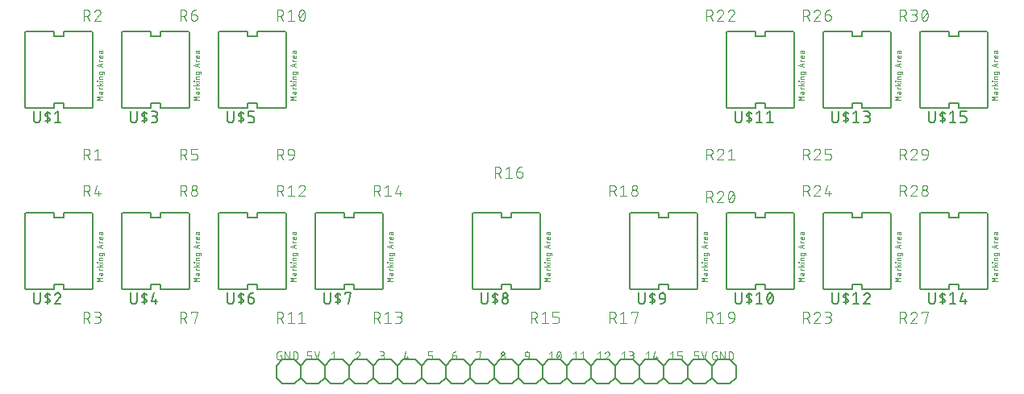
<source format=gbr>
G04 EAGLE Gerber RS-274X export*
G75*
%MOMM*%
%FSLAX34Y34*%
%LPD*%
%INSilkscreen Top*%
%IPPOS*%
%AMOC8*
5,1,8,0,0,1.08239X$1,22.5*%
G01*
%ADD10C,0.076200*%
%ADD11C,0.152400*%
%ADD12C,0.127000*%
%ADD13C,0.050800*%
%ADD14C,0.101600*%


D10*
X336931Y51153D02*
X339189Y52959D01*
X339189Y44831D01*
X336931Y44831D02*
X341447Y44831D01*
X364815Y52959D02*
X364904Y52957D01*
X364992Y52951D01*
X365080Y52942D01*
X365168Y52928D01*
X365255Y52911D01*
X365341Y52890D01*
X365426Y52865D01*
X365510Y52836D01*
X365593Y52804D01*
X365674Y52769D01*
X365753Y52729D01*
X365831Y52687D01*
X365907Y52641D01*
X365981Y52592D01*
X366052Y52539D01*
X366121Y52484D01*
X366188Y52425D01*
X366252Y52364D01*
X366313Y52300D01*
X366372Y52233D01*
X366427Y52164D01*
X366480Y52093D01*
X366529Y52019D01*
X366575Y51943D01*
X366617Y51865D01*
X366657Y51786D01*
X366692Y51705D01*
X366724Y51622D01*
X366753Y51538D01*
X366778Y51453D01*
X366799Y51367D01*
X366816Y51280D01*
X366830Y51192D01*
X366839Y51104D01*
X366845Y51016D01*
X366847Y50927D01*
X364815Y52959D02*
X364716Y52957D01*
X364616Y52951D01*
X364517Y52942D01*
X364419Y52929D01*
X364320Y52912D01*
X364223Y52891D01*
X364127Y52867D01*
X364031Y52839D01*
X363937Y52807D01*
X363844Y52772D01*
X363752Y52733D01*
X363662Y52691D01*
X363574Y52645D01*
X363487Y52596D01*
X363402Y52544D01*
X363320Y52488D01*
X363239Y52430D01*
X363161Y52368D01*
X363085Y52304D01*
X363012Y52237D01*
X362941Y52167D01*
X362874Y52094D01*
X362808Y52019D01*
X362746Y51941D01*
X362687Y51861D01*
X362631Y51779D01*
X362578Y51695D01*
X362528Y51608D01*
X362482Y51520D01*
X362439Y51431D01*
X362399Y51339D01*
X362363Y51246D01*
X362331Y51152D01*
X366170Y49346D02*
X366236Y49412D01*
X366299Y49480D01*
X366359Y49551D01*
X366416Y49625D01*
X366470Y49700D01*
X366520Y49778D01*
X366568Y49859D01*
X366611Y49941D01*
X366652Y50025D01*
X366688Y50110D01*
X366721Y50197D01*
X366751Y50285D01*
X366776Y50375D01*
X366798Y50465D01*
X366815Y50557D01*
X366829Y50649D01*
X366839Y50741D01*
X366845Y50834D01*
X366847Y50927D01*
X366169Y49347D02*
X362331Y44831D01*
X366847Y44831D01*
X387731Y44831D02*
X389989Y44831D01*
X390082Y44833D01*
X390175Y44839D01*
X390268Y44848D01*
X390361Y44862D01*
X390452Y44879D01*
X390543Y44900D01*
X390633Y44925D01*
X390722Y44953D01*
X390810Y44985D01*
X390896Y45021D01*
X390981Y45060D01*
X391064Y45103D01*
X391145Y45149D01*
X391224Y45199D01*
X391301Y45251D01*
X391376Y45307D01*
X391448Y45366D01*
X391518Y45428D01*
X391586Y45492D01*
X391650Y45560D01*
X391712Y45630D01*
X391771Y45702D01*
X391827Y45777D01*
X391879Y45854D01*
X391929Y45933D01*
X391975Y46014D01*
X392018Y46097D01*
X392057Y46182D01*
X392093Y46268D01*
X392125Y46356D01*
X392153Y46445D01*
X392178Y46535D01*
X392199Y46626D01*
X392216Y46717D01*
X392230Y46810D01*
X392239Y46903D01*
X392245Y46996D01*
X392247Y47089D01*
X392245Y47182D01*
X392239Y47275D01*
X392230Y47368D01*
X392216Y47461D01*
X392199Y47552D01*
X392178Y47643D01*
X392153Y47733D01*
X392125Y47822D01*
X392093Y47910D01*
X392057Y47996D01*
X392018Y48081D01*
X391975Y48164D01*
X391929Y48245D01*
X391879Y48324D01*
X391827Y48401D01*
X391771Y48476D01*
X391712Y48548D01*
X391650Y48618D01*
X391586Y48686D01*
X391518Y48750D01*
X391448Y48812D01*
X391376Y48871D01*
X391301Y48927D01*
X391224Y48979D01*
X391145Y49029D01*
X391064Y49075D01*
X390981Y49118D01*
X390896Y49157D01*
X390810Y49193D01*
X390722Y49225D01*
X390633Y49253D01*
X390543Y49278D01*
X390452Y49299D01*
X390361Y49316D01*
X390268Y49330D01*
X390175Y49339D01*
X390082Y49345D01*
X389989Y49347D01*
X390440Y52959D02*
X387731Y52959D01*
X390440Y52959D02*
X390523Y52957D01*
X390607Y52951D01*
X390690Y52942D01*
X390772Y52928D01*
X390853Y52911D01*
X390934Y52890D01*
X391014Y52865D01*
X391092Y52837D01*
X391169Y52805D01*
X391245Y52770D01*
X391319Y52731D01*
X391391Y52688D01*
X391461Y52643D01*
X391528Y52594D01*
X391594Y52542D01*
X391657Y52488D01*
X391717Y52430D01*
X391775Y52370D01*
X391829Y52307D01*
X391881Y52241D01*
X391930Y52174D01*
X391975Y52104D01*
X392018Y52032D01*
X392057Y51958D01*
X392092Y51882D01*
X392124Y51805D01*
X392152Y51727D01*
X392177Y51647D01*
X392198Y51566D01*
X392215Y51485D01*
X392229Y51403D01*
X392238Y51320D01*
X392244Y51236D01*
X392246Y51153D01*
X392244Y51070D01*
X392238Y50986D01*
X392229Y50903D01*
X392215Y50821D01*
X392198Y50740D01*
X392177Y50659D01*
X392152Y50579D01*
X392124Y50501D01*
X392092Y50424D01*
X392057Y50348D01*
X392018Y50274D01*
X391975Y50202D01*
X391930Y50132D01*
X391881Y50065D01*
X391829Y49999D01*
X391775Y49936D01*
X391717Y49876D01*
X391657Y49818D01*
X391594Y49764D01*
X391528Y49712D01*
X391461Y49663D01*
X391391Y49618D01*
X391319Y49575D01*
X391245Y49536D01*
X391169Y49501D01*
X391092Y49469D01*
X391014Y49441D01*
X390934Y49416D01*
X390853Y49395D01*
X390772Y49378D01*
X390690Y49364D01*
X390607Y49355D01*
X390523Y49349D01*
X390440Y49347D01*
X388634Y49347D01*
X413131Y46637D02*
X414937Y52959D01*
X413131Y46637D02*
X417647Y46637D01*
X416292Y48443D02*
X416292Y44831D01*
X438531Y44831D02*
X441240Y44831D01*
X441323Y44833D01*
X441407Y44839D01*
X441490Y44848D01*
X441572Y44862D01*
X441653Y44879D01*
X441734Y44900D01*
X441814Y44925D01*
X441892Y44953D01*
X441969Y44985D01*
X442045Y45020D01*
X442119Y45059D01*
X442191Y45102D01*
X442261Y45147D01*
X442328Y45196D01*
X442394Y45248D01*
X442457Y45302D01*
X442517Y45360D01*
X442575Y45420D01*
X442629Y45483D01*
X442681Y45549D01*
X442730Y45616D01*
X442776Y45686D01*
X442818Y45758D01*
X442857Y45832D01*
X442892Y45908D01*
X442924Y45985D01*
X442952Y46063D01*
X442977Y46143D01*
X442998Y46224D01*
X443015Y46305D01*
X443029Y46388D01*
X443038Y46470D01*
X443044Y46554D01*
X443046Y46637D01*
X443047Y46637D02*
X443047Y47540D01*
X443046Y47540D02*
X443044Y47623D01*
X443038Y47707D01*
X443029Y47790D01*
X443015Y47872D01*
X442998Y47953D01*
X442977Y48034D01*
X442952Y48114D01*
X442924Y48192D01*
X442892Y48269D01*
X442857Y48345D01*
X442818Y48419D01*
X442775Y48491D01*
X442730Y48561D01*
X442681Y48628D01*
X442629Y48694D01*
X442575Y48757D01*
X442517Y48817D01*
X442457Y48875D01*
X442394Y48929D01*
X442328Y48981D01*
X442261Y49030D01*
X442191Y49075D01*
X442119Y49118D01*
X442045Y49157D01*
X441969Y49192D01*
X441892Y49224D01*
X441814Y49252D01*
X441734Y49277D01*
X441653Y49298D01*
X441572Y49315D01*
X441490Y49329D01*
X441407Y49338D01*
X441323Y49344D01*
X441240Y49346D01*
X441240Y49347D02*
X438531Y49347D01*
X438531Y52959D01*
X443047Y52959D01*
X463931Y49347D02*
X466640Y49347D01*
X466640Y49346D02*
X466723Y49344D01*
X466807Y49338D01*
X466890Y49329D01*
X466972Y49315D01*
X467053Y49298D01*
X467134Y49277D01*
X467214Y49252D01*
X467292Y49224D01*
X467369Y49192D01*
X467445Y49157D01*
X467519Y49118D01*
X467591Y49075D01*
X467661Y49030D01*
X467728Y48981D01*
X467794Y48929D01*
X467857Y48875D01*
X467917Y48817D01*
X467975Y48757D01*
X468029Y48694D01*
X468081Y48628D01*
X468130Y48561D01*
X468175Y48491D01*
X468218Y48419D01*
X468257Y48345D01*
X468292Y48269D01*
X468324Y48192D01*
X468352Y48114D01*
X468377Y48034D01*
X468398Y47953D01*
X468415Y47872D01*
X468429Y47790D01*
X468438Y47707D01*
X468444Y47623D01*
X468446Y47540D01*
X468447Y47540D02*
X468447Y47089D01*
X468445Y46996D01*
X468439Y46903D01*
X468430Y46810D01*
X468416Y46717D01*
X468399Y46626D01*
X468378Y46535D01*
X468353Y46445D01*
X468325Y46356D01*
X468293Y46268D01*
X468257Y46182D01*
X468218Y46097D01*
X468175Y46014D01*
X468129Y45933D01*
X468079Y45854D01*
X468027Y45777D01*
X467971Y45702D01*
X467912Y45630D01*
X467850Y45560D01*
X467786Y45492D01*
X467718Y45428D01*
X467648Y45366D01*
X467576Y45307D01*
X467501Y45251D01*
X467424Y45199D01*
X467345Y45149D01*
X467264Y45103D01*
X467181Y45060D01*
X467096Y45021D01*
X467010Y44985D01*
X466922Y44953D01*
X466833Y44925D01*
X466743Y44900D01*
X466652Y44879D01*
X466561Y44862D01*
X466468Y44848D01*
X466375Y44839D01*
X466282Y44833D01*
X466189Y44831D01*
X466096Y44833D01*
X466003Y44839D01*
X465910Y44848D01*
X465817Y44862D01*
X465726Y44879D01*
X465635Y44900D01*
X465545Y44925D01*
X465456Y44953D01*
X465368Y44985D01*
X465282Y45021D01*
X465197Y45060D01*
X465114Y45103D01*
X465033Y45149D01*
X464954Y45199D01*
X464877Y45251D01*
X464802Y45307D01*
X464730Y45366D01*
X464660Y45428D01*
X464592Y45492D01*
X464528Y45560D01*
X464466Y45630D01*
X464407Y45702D01*
X464351Y45777D01*
X464299Y45854D01*
X464249Y45933D01*
X464203Y46014D01*
X464160Y46097D01*
X464121Y46182D01*
X464085Y46268D01*
X464053Y46356D01*
X464025Y46445D01*
X464000Y46535D01*
X463979Y46626D01*
X463962Y46717D01*
X463948Y46810D01*
X463939Y46903D01*
X463933Y46996D01*
X463931Y47089D01*
X463931Y49347D01*
X463933Y49465D01*
X463939Y49583D01*
X463948Y49701D01*
X463962Y49818D01*
X463979Y49935D01*
X464000Y50052D01*
X464025Y50167D01*
X464054Y50282D01*
X464087Y50396D01*
X464123Y50508D01*
X464163Y50619D01*
X464206Y50729D01*
X464253Y50838D01*
X464303Y50945D01*
X464357Y51050D01*
X464415Y51153D01*
X464476Y51254D01*
X464540Y51354D01*
X464607Y51451D01*
X464677Y51546D01*
X464751Y51638D01*
X464827Y51729D01*
X464907Y51816D01*
X464989Y51901D01*
X465074Y51983D01*
X465161Y52063D01*
X465252Y52139D01*
X465344Y52213D01*
X465439Y52283D01*
X465536Y52350D01*
X465636Y52414D01*
X465737Y52475D01*
X465840Y52532D01*
X465945Y52586D01*
X466052Y52637D01*
X466161Y52684D01*
X466271Y52727D01*
X466382Y52767D01*
X466494Y52803D01*
X466608Y52836D01*
X466723Y52865D01*
X466838Y52890D01*
X466955Y52911D01*
X467072Y52928D01*
X467189Y52942D01*
X467307Y52951D01*
X467425Y52957D01*
X467543Y52959D01*
X489331Y52959D02*
X489331Y52056D01*
X489331Y52959D02*
X493847Y52959D01*
X491589Y44831D01*
X514731Y47089D02*
X514733Y47182D01*
X514739Y47275D01*
X514748Y47368D01*
X514762Y47461D01*
X514779Y47552D01*
X514800Y47643D01*
X514825Y47733D01*
X514853Y47822D01*
X514885Y47910D01*
X514921Y47996D01*
X514960Y48081D01*
X515003Y48164D01*
X515049Y48245D01*
X515099Y48324D01*
X515151Y48401D01*
X515207Y48476D01*
X515266Y48548D01*
X515328Y48618D01*
X515392Y48686D01*
X515460Y48750D01*
X515530Y48812D01*
X515602Y48871D01*
X515677Y48927D01*
X515754Y48979D01*
X515833Y49029D01*
X515914Y49075D01*
X515997Y49118D01*
X516082Y49157D01*
X516168Y49193D01*
X516256Y49225D01*
X516345Y49253D01*
X516435Y49278D01*
X516526Y49299D01*
X516617Y49316D01*
X516710Y49330D01*
X516803Y49339D01*
X516896Y49345D01*
X516989Y49347D01*
X517082Y49345D01*
X517175Y49339D01*
X517268Y49330D01*
X517361Y49316D01*
X517452Y49299D01*
X517543Y49278D01*
X517633Y49253D01*
X517722Y49225D01*
X517810Y49193D01*
X517896Y49157D01*
X517981Y49118D01*
X518064Y49075D01*
X518145Y49029D01*
X518224Y48979D01*
X518301Y48927D01*
X518376Y48871D01*
X518448Y48812D01*
X518518Y48750D01*
X518586Y48686D01*
X518650Y48618D01*
X518712Y48548D01*
X518771Y48476D01*
X518827Y48401D01*
X518879Y48324D01*
X518929Y48245D01*
X518975Y48164D01*
X519018Y48081D01*
X519057Y47996D01*
X519093Y47910D01*
X519125Y47822D01*
X519153Y47733D01*
X519178Y47643D01*
X519199Y47552D01*
X519216Y47461D01*
X519230Y47368D01*
X519239Y47275D01*
X519245Y47182D01*
X519247Y47089D01*
X519245Y46996D01*
X519239Y46903D01*
X519230Y46810D01*
X519216Y46717D01*
X519199Y46626D01*
X519178Y46535D01*
X519153Y46445D01*
X519125Y46356D01*
X519093Y46268D01*
X519057Y46182D01*
X519018Y46097D01*
X518975Y46014D01*
X518929Y45933D01*
X518879Y45854D01*
X518827Y45777D01*
X518771Y45702D01*
X518712Y45630D01*
X518650Y45560D01*
X518586Y45492D01*
X518518Y45428D01*
X518448Y45366D01*
X518376Y45307D01*
X518301Y45251D01*
X518224Y45199D01*
X518145Y45149D01*
X518064Y45103D01*
X517981Y45060D01*
X517896Y45021D01*
X517810Y44985D01*
X517722Y44953D01*
X517633Y44925D01*
X517543Y44900D01*
X517452Y44879D01*
X517361Y44862D01*
X517268Y44848D01*
X517175Y44839D01*
X517082Y44833D01*
X516989Y44831D01*
X516896Y44833D01*
X516803Y44839D01*
X516710Y44848D01*
X516617Y44862D01*
X516526Y44879D01*
X516435Y44900D01*
X516345Y44925D01*
X516256Y44953D01*
X516168Y44985D01*
X516082Y45021D01*
X515997Y45060D01*
X515914Y45103D01*
X515833Y45149D01*
X515754Y45199D01*
X515677Y45251D01*
X515602Y45307D01*
X515530Y45366D01*
X515460Y45428D01*
X515392Y45492D01*
X515328Y45560D01*
X515266Y45630D01*
X515207Y45702D01*
X515151Y45777D01*
X515099Y45854D01*
X515049Y45933D01*
X515003Y46014D01*
X514960Y46097D01*
X514921Y46182D01*
X514885Y46268D01*
X514853Y46356D01*
X514825Y46445D01*
X514800Y46535D01*
X514779Y46626D01*
X514762Y46717D01*
X514748Y46810D01*
X514739Y46903D01*
X514733Y46996D01*
X514731Y47089D01*
X515183Y51153D02*
X515185Y51236D01*
X515191Y51320D01*
X515200Y51403D01*
X515214Y51485D01*
X515231Y51566D01*
X515252Y51647D01*
X515277Y51727D01*
X515305Y51805D01*
X515337Y51882D01*
X515372Y51958D01*
X515411Y52032D01*
X515454Y52104D01*
X515499Y52174D01*
X515548Y52241D01*
X515600Y52307D01*
X515654Y52370D01*
X515712Y52430D01*
X515772Y52488D01*
X515835Y52542D01*
X515901Y52594D01*
X515968Y52643D01*
X516038Y52688D01*
X516110Y52731D01*
X516184Y52770D01*
X516260Y52805D01*
X516337Y52837D01*
X516415Y52865D01*
X516495Y52890D01*
X516576Y52911D01*
X516657Y52928D01*
X516739Y52942D01*
X516822Y52951D01*
X516906Y52957D01*
X516989Y52959D01*
X517072Y52957D01*
X517156Y52951D01*
X517239Y52942D01*
X517321Y52928D01*
X517402Y52911D01*
X517483Y52890D01*
X517563Y52865D01*
X517641Y52837D01*
X517718Y52805D01*
X517794Y52770D01*
X517868Y52731D01*
X517940Y52688D01*
X518010Y52643D01*
X518077Y52594D01*
X518143Y52542D01*
X518206Y52488D01*
X518266Y52430D01*
X518324Y52370D01*
X518378Y52307D01*
X518430Y52241D01*
X518479Y52174D01*
X518524Y52104D01*
X518567Y52032D01*
X518606Y51958D01*
X518641Y51882D01*
X518673Y51805D01*
X518701Y51727D01*
X518726Y51647D01*
X518747Y51566D01*
X518764Y51485D01*
X518778Y51403D01*
X518787Y51320D01*
X518793Y51236D01*
X518795Y51153D01*
X518793Y51070D01*
X518787Y50986D01*
X518778Y50903D01*
X518764Y50821D01*
X518747Y50740D01*
X518726Y50659D01*
X518701Y50579D01*
X518673Y50501D01*
X518641Y50424D01*
X518606Y50348D01*
X518567Y50274D01*
X518524Y50202D01*
X518479Y50132D01*
X518430Y50065D01*
X518378Y49999D01*
X518324Y49936D01*
X518266Y49876D01*
X518206Y49818D01*
X518143Y49764D01*
X518077Y49712D01*
X518010Y49663D01*
X517940Y49618D01*
X517868Y49575D01*
X517794Y49536D01*
X517718Y49501D01*
X517641Y49469D01*
X517563Y49441D01*
X517483Y49416D01*
X517402Y49395D01*
X517321Y49378D01*
X517239Y49364D01*
X517156Y49355D01*
X517072Y49349D01*
X516989Y49347D01*
X516906Y49349D01*
X516822Y49355D01*
X516739Y49364D01*
X516657Y49378D01*
X516576Y49395D01*
X516495Y49416D01*
X516415Y49441D01*
X516337Y49469D01*
X516260Y49501D01*
X516184Y49536D01*
X516110Y49575D01*
X516038Y49618D01*
X515968Y49663D01*
X515901Y49712D01*
X515835Y49764D01*
X515772Y49818D01*
X515712Y49876D01*
X515654Y49936D01*
X515600Y49999D01*
X515548Y50065D01*
X515499Y50132D01*
X515454Y50202D01*
X515411Y50274D01*
X515372Y50348D01*
X515337Y50424D01*
X515305Y50501D01*
X515277Y50579D01*
X515252Y50659D01*
X515231Y50740D01*
X515214Y50821D01*
X515200Y50903D01*
X515191Y50986D01*
X515185Y51070D01*
X515183Y51153D01*
X541937Y48443D02*
X544647Y48443D01*
X541937Y48444D02*
X541854Y48446D01*
X541770Y48452D01*
X541687Y48461D01*
X541605Y48475D01*
X541524Y48492D01*
X541443Y48513D01*
X541363Y48538D01*
X541285Y48566D01*
X541208Y48598D01*
X541132Y48633D01*
X541058Y48672D01*
X540986Y48715D01*
X540916Y48760D01*
X540849Y48809D01*
X540783Y48861D01*
X540720Y48915D01*
X540660Y48973D01*
X540602Y49033D01*
X540548Y49096D01*
X540496Y49162D01*
X540447Y49229D01*
X540402Y49299D01*
X540359Y49371D01*
X540320Y49445D01*
X540285Y49521D01*
X540253Y49598D01*
X540225Y49676D01*
X540200Y49756D01*
X540179Y49837D01*
X540162Y49918D01*
X540148Y50000D01*
X540139Y50083D01*
X540133Y50167D01*
X540131Y50250D01*
X540131Y50701D01*
X540133Y50794D01*
X540139Y50887D01*
X540148Y50980D01*
X540162Y51073D01*
X540179Y51164D01*
X540200Y51255D01*
X540225Y51345D01*
X540253Y51434D01*
X540285Y51522D01*
X540321Y51608D01*
X540360Y51693D01*
X540403Y51776D01*
X540449Y51857D01*
X540499Y51936D01*
X540551Y52013D01*
X540607Y52088D01*
X540666Y52160D01*
X540728Y52230D01*
X540792Y52298D01*
X540860Y52362D01*
X540930Y52424D01*
X541002Y52483D01*
X541077Y52539D01*
X541154Y52591D01*
X541233Y52641D01*
X541314Y52687D01*
X541397Y52730D01*
X541482Y52769D01*
X541568Y52805D01*
X541656Y52837D01*
X541745Y52865D01*
X541835Y52890D01*
X541926Y52911D01*
X542017Y52928D01*
X542110Y52942D01*
X542203Y52951D01*
X542296Y52957D01*
X542389Y52959D01*
X542482Y52957D01*
X542575Y52951D01*
X542668Y52942D01*
X542761Y52928D01*
X542852Y52911D01*
X542943Y52890D01*
X543033Y52865D01*
X543122Y52837D01*
X543210Y52805D01*
X543296Y52769D01*
X543381Y52730D01*
X543464Y52687D01*
X543545Y52641D01*
X543624Y52591D01*
X543701Y52539D01*
X543776Y52483D01*
X543848Y52424D01*
X543918Y52362D01*
X543986Y52298D01*
X544050Y52230D01*
X544112Y52160D01*
X544171Y52088D01*
X544227Y52013D01*
X544279Y51936D01*
X544329Y51857D01*
X544375Y51776D01*
X544418Y51693D01*
X544457Y51608D01*
X544493Y51522D01*
X544525Y51434D01*
X544553Y51345D01*
X544578Y51255D01*
X544599Y51164D01*
X544616Y51073D01*
X544630Y50980D01*
X544639Y50887D01*
X544645Y50794D01*
X544647Y50701D01*
X544647Y48443D01*
X544646Y48443D02*
X544644Y48325D01*
X544638Y48207D01*
X544629Y48089D01*
X544615Y47972D01*
X544598Y47855D01*
X544577Y47738D01*
X544552Y47623D01*
X544523Y47508D01*
X544490Y47394D01*
X544454Y47282D01*
X544414Y47171D01*
X544371Y47061D01*
X544324Y46952D01*
X544274Y46845D01*
X544219Y46740D01*
X544162Y46637D01*
X544101Y46536D01*
X544037Y46436D01*
X543970Y46339D01*
X543900Y46244D01*
X543826Y46152D01*
X543750Y46061D01*
X543670Y45974D01*
X543588Y45889D01*
X543503Y45807D01*
X543416Y45727D01*
X543325Y45651D01*
X543233Y45577D01*
X543138Y45507D01*
X543041Y45440D01*
X542941Y45376D01*
X542840Y45315D01*
X542737Y45258D01*
X542632Y45203D01*
X542525Y45153D01*
X542416Y45106D01*
X542306Y45063D01*
X542195Y45023D01*
X542083Y44987D01*
X541969Y44954D01*
X541854Y44925D01*
X541739Y44900D01*
X541622Y44879D01*
X541505Y44862D01*
X541388Y44848D01*
X541270Y44839D01*
X541152Y44833D01*
X541034Y44831D01*
X565531Y51153D02*
X567789Y52959D01*
X567789Y44831D01*
X565531Y44831D02*
X570047Y44831D01*
X573532Y48895D02*
X573534Y49055D01*
X573540Y49215D01*
X573549Y49374D01*
X573563Y49534D01*
X573580Y49693D01*
X573601Y49851D01*
X573625Y50009D01*
X573654Y50166D01*
X573686Y50323D01*
X573722Y50479D01*
X573762Y50634D01*
X573805Y50788D01*
X573852Y50941D01*
X573903Y51092D01*
X573957Y51243D01*
X574015Y51392D01*
X574076Y51539D01*
X574141Y51685D01*
X574209Y51830D01*
X574237Y51905D01*
X574268Y51978D01*
X574303Y52050D01*
X574341Y52120D01*
X574382Y52188D01*
X574427Y52254D01*
X574474Y52318D01*
X574525Y52380D01*
X574578Y52439D01*
X574635Y52495D01*
X574694Y52549D01*
X574755Y52600D01*
X574819Y52648D01*
X574885Y52693D01*
X574953Y52734D01*
X575023Y52772D01*
X575094Y52807D01*
X575168Y52839D01*
X575242Y52867D01*
X575318Y52891D01*
X575395Y52912D01*
X575473Y52929D01*
X575552Y52942D01*
X575631Y52951D01*
X575710Y52957D01*
X575790Y52959D01*
X575870Y52957D01*
X575949Y52951D01*
X576028Y52942D01*
X576107Y52929D01*
X576185Y52912D01*
X576262Y52891D01*
X576338Y52867D01*
X576412Y52839D01*
X576486Y52807D01*
X576557Y52772D01*
X576627Y52734D01*
X576695Y52693D01*
X576761Y52648D01*
X576825Y52600D01*
X576886Y52549D01*
X576945Y52495D01*
X577002Y52439D01*
X577055Y52380D01*
X577106Y52318D01*
X577153Y52254D01*
X577198Y52188D01*
X577239Y52120D01*
X577277Y52050D01*
X577312Y51978D01*
X577343Y51905D01*
X577371Y51830D01*
X577370Y51830D02*
X577438Y51685D01*
X577503Y51539D01*
X577564Y51392D01*
X577622Y51243D01*
X577676Y51092D01*
X577727Y50941D01*
X577774Y50788D01*
X577817Y50634D01*
X577857Y50479D01*
X577893Y50323D01*
X577925Y50166D01*
X577954Y50009D01*
X577978Y49851D01*
X577999Y49693D01*
X578016Y49534D01*
X578030Y49374D01*
X578039Y49215D01*
X578045Y49055D01*
X578047Y48895D01*
X573532Y48895D02*
X573534Y48735D01*
X573540Y48575D01*
X573549Y48416D01*
X573563Y48256D01*
X573580Y48097D01*
X573601Y47939D01*
X573625Y47781D01*
X573654Y47624D01*
X573686Y47467D01*
X573722Y47311D01*
X573762Y47156D01*
X573805Y47002D01*
X573852Y46850D01*
X573903Y46698D01*
X573957Y46547D01*
X574015Y46398D01*
X574076Y46251D01*
X574141Y46105D01*
X574209Y45960D01*
X574237Y45885D01*
X574268Y45812D01*
X574303Y45740D01*
X574341Y45670D01*
X574382Y45602D01*
X574427Y45536D01*
X574474Y45472D01*
X574525Y45410D01*
X574578Y45351D01*
X574635Y45295D01*
X574694Y45241D01*
X574755Y45190D01*
X574819Y45142D01*
X574885Y45097D01*
X574953Y45056D01*
X575023Y45018D01*
X575094Y44983D01*
X575168Y44951D01*
X575242Y44923D01*
X575318Y44899D01*
X575395Y44878D01*
X575473Y44861D01*
X575552Y44848D01*
X575631Y44839D01*
X575710Y44833D01*
X575790Y44831D01*
X577370Y45960D02*
X577438Y46105D01*
X577503Y46251D01*
X577564Y46398D01*
X577622Y46547D01*
X577676Y46698D01*
X577727Y46850D01*
X577774Y47002D01*
X577817Y47156D01*
X577857Y47311D01*
X577893Y47467D01*
X577925Y47624D01*
X577954Y47781D01*
X577978Y47939D01*
X577999Y48097D01*
X578016Y48256D01*
X578030Y48416D01*
X578039Y48575D01*
X578045Y48735D01*
X578047Y48895D01*
X577371Y45960D02*
X577343Y45885D01*
X577312Y45812D01*
X577277Y45740D01*
X577239Y45670D01*
X577198Y45602D01*
X577153Y45536D01*
X577106Y45472D01*
X577055Y45410D01*
X577002Y45351D01*
X576945Y45295D01*
X576886Y45241D01*
X576825Y45190D01*
X576761Y45142D01*
X576695Y45097D01*
X576627Y45056D01*
X576557Y45018D01*
X576486Y44983D01*
X576412Y44951D01*
X576338Y44923D01*
X576262Y44899D01*
X576185Y44878D01*
X576107Y44861D01*
X576028Y44848D01*
X575949Y44839D01*
X575870Y44833D01*
X575790Y44831D01*
X573984Y46637D02*
X577596Y51153D01*
X590931Y51153D02*
X593189Y52959D01*
X593189Y44831D01*
X590931Y44831D02*
X595447Y44831D01*
X598932Y51153D02*
X601190Y52959D01*
X601190Y44831D01*
X598932Y44831D02*
X603448Y44831D01*
X616331Y51153D02*
X618589Y52959D01*
X618589Y44831D01*
X616331Y44831D02*
X620847Y44831D01*
X628848Y50927D02*
X628846Y51016D01*
X628840Y51104D01*
X628831Y51192D01*
X628817Y51280D01*
X628800Y51367D01*
X628779Y51453D01*
X628754Y51538D01*
X628725Y51622D01*
X628693Y51705D01*
X628658Y51786D01*
X628618Y51865D01*
X628576Y51943D01*
X628530Y52019D01*
X628481Y52093D01*
X628428Y52164D01*
X628373Y52233D01*
X628314Y52300D01*
X628253Y52364D01*
X628189Y52425D01*
X628122Y52484D01*
X628053Y52539D01*
X627982Y52592D01*
X627908Y52641D01*
X627832Y52687D01*
X627754Y52729D01*
X627675Y52769D01*
X627594Y52804D01*
X627511Y52836D01*
X627427Y52865D01*
X627342Y52890D01*
X627256Y52911D01*
X627169Y52928D01*
X627081Y52942D01*
X626993Y52951D01*
X626905Y52957D01*
X626816Y52959D01*
X626717Y52957D01*
X626617Y52951D01*
X626518Y52942D01*
X626420Y52929D01*
X626321Y52912D01*
X626224Y52891D01*
X626128Y52867D01*
X626032Y52839D01*
X625938Y52807D01*
X625845Y52772D01*
X625753Y52733D01*
X625663Y52691D01*
X625575Y52645D01*
X625488Y52596D01*
X625403Y52544D01*
X625321Y52488D01*
X625240Y52430D01*
X625162Y52368D01*
X625086Y52304D01*
X625013Y52237D01*
X624942Y52167D01*
X624875Y52094D01*
X624809Y52019D01*
X624747Y51941D01*
X624688Y51861D01*
X624632Y51779D01*
X624579Y51695D01*
X624529Y51608D01*
X624483Y51520D01*
X624440Y51431D01*
X624400Y51339D01*
X624364Y51246D01*
X624332Y51152D01*
X628171Y49346D02*
X628237Y49412D01*
X628300Y49480D01*
X628360Y49551D01*
X628417Y49625D01*
X628471Y49700D01*
X628521Y49778D01*
X628569Y49859D01*
X628612Y49941D01*
X628653Y50025D01*
X628689Y50110D01*
X628722Y50197D01*
X628752Y50285D01*
X628777Y50375D01*
X628799Y50465D01*
X628816Y50557D01*
X628830Y50649D01*
X628840Y50741D01*
X628846Y50834D01*
X628848Y50927D01*
X628170Y49347D02*
X624332Y44831D01*
X628848Y44831D01*
X641731Y51153D02*
X643989Y52959D01*
X643989Y44831D01*
X641731Y44831D02*
X646247Y44831D01*
X649732Y44831D02*
X651990Y44831D01*
X652083Y44833D01*
X652176Y44839D01*
X652269Y44848D01*
X652362Y44862D01*
X652453Y44879D01*
X652544Y44900D01*
X652634Y44925D01*
X652723Y44953D01*
X652811Y44985D01*
X652897Y45021D01*
X652982Y45060D01*
X653065Y45103D01*
X653146Y45149D01*
X653225Y45199D01*
X653302Y45251D01*
X653377Y45307D01*
X653449Y45366D01*
X653519Y45428D01*
X653587Y45492D01*
X653651Y45560D01*
X653713Y45630D01*
X653772Y45702D01*
X653828Y45777D01*
X653880Y45854D01*
X653930Y45933D01*
X653976Y46014D01*
X654019Y46097D01*
X654058Y46182D01*
X654094Y46268D01*
X654126Y46356D01*
X654154Y46445D01*
X654179Y46535D01*
X654200Y46626D01*
X654217Y46717D01*
X654231Y46810D01*
X654240Y46903D01*
X654246Y46996D01*
X654248Y47089D01*
X654246Y47182D01*
X654240Y47275D01*
X654231Y47368D01*
X654217Y47461D01*
X654200Y47552D01*
X654179Y47643D01*
X654154Y47733D01*
X654126Y47822D01*
X654094Y47910D01*
X654058Y47996D01*
X654019Y48081D01*
X653976Y48164D01*
X653930Y48245D01*
X653880Y48324D01*
X653828Y48401D01*
X653772Y48476D01*
X653713Y48548D01*
X653651Y48618D01*
X653587Y48686D01*
X653519Y48750D01*
X653449Y48812D01*
X653377Y48871D01*
X653302Y48927D01*
X653225Y48979D01*
X653146Y49029D01*
X653065Y49075D01*
X652982Y49118D01*
X652897Y49157D01*
X652811Y49193D01*
X652723Y49225D01*
X652634Y49253D01*
X652544Y49278D01*
X652453Y49299D01*
X652362Y49316D01*
X652269Y49330D01*
X652176Y49339D01*
X652083Y49345D01*
X651990Y49347D01*
X652441Y52959D02*
X649732Y52959D01*
X652441Y52959D02*
X652524Y52957D01*
X652608Y52951D01*
X652691Y52942D01*
X652773Y52928D01*
X652854Y52911D01*
X652935Y52890D01*
X653015Y52865D01*
X653093Y52837D01*
X653170Y52805D01*
X653246Y52770D01*
X653320Y52731D01*
X653392Y52688D01*
X653462Y52643D01*
X653529Y52594D01*
X653595Y52542D01*
X653658Y52488D01*
X653718Y52430D01*
X653776Y52370D01*
X653830Y52307D01*
X653882Y52241D01*
X653931Y52174D01*
X653976Y52104D01*
X654019Y52032D01*
X654058Y51958D01*
X654093Y51882D01*
X654125Y51805D01*
X654153Y51727D01*
X654178Y51647D01*
X654199Y51566D01*
X654216Y51485D01*
X654230Y51403D01*
X654239Y51320D01*
X654245Y51236D01*
X654247Y51153D01*
X654245Y51070D01*
X654239Y50986D01*
X654230Y50903D01*
X654216Y50821D01*
X654199Y50740D01*
X654178Y50659D01*
X654153Y50579D01*
X654125Y50501D01*
X654093Y50424D01*
X654058Y50348D01*
X654019Y50274D01*
X653976Y50202D01*
X653931Y50132D01*
X653882Y50065D01*
X653830Y49999D01*
X653776Y49936D01*
X653718Y49876D01*
X653658Y49818D01*
X653595Y49764D01*
X653529Y49712D01*
X653462Y49663D01*
X653392Y49618D01*
X653320Y49575D01*
X653246Y49536D01*
X653170Y49501D01*
X653093Y49469D01*
X653015Y49441D01*
X652935Y49416D01*
X652854Y49395D01*
X652773Y49378D01*
X652691Y49364D01*
X652608Y49355D01*
X652524Y49349D01*
X652441Y49347D01*
X650635Y49347D01*
X667131Y51153D02*
X669389Y52959D01*
X669389Y44831D01*
X667131Y44831D02*
X671647Y44831D01*
X675132Y46637D02*
X676938Y52959D01*
X675132Y46637D02*
X679648Y46637D01*
X678293Y48443D02*
X678293Y44831D01*
X692531Y51153D02*
X694789Y52959D01*
X694789Y44831D01*
X692531Y44831D02*
X697047Y44831D01*
X700532Y44831D02*
X703241Y44831D01*
X703324Y44833D01*
X703408Y44839D01*
X703491Y44848D01*
X703573Y44862D01*
X703654Y44879D01*
X703735Y44900D01*
X703815Y44925D01*
X703893Y44953D01*
X703970Y44985D01*
X704046Y45020D01*
X704120Y45059D01*
X704192Y45102D01*
X704262Y45147D01*
X704329Y45196D01*
X704395Y45248D01*
X704458Y45302D01*
X704518Y45360D01*
X704576Y45420D01*
X704630Y45483D01*
X704682Y45549D01*
X704731Y45616D01*
X704777Y45686D01*
X704819Y45758D01*
X704858Y45832D01*
X704893Y45908D01*
X704925Y45985D01*
X704953Y46063D01*
X704978Y46143D01*
X704999Y46224D01*
X705016Y46305D01*
X705030Y46388D01*
X705039Y46470D01*
X705045Y46554D01*
X705047Y46637D01*
X705048Y46637D02*
X705048Y47540D01*
X705047Y47540D02*
X705045Y47623D01*
X705039Y47707D01*
X705030Y47790D01*
X705016Y47872D01*
X704999Y47953D01*
X704978Y48034D01*
X704953Y48114D01*
X704925Y48192D01*
X704893Y48269D01*
X704858Y48345D01*
X704819Y48419D01*
X704776Y48491D01*
X704731Y48561D01*
X704682Y48628D01*
X704630Y48694D01*
X704576Y48757D01*
X704518Y48817D01*
X704458Y48875D01*
X704395Y48929D01*
X704329Y48981D01*
X704262Y49030D01*
X704192Y49075D01*
X704120Y49118D01*
X704046Y49157D01*
X703970Y49192D01*
X703893Y49224D01*
X703815Y49252D01*
X703735Y49277D01*
X703654Y49298D01*
X703573Y49315D01*
X703491Y49329D01*
X703408Y49338D01*
X703324Y49344D01*
X703241Y49346D01*
X703241Y49347D02*
X700532Y49347D01*
X700532Y52959D01*
X705048Y52959D01*
X284297Y49347D02*
X282942Y49347D01*
X284297Y49347D02*
X284297Y44831D01*
X281587Y44831D01*
X281504Y44833D01*
X281420Y44839D01*
X281337Y44848D01*
X281255Y44862D01*
X281174Y44879D01*
X281093Y44900D01*
X281013Y44925D01*
X280935Y44953D01*
X280858Y44985D01*
X280782Y45020D01*
X280708Y45059D01*
X280636Y45102D01*
X280566Y45147D01*
X280499Y45196D01*
X280433Y45248D01*
X280370Y45302D01*
X280310Y45360D01*
X280252Y45420D01*
X280198Y45483D01*
X280146Y45549D01*
X280097Y45616D01*
X280052Y45686D01*
X280009Y45758D01*
X279970Y45832D01*
X279935Y45908D01*
X279903Y45985D01*
X279875Y46063D01*
X279850Y46143D01*
X279829Y46224D01*
X279812Y46305D01*
X279798Y46387D01*
X279789Y46470D01*
X279783Y46554D01*
X279781Y46637D01*
X279781Y51153D01*
X279783Y51236D01*
X279789Y51320D01*
X279798Y51403D01*
X279812Y51485D01*
X279829Y51566D01*
X279850Y51647D01*
X279875Y51727D01*
X279903Y51805D01*
X279935Y51882D01*
X279970Y51958D01*
X280009Y52032D01*
X280052Y52104D01*
X280097Y52174D01*
X280146Y52241D01*
X280198Y52307D01*
X280252Y52370D01*
X280310Y52430D01*
X280370Y52488D01*
X280433Y52542D01*
X280499Y52594D01*
X280566Y52643D01*
X280636Y52688D01*
X280708Y52731D01*
X280782Y52770D01*
X280857Y52805D01*
X280935Y52837D01*
X281013Y52865D01*
X281093Y52890D01*
X281173Y52911D01*
X281255Y52928D01*
X281337Y52942D01*
X281420Y52951D01*
X281504Y52957D01*
X281587Y52959D01*
X284297Y52959D01*
X288315Y52959D02*
X288315Y44831D01*
X292831Y44831D02*
X288315Y52959D01*
X292831Y52959D02*
X292831Y44831D01*
X296850Y44831D02*
X296850Y52959D01*
X299107Y52959D01*
X299200Y52957D01*
X299293Y52951D01*
X299386Y52942D01*
X299479Y52928D01*
X299570Y52911D01*
X299661Y52890D01*
X299751Y52865D01*
X299840Y52837D01*
X299928Y52805D01*
X300014Y52769D01*
X300099Y52730D01*
X300182Y52687D01*
X300263Y52641D01*
X300342Y52591D01*
X300419Y52539D01*
X300494Y52483D01*
X300566Y52424D01*
X300636Y52362D01*
X300704Y52298D01*
X300768Y52230D01*
X300830Y52160D01*
X300889Y52088D01*
X300945Y52013D01*
X300997Y51936D01*
X301047Y51857D01*
X301093Y51776D01*
X301136Y51693D01*
X301175Y51608D01*
X301211Y51522D01*
X301243Y51434D01*
X301271Y51345D01*
X301296Y51255D01*
X301317Y51164D01*
X301334Y51073D01*
X301348Y50980D01*
X301357Y50887D01*
X301363Y50794D01*
X301365Y50701D01*
X301365Y47089D01*
X301363Y46996D01*
X301357Y46903D01*
X301348Y46810D01*
X301334Y46717D01*
X301317Y46626D01*
X301296Y46535D01*
X301271Y46445D01*
X301243Y46356D01*
X301211Y46268D01*
X301175Y46182D01*
X301136Y46097D01*
X301093Y46014D01*
X301047Y45933D01*
X300997Y45854D01*
X300945Y45777D01*
X300889Y45702D01*
X300830Y45630D01*
X300768Y45560D01*
X300704Y45492D01*
X300636Y45428D01*
X300566Y45366D01*
X300494Y45307D01*
X300419Y45251D01*
X300342Y45199D01*
X300263Y45149D01*
X300182Y45103D01*
X300099Y45060D01*
X300014Y45021D01*
X299928Y44985D01*
X299840Y44953D01*
X299751Y44925D01*
X299661Y44900D01*
X299570Y44879D01*
X299479Y44862D01*
X299386Y44848D01*
X299293Y44839D01*
X299200Y44833D01*
X299107Y44831D01*
X296850Y44831D01*
X311531Y44831D02*
X314240Y44831D01*
X314323Y44833D01*
X314407Y44839D01*
X314490Y44848D01*
X314572Y44862D01*
X314653Y44879D01*
X314734Y44900D01*
X314814Y44925D01*
X314892Y44953D01*
X314969Y44985D01*
X315045Y45020D01*
X315119Y45059D01*
X315191Y45102D01*
X315261Y45147D01*
X315328Y45196D01*
X315394Y45248D01*
X315457Y45302D01*
X315517Y45360D01*
X315575Y45420D01*
X315629Y45483D01*
X315681Y45549D01*
X315730Y45616D01*
X315776Y45686D01*
X315818Y45758D01*
X315857Y45832D01*
X315892Y45908D01*
X315924Y45985D01*
X315952Y46063D01*
X315977Y46143D01*
X315998Y46224D01*
X316015Y46305D01*
X316029Y46388D01*
X316038Y46470D01*
X316044Y46554D01*
X316046Y46637D01*
X316047Y46637D02*
X316047Y47540D01*
X316046Y47540D02*
X316044Y47623D01*
X316038Y47707D01*
X316029Y47790D01*
X316015Y47872D01*
X315998Y47953D01*
X315977Y48034D01*
X315952Y48114D01*
X315924Y48192D01*
X315892Y48269D01*
X315857Y48345D01*
X315818Y48419D01*
X315775Y48491D01*
X315730Y48561D01*
X315681Y48628D01*
X315629Y48694D01*
X315575Y48757D01*
X315517Y48817D01*
X315457Y48875D01*
X315394Y48929D01*
X315328Y48981D01*
X315261Y49030D01*
X315191Y49075D01*
X315119Y49118D01*
X315045Y49157D01*
X314969Y49192D01*
X314892Y49224D01*
X314814Y49252D01*
X314734Y49277D01*
X314653Y49298D01*
X314572Y49315D01*
X314490Y49329D01*
X314407Y49338D01*
X314323Y49344D01*
X314240Y49346D01*
X314240Y49347D02*
X311531Y49347D01*
X311531Y52959D01*
X316047Y52959D01*
X319080Y52959D02*
X321790Y44831D01*
X324499Y52959D01*
X740142Y49347D02*
X741497Y49347D01*
X741497Y44831D01*
X738787Y44831D01*
X738704Y44833D01*
X738620Y44839D01*
X738537Y44848D01*
X738455Y44862D01*
X738374Y44879D01*
X738293Y44900D01*
X738213Y44925D01*
X738135Y44953D01*
X738058Y44985D01*
X737982Y45020D01*
X737908Y45059D01*
X737836Y45102D01*
X737766Y45147D01*
X737699Y45196D01*
X737633Y45248D01*
X737570Y45302D01*
X737510Y45360D01*
X737452Y45420D01*
X737398Y45483D01*
X737346Y45549D01*
X737297Y45616D01*
X737252Y45686D01*
X737209Y45758D01*
X737170Y45832D01*
X737135Y45908D01*
X737103Y45985D01*
X737075Y46063D01*
X737050Y46143D01*
X737029Y46224D01*
X737012Y46305D01*
X736998Y46387D01*
X736989Y46470D01*
X736983Y46554D01*
X736981Y46637D01*
X736981Y51153D01*
X736983Y51236D01*
X736989Y51320D01*
X736998Y51403D01*
X737012Y51485D01*
X737029Y51566D01*
X737050Y51647D01*
X737075Y51727D01*
X737103Y51805D01*
X737135Y51882D01*
X737170Y51958D01*
X737209Y52032D01*
X737252Y52104D01*
X737297Y52174D01*
X737346Y52241D01*
X737398Y52307D01*
X737452Y52370D01*
X737510Y52430D01*
X737570Y52488D01*
X737633Y52542D01*
X737699Y52594D01*
X737766Y52643D01*
X737836Y52688D01*
X737908Y52731D01*
X737982Y52770D01*
X738057Y52805D01*
X738135Y52837D01*
X738213Y52865D01*
X738293Y52890D01*
X738373Y52911D01*
X738455Y52928D01*
X738537Y52942D01*
X738620Y52951D01*
X738704Y52957D01*
X738787Y52959D01*
X741497Y52959D01*
X745515Y52959D02*
X745515Y44831D01*
X750031Y44831D02*
X745515Y52959D01*
X750031Y52959D02*
X750031Y44831D01*
X754050Y44831D02*
X754050Y52959D01*
X756307Y52959D01*
X756400Y52957D01*
X756493Y52951D01*
X756586Y52942D01*
X756679Y52928D01*
X756770Y52911D01*
X756861Y52890D01*
X756951Y52865D01*
X757040Y52837D01*
X757128Y52805D01*
X757214Y52769D01*
X757299Y52730D01*
X757382Y52687D01*
X757463Y52641D01*
X757542Y52591D01*
X757619Y52539D01*
X757694Y52483D01*
X757766Y52424D01*
X757836Y52362D01*
X757904Y52298D01*
X757968Y52230D01*
X758030Y52160D01*
X758089Y52088D01*
X758145Y52013D01*
X758197Y51936D01*
X758247Y51857D01*
X758293Y51776D01*
X758336Y51693D01*
X758375Y51608D01*
X758411Y51522D01*
X758443Y51434D01*
X758471Y51345D01*
X758496Y51255D01*
X758517Y51164D01*
X758534Y51073D01*
X758548Y50980D01*
X758557Y50887D01*
X758563Y50794D01*
X758565Y50701D01*
X758565Y47089D01*
X758563Y46996D01*
X758557Y46903D01*
X758548Y46810D01*
X758534Y46717D01*
X758517Y46626D01*
X758496Y46535D01*
X758471Y46445D01*
X758443Y46356D01*
X758411Y46268D01*
X758375Y46182D01*
X758336Y46097D01*
X758293Y46014D01*
X758247Y45933D01*
X758197Y45854D01*
X758145Y45777D01*
X758089Y45702D01*
X758030Y45630D01*
X757968Y45560D01*
X757904Y45492D01*
X757836Y45428D01*
X757766Y45366D01*
X757694Y45307D01*
X757619Y45251D01*
X757542Y45199D01*
X757463Y45149D01*
X757382Y45103D01*
X757299Y45060D01*
X757214Y45021D01*
X757128Y44985D01*
X757040Y44953D01*
X756951Y44925D01*
X756861Y44900D01*
X756770Y44879D01*
X756679Y44862D01*
X756586Y44848D01*
X756493Y44839D01*
X756400Y44833D01*
X756307Y44831D01*
X754050Y44831D01*
X720640Y44831D02*
X717931Y44831D01*
X720640Y44831D02*
X720723Y44833D01*
X720807Y44839D01*
X720890Y44848D01*
X720972Y44862D01*
X721053Y44879D01*
X721134Y44900D01*
X721214Y44925D01*
X721292Y44953D01*
X721369Y44985D01*
X721445Y45020D01*
X721519Y45059D01*
X721591Y45102D01*
X721661Y45147D01*
X721728Y45196D01*
X721794Y45248D01*
X721857Y45302D01*
X721917Y45360D01*
X721975Y45420D01*
X722029Y45483D01*
X722081Y45549D01*
X722130Y45616D01*
X722176Y45686D01*
X722218Y45758D01*
X722257Y45832D01*
X722292Y45908D01*
X722324Y45985D01*
X722352Y46063D01*
X722377Y46143D01*
X722398Y46224D01*
X722415Y46305D01*
X722429Y46388D01*
X722438Y46470D01*
X722444Y46554D01*
X722446Y46637D01*
X722447Y46637D02*
X722447Y47540D01*
X722446Y47540D02*
X722444Y47623D01*
X722438Y47707D01*
X722429Y47790D01*
X722415Y47872D01*
X722398Y47953D01*
X722377Y48034D01*
X722352Y48114D01*
X722324Y48192D01*
X722292Y48269D01*
X722257Y48345D01*
X722218Y48419D01*
X722175Y48491D01*
X722130Y48561D01*
X722081Y48628D01*
X722029Y48694D01*
X721975Y48757D01*
X721917Y48817D01*
X721857Y48875D01*
X721794Y48929D01*
X721728Y48981D01*
X721661Y49030D01*
X721591Y49075D01*
X721519Y49118D01*
X721445Y49157D01*
X721369Y49192D01*
X721292Y49224D01*
X721214Y49252D01*
X721134Y49277D01*
X721053Y49298D01*
X720972Y49315D01*
X720890Y49329D01*
X720807Y49338D01*
X720723Y49344D01*
X720640Y49346D01*
X720640Y49347D02*
X717931Y49347D01*
X717931Y52959D01*
X722447Y52959D01*
X725480Y52959D02*
X728190Y44831D01*
X730899Y52959D01*
D11*
X86200Y310040D02*
X86200Y388460D01*
X15400Y389090D02*
X15400Y310040D01*
D12*
X45800Y384250D02*
X45800Y389250D01*
X45800Y384250D02*
X55800Y384250D01*
X55800Y389250D01*
X45800Y314250D02*
X45800Y309250D01*
X45800Y314250D02*
X55800Y314250D01*
X55800Y309250D01*
X45800Y389250D02*
X15800Y389250D01*
X55800Y389250D02*
X85800Y389250D01*
X45800Y309250D02*
X15800Y309250D01*
X55800Y309250D02*
X85800Y309250D01*
D13*
X91054Y317458D02*
X96642Y317458D01*
X94158Y319320D02*
X91054Y317458D01*
X94158Y319320D02*
X91054Y321183D01*
X96642Y321183D01*
X94469Y324806D02*
X94469Y326203D01*
X94468Y324806D02*
X94470Y324742D01*
X94476Y324677D01*
X94485Y324614D01*
X94498Y324551D01*
X94515Y324489D01*
X94536Y324428D01*
X94560Y324368D01*
X94588Y324310D01*
X94619Y324253D01*
X94653Y324199D01*
X94691Y324146D01*
X94732Y324096D01*
X94775Y324049D01*
X94821Y324004D01*
X94870Y323962D01*
X94921Y323923D01*
X94975Y323887D01*
X95030Y323854D01*
X95088Y323825D01*
X95146Y323799D01*
X95207Y323776D01*
X95268Y323757D01*
X95331Y323742D01*
X95395Y323731D01*
X95458Y323723D01*
X95523Y323719D01*
X95587Y323719D01*
X95652Y323723D01*
X95715Y323731D01*
X95779Y323742D01*
X95842Y323757D01*
X95903Y323776D01*
X95964Y323799D01*
X96022Y323825D01*
X96080Y323854D01*
X96135Y323887D01*
X96189Y323923D01*
X96240Y323962D01*
X96289Y324004D01*
X96335Y324049D01*
X96378Y324096D01*
X96419Y324146D01*
X96457Y324199D01*
X96491Y324253D01*
X96522Y324310D01*
X96550Y324368D01*
X96574Y324428D01*
X96595Y324489D01*
X96612Y324551D01*
X96625Y324614D01*
X96634Y324677D01*
X96640Y324742D01*
X96642Y324806D01*
X96642Y326203D01*
X93848Y326203D01*
X93848Y326202D02*
X93790Y326200D01*
X93731Y326195D01*
X93674Y326186D01*
X93616Y326173D01*
X93560Y326156D01*
X93505Y326137D01*
X93452Y326113D01*
X93399Y326087D01*
X93349Y326057D01*
X93301Y326024D01*
X93255Y325988D01*
X93211Y325950D01*
X93169Y325908D01*
X93131Y325864D01*
X93095Y325818D01*
X93062Y325770D01*
X93032Y325720D01*
X93006Y325667D01*
X92982Y325614D01*
X92963Y325559D01*
X92946Y325503D01*
X92933Y325445D01*
X92924Y325388D01*
X92919Y325329D01*
X92917Y325271D01*
X92917Y324029D01*
X92917Y328901D02*
X96642Y328901D01*
X92917Y328901D02*
X92917Y330764D01*
X93538Y330764D01*
X91054Y332775D02*
X96642Y332775D01*
X94779Y332775D02*
X92917Y335259D01*
X94003Y333862D02*
X96642Y335259D01*
X96642Y337242D02*
X92917Y337242D01*
X91364Y337087D02*
X91054Y337087D01*
X91054Y337398D01*
X91364Y337398D01*
X91364Y337087D01*
X92917Y339658D02*
X96642Y339658D01*
X92917Y339658D02*
X92917Y341210D01*
X92919Y341268D01*
X92924Y341327D01*
X92933Y341384D01*
X92946Y341442D01*
X92963Y341498D01*
X92982Y341553D01*
X93006Y341606D01*
X93032Y341659D01*
X93062Y341709D01*
X93095Y341757D01*
X93131Y341803D01*
X93169Y341847D01*
X93211Y341889D01*
X93255Y341927D01*
X93301Y341963D01*
X93349Y341996D01*
X93399Y342026D01*
X93452Y342052D01*
X93505Y342076D01*
X93560Y342095D01*
X93616Y342112D01*
X93674Y342125D01*
X93731Y342134D01*
X93790Y342139D01*
X93848Y342141D01*
X93848Y342142D02*
X96642Y342142D01*
X96642Y345498D02*
X96642Y347051D01*
X96642Y345498D02*
X96640Y345440D01*
X96635Y345381D01*
X96626Y345324D01*
X96613Y345266D01*
X96596Y345210D01*
X96577Y345155D01*
X96553Y345102D01*
X96527Y345049D01*
X96497Y344999D01*
X96464Y344951D01*
X96428Y344905D01*
X96390Y344861D01*
X96348Y344819D01*
X96304Y344781D01*
X96258Y344745D01*
X96210Y344712D01*
X96160Y344682D01*
X96107Y344656D01*
X96054Y344632D01*
X95999Y344613D01*
X95943Y344596D01*
X95885Y344583D01*
X95828Y344574D01*
X95769Y344569D01*
X95711Y344567D01*
X93848Y344567D01*
X93790Y344569D01*
X93731Y344574D01*
X93674Y344583D01*
X93616Y344596D01*
X93560Y344613D01*
X93505Y344632D01*
X93452Y344656D01*
X93399Y344682D01*
X93349Y344712D01*
X93301Y344745D01*
X93255Y344781D01*
X93211Y344819D01*
X93169Y344861D01*
X93131Y344905D01*
X93095Y344951D01*
X93062Y344999D01*
X93032Y345049D01*
X93006Y345102D01*
X92982Y345155D01*
X92963Y345210D01*
X92946Y345266D01*
X92933Y345324D01*
X92924Y345381D01*
X92919Y345440D01*
X92917Y345498D01*
X92917Y347051D01*
X97573Y347051D01*
X97573Y347050D02*
X97631Y347048D01*
X97690Y347043D01*
X97747Y347034D01*
X97805Y347021D01*
X97861Y347004D01*
X97916Y346985D01*
X97969Y346961D01*
X98022Y346935D01*
X98072Y346905D01*
X98120Y346872D01*
X98166Y346836D01*
X98210Y346798D01*
X98252Y346756D01*
X98290Y346712D01*
X98326Y346666D01*
X98359Y346618D01*
X98389Y346568D01*
X98415Y346515D01*
X98439Y346462D01*
X98458Y346407D01*
X98475Y346351D01*
X98488Y346293D01*
X98497Y346236D01*
X98502Y346177D01*
X98504Y346119D01*
X98505Y346119D02*
X98505Y344878D01*
X96642Y352205D02*
X91054Y354067D01*
X96642Y355930D01*
X95245Y355464D02*
X95245Y352670D01*
X96642Y358161D02*
X92917Y358161D01*
X92917Y360024D01*
X93538Y360024D01*
X96642Y362718D02*
X96642Y364270D01*
X96642Y362718D02*
X96640Y362660D01*
X96635Y362601D01*
X96626Y362544D01*
X96613Y362486D01*
X96596Y362430D01*
X96577Y362375D01*
X96553Y362322D01*
X96527Y362269D01*
X96497Y362219D01*
X96464Y362171D01*
X96428Y362125D01*
X96390Y362081D01*
X96348Y362039D01*
X96304Y362001D01*
X96258Y361965D01*
X96210Y361932D01*
X96160Y361902D01*
X96107Y361876D01*
X96054Y361852D01*
X95999Y361833D01*
X95943Y361816D01*
X95885Y361803D01*
X95828Y361794D01*
X95769Y361789D01*
X95711Y361787D01*
X94158Y361787D01*
X94158Y361786D02*
X94088Y361788D01*
X94019Y361794D01*
X93950Y361804D01*
X93882Y361817D01*
X93814Y361835D01*
X93748Y361856D01*
X93683Y361881D01*
X93619Y361909D01*
X93557Y361941D01*
X93497Y361976D01*
X93439Y362015D01*
X93384Y362057D01*
X93330Y362102D01*
X93280Y362150D01*
X93232Y362200D01*
X93187Y362254D01*
X93145Y362309D01*
X93106Y362367D01*
X93071Y362427D01*
X93039Y362489D01*
X93011Y362553D01*
X92986Y362618D01*
X92965Y362684D01*
X92947Y362752D01*
X92934Y362820D01*
X92924Y362889D01*
X92918Y362958D01*
X92916Y363028D01*
X92918Y363098D01*
X92924Y363167D01*
X92934Y363236D01*
X92947Y363304D01*
X92965Y363372D01*
X92986Y363438D01*
X93011Y363503D01*
X93039Y363567D01*
X93071Y363629D01*
X93106Y363689D01*
X93145Y363747D01*
X93187Y363802D01*
X93232Y363856D01*
X93280Y363906D01*
X93330Y363954D01*
X93384Y363999D01*
X93439Y364041D01*
X93497Y364080D01*
X93557Y364115D01*
X93619Y364147D01*
X93683Y364175D01*
X93748Y364200D01*
X93814Y364221D01*
X93882Y364239D01*
X93950Y364252D01*
X94019Y364262D01*
X94088Y364268D01*
X94158Y364270D01*
X94779Y364270D01*
X94779Y361787D01*
X94469Y367599D02*
X94469Y368996D01*
X94468Y367599D02*
X94470Y367535D01*
X94476Y367470D01*
X94485Y367407D01*
X94498Y367344D01*
X94515Y367282D01*
X94536Y367221D01*
X94560Y367161D01*
X94588Y367103D01*
X94619Y367046D01*
X94653Y366992D01*
X94691Y366939D01*
X94732Y366889D01*
X94775Y366842D01*
X94821Y366797D01*
X94870Y366755D01*
X94921Y366716D01*
X94975Y366680D01*
X95030Y366647D01*
X95088Y366618D01*
X95146Y366592D01*
X95207Y366569D01*
X95268Y366550D01*
X95331Y366535D01*
X95395Y366524D01*
X95458Y366516D01*
X95523Y366512D01*
X95587Y366512D01*
X95652Y366516D01*
X95715Y366524D01*
X95779Y366535D01*
X95842Y366550D01*
X95903Y366569D01*
X95964Y366592D01*
X96022Y366618D01*
X96080Y366647D01*
X96135Y366680D01*
X96189Y366716D01*
X96240Y366755D01*
X96289Y366797D01*
X96335Y366842D01*
X96378Y366889D01*
X96419Y366939D01*
X96457Y366992D01*
X96491Y367046D01*
X96522Y367103D01*
X96550Y367161D01*
X96574Y367221D01*
X96595Y367282D01*
X96612Y367344D01*
X96625Y367407D01*
X96634Y367470D01*
X96640Y367535D01*
X96642Y367599D01*
X96642Y368996D01*
X93848Y368996D01*
X93790Y368994D01*
X93731Y368989D01*
X93674Y368980D01*
X93616Y368967D01*
X93560Y368950D01*
X93505Y368931D01*
X93452Y368907D01*
X93399Y368881D01*
X93349Y368851D01*
X93301Y368818D01*
X93255Y368782D01*
X93211Y368744D01*
X93169Y368702D01*
X93131Y368658D01*
X93095Y368612D01*
X93062Y368564D01*
X93032Y368514D01*
X93006Y368461D01*
X92982Y368408D01*
X92963Y368353D01*
X92946Y368297D01*
X92933Y368239D01*
X92924Y368182D01*
X92919Y368123D01*
X92917Y368065D01*
X92917Y366823D01*
D12*
X24765Y305275D02*
X24765Y297020D01*
X24767Y296909D01*
X24773Y296799D01*
X24782Y296688D01*
X24796Y296578D01*
X24813Y296469D01*
X24834Y296360D01*
X24859Y296252D01*
X24888Y296145D01*
X24920Y296039D01*
X24956Y295934D01*
X24996Y295831D01*
X25039Y295729D01*
X25086Y295628D01*
X25137Y295529D01*
X25190Y295433D01*
X25247Y295338D01*
X25308Y295245D01*
X25371Y295154D01*
X25438Y295065D01*
X25508Y294979D01*
X25581Y294896D01*
X25656Y294814D01*
X25734Y294736D01*
X25816Y294661D01*
X25899Y294588D01*
X25985Y294518D01*
X26074Y294451D01*
X26165Y294388D01*
X26258Y294327D01*
X26352Y294270D01*
X26449Y294217D01*
X26548Y294166D01*
X26649Y294119D01*
X26751Y294076D01*
X26854Y294036D01*
X26959Y294000D01*
X27065Y293968D01*
X27172Y293939D01*
X27280Y293914D01*
X27389Y293893D01*
X27498Y293876D01*
X27608Y293862D01*
X27719Y293853D01*
X27829Y293847D01*
X27940Y293845D01*
X28051Y293847D01*
X28161Y293853D01*
X28272Y293862D01*
X28382Y293876D01*
X28491Y293893D01*
X28600Y293914D01*
X28708Y293939D01*
X28815Y293968D01*
X28921Y294000D01*
X29026Y294036D01*
X29129Y294076D01*
X29231Y294119D01*
X29332Y294166D01*
X29431Y294217D01*
X29527Y294270D01*
X29622Y294327D01*
X29715Y294388D01*
X29806Y294451D01*
X29895Y294518D01*
X29981Y294588D01*
X30064Y294661D01*
X30146Y294736D01*
X30224Y294814D01*
X30299Y294896D01*
X30372Y294979D01*
X30442Y295065D01*
X30509Y295154D01*
X30572Y295245D01*
X30633Y295338D01*
X30690Y295432D01*
X30743Y295529D01*
X30794Y295628D01*
X30841Y295729D01*
X30884Y295831D01*
X30924Y295934D01*
X30960Y296039D01*
X30992Y296145D01*
X31021Y296252D01*
X31046Y296360D01*
X31067Y296469D01*
X31084Y296578D01*
X31098Y296688D01*
X31107Y296799D01*
X31113Y296909D01*
X31115Y297020D01*
X31115Y305275D01*
X38989Y305275D02*
X38989Y293845D01*
X38989Y299560D02*
X37402Y300513D01*
X37401Y300512D02*
X37328Y300559D01*
X37257Y300608D01*
X37188Y300661D01*
X37122Y300717D01*
X37058Y300776D01*
X36997Y300837D01*
X36939Y300901D01*
X36884Y300968D01*
X36832Y301038D01*
X36784Y301109D01*
X36738Y301183D01*
X36696Y301259D01*
X36658Y301337D01*
X36623Y301416D01*
X36592Y301497D01*
X36565Y301579D01*
X36541Y301662D01*
X36521Y301747D01*
X36505Y301832D01*
X36493Y301918D01*
X36485Y302004D01*
X36481Y302090D01*
X36480Y302177D01*
X36484Y302264D01*
X36492Y302350D01*
X36503Y302436D01*
X36519Y302521D01*
X36538Y302605D01*
X36561Y302689D01*
X36588Y302771D01*
X36619Y302852D01*
X36654Y302932D01*
X36691Y303009D01*
X36733Y303085D01*
X36778Y303160D01*
X36826Y303231D01*
X36878Y303301D01*
X36932Y303368D01*
X36990Y303433D01*
X37050Y303495D01*
X37114Y303554D01*
X37180Y303610D01*
X37248Y303664D01*
X37319Y303713D01*
X37392Y303760D01*
X37467Y303803D01*
X37544Y303843D01*
X37622Y303879D01*
X37703Y303912D01*
X37784Y303941D01*
X37867Y303966D01*
X37951Y303988D01*
X38036Y304005D01*
X38037Y304005D02*
X38174Y304028D01*
X38313Y304048D01*
X38451Y304063D01*
X38590Y304075D01*
X38730Y304083D01*
X38869Y304086D01*
X39009Y304087D01*
X39148Y304083D01*
X39287Y304075D01*
X39426Y304064D01*
X39565Y304048D01*
X39703Y304029D01*
X39841Y304006D01*
X39978Y303979D01*
X40114Y303948D01*
X40249Y303914D01*
X40383Y303876D01*
X40517Y303834D01*
X40648Y303788D01*
X40779Y303739D01*
X40908Y303686D01*
X41036Y303630D01*
X41162Y303570D01*
X41286Y303507D01*
X41409Y303440D01*
X41529Y303370D01*
X38989Y299560D02*
X40577Y298608D01*
X40650Y298561D01*
X40721Y298512D01*
X40790Y298459D01*
X40856Y298403D01*
X40920Y298344D01*
X40981Y298283D01*
X41039Y298219D01*
X41094Y298152D01*
X41146Y298082D01*
X41194Y298011D01*
X41240Y297937D01*
X41282Y297861D01*
X41320Y297783D01*
X41355Y297704D01*
X41386Y297623D01*
X41413Y297541D01*
X41437Y297458D01*
X41457Y297373D01*
X41473Y297288D01*
X41485Y297202D01*
X41493Y297116D01*
X41497Y297030D01*
X41498Y296943D01*
X41494Y296856D01*
X41486Y296770D01*
X41475Y296684D01*
X41459Y296599D01*
X41440Y296515D01*
X41417Y296431D01*
X41390Y296349D01*
X41359Y296268D01*
X41324Y296188D01*
X41287Y296111D01*
X41245Y296035D01*
X41200Y295960D01*
X41152Y295889D01*
X41100Y295819D01*
X41046Y295752D01*
X40988Y295687D01*
X40928Y295625D01*
X40864Y295566D01*
X40798Y295510D01*
X40730Y295456D01*
X40659Y295407D01*
X40586Y295360D01*
X40511Y295317D01*
X40434Y295277D01*
X40356Y295241D01*
X40275Y295208D01*
X40194Y295179D01*
X40111Y295154D01*
X40027Y295132D01*
X39942Y295115D01*
X39941Y295115D02*
X39804Y295092D01*
X39665Y295072D01*
X39527Y295057D01*
X39388Y295045D01*
X39248Y295037D01*
X39109Y295034D01*
X38969Y295033D01*
X38830Y295037D01*
X38691Y295045D01*
X38552Y295056D01*
X38413Y295072D01*
X38275Y295091D01*
X38137Y295114D01*
X38000Y295141D01*
X37864Y295172D01*
X37729Y295206D01*
X37595Y295244D01*
X37461Y295286D01*
X37330Y295332D01*
X37199Y295381D01*
X37070Y295434D01*
X36942Y295490D01*
X36816Y295550D01*
X36692Y295613D01*
X36569Y295680D01*
X36449Y295750D01*
X46482Y302735D02*
X49657Y305275D01*
X49657Y293845D01*
X46482Y293845D02*
X52832Y293845D01*
D11*
X86200Y197960D02*
X86200Y119540D01*
X15400Y119540D02*
X15400Y198590D01*
D12*
X45800Y198750D02*
X45800Y193750D01*
X55800Y193750D01*
X55800Y198750D01*
X45800Y123750D02*
X45800Y118750D01*
X45800Y123750D02*
X55800Y123750D01*
X55800Y118750D01*
X45800Y198750D02*
X15800Y198750D01*
X55800Y198750D02*
X85800Y198750D01*
X45800Y118750D02*
X15800Y118750D01*
X55800Y118750D02*
X85800Y118750D01*
D13*
X91054Y126958D02*
X96642Y126958D01*
X94158Y128820D02*
X91054Y126958D01*
X94158Y128820D02*
X91054Y130683D01*
X96642Y130683D01*
X94469Y134306D02*
X94469Y135703D01*
X94468Y134306D02*
X94470Y134242D01*
X94476Y134177D01*
X94485Y134114D01*
X94498Y134051D01*
X94515Y133989D01*
X94536Y133928D01*
X94560Y133868D01*
X94588Y133810D01*
X94619Y133753D01*
X94653Y133699D01*
X94691Y133646D01*
X94732Y133596D01*
X94775Y133549D01*
X94821Y133504D01*
X94870Y133462D01*
X94921Y133423D01*
X94975Y133387D01*
X95030Y133354D01*
X95088Y133325D01*
X95146Y133299D01*
X95207Y133276D01*
X95268Y133257D01*
X95331Y133242D01*
X95395Y133231D01*
X95458Y133223D01*
X95523Y133219D01*
X95587Y133219D01*
X95652Y133223D01*
X95715Y133231D01*
X95779Y133242D01*
X95842Y133257D01*
X95903Y133276D01*
X95964Y133299D01*
X96022Y133325D01*
X96080Y133354D01*
X96135Y133387D01*
X96189Y133423D01*
X96240Y133462D01*
X96289Y133504D01*
X96335Y133549D01*
X96378Y133596D01*
X96419Y133646D01*
X96457Y133699D01*
X96491Y133753D01*
X96522Y133810D01*
X96550Y133868D01*
X96574Y133928D01*
X96595Y133989D01*
X96612Y134051D01*
X96625Y134114D01*
X96634Y134177D01*
X96640Y134242D01*
X96642Y134306D01*
X96642Y135703D01*
X93848Y135703D01*
X93848Y135702D02*
X93790Y135700D01*
X93731Y135695D01*
X93674Y135686D01*
X93616Y135673D01*
X93560Y135656D01*
X93505Y135637D01*
X93452Y135613D01*
X93399Y135587D01*
X93349Y135557D01*
X93301Y135524D01*
X93255Y135488D01*
X93211Y135450D01*
X93169Y135408D01*
X93131Y135364D01*
X93095Y135318D01*
X93062Y135270D01*
X93032Y135220D01*
X93006Y135167D01*
X92982Y135114D01*
X92963Y135059D01*
X92946Y135003D01*
X92933Y134945D01*
X92924Y134888D01*
X92919Y134829D01*
X92917Y134771D01*
X92917Y133529D01*
X92917Y138401D02*
X96642Y138401D01*
X92917Y138401D02*
X92917Y140264D01*
X93538Y140264D01*
X91054Y142275D02*
X96642Y142275D01*
X94779Y142275D02*
X92917Y144759D01*
X94003Y143362D02*
X96642Y144759D01*
X96642Y146742D02*
X92917Y146742D01*
X91364Y146587D02*
X91054Y146587D01*
X91054Y146898D01*
X91364Y146898D01*
X91364Y146587D01*
X92917Y149158D02*
X96642Y149158D01*
X92917Y149158D02*
X92917Y150710D01*
X92919Y150768D01*
X92924Y150827D01*
X92933Y150884D01*
X92946Y150942D01*
X92963Y150998D01*
X92982Y151053D01*
X93006Y151106D01*
X93032Y151159D01*
X93062Y151209D01*
X93095Y151257D01*
X93131Y151303D01*
X93169Y151347D01*
X93211Y151389D01*
X93255Y151427D01*
X93301Y151463D01*
X93349Y151496D01*
X93399Y151526D01*
X93452Y151552D01*
X93505Y151576D01*
X93560Y151595D01*
X93616Y151612D01*
X93674Y151625D01*
X93731Y151634D01*
X93790Y151639D01*
X93848Y151641D01*
X93848Y151642D02*
X96642Y151642D01*
X96642Y154998D02*
X96642Y156551D01*
X96642Y154998D02*
X96640Y154940D01*
X96635Y154881D01*
X96626Y154824D01*
X96613Y154766D01*
X96596Y154710D01*
X96577Y154655D01*
X96553Y154602D01*
X96527Y154549D01*
X96497Y154499D01*
X96464Y154451D01*
X96428Y154405D01*
X96390Y154361D01*
X96348Y154319D01*
X96304Y154281D01*
X96258Y154245D01*
X96210Y154212D01*
X96160Y154182D01*
X96107Y154156D01*
X96054Y154132D01*
X95999Y154113D01*
X95943Y154096D01*
X95885Y154083D01*
X95828Y154074D01*
X95769Y154069D01*
X95711Y154067D01*
X93848Y154067D01*
X93790Y154069D01*
X93731Y154074D01*
X93674Y154083D01*
X93616Y154096D01*
X93560Y154113D01*
X93505Y154132D01*
X93452Y154156D01*
X93399Y154182D01*
X93349Y154212D01*
X93301Y154245D01*
X93255Y154281D01*
X93211Y154319D01*
X93169Y154361D01*
X93131Y154405D01*
X93095Y154451D01*
X93062Y154499D01*
X93032Y154549D01*
X93006Y154602D01*
X92982Y154655D01*
X92963Y154710D01*
X92946Y154766D01*
X92933Y154824D01*
X92924Y154881D01*
X92919Y154940D01*
X92917Y154998D01*
X92917Y156551D01*
X97573Y156551D01*
X97573Y156550D02*
X97631Y156548D01*
X97690Y156543D01*
X97747Y156534D01*
X97805Y156521D01*
X97861Y156504D01*
X97916Y156485D01*
X97969Y156461D01*
X98022Y156435D01*
X98072Y156405D01*
X98120Y156372D01*
X98166Y156336D01*
X98210Y156298D01*
X98252Y156256D01*
X98290Y156212D01*
X98326Y156166D01*
X98359Y156118D01*
X98389Y156068D01*
X98415Y156015D01*
X98439Y155962D01*
X98458Y155907D01*
X98475Y155851D01*
X98488Y155793D01*
X98497Y155736D01*
X98502Y155677D01*
X98504Y155619D01*
X98505Y155619D02*
X98505Y154378D01*
X96642Y161705D02*
X91054Y163567D01*
X96642Y165430D01*
X95245Y164964D02*
X95245Y162170D01*
X96642Y167661D02*
X92917Y167661D01*
X92917Y169524D01*
X93538Y169524D01*
X96642Y172218D02*
X96642Y173770D01*
X96642Y172218D02*
X96640Y172160D01*
X96635Y172101D01*
X96626Y172044D01*
X96613Y171986D01*
X96596Y171930D01*
X96577Y171875D01*
X96553Y171822D01*
X96527Y171769D01*
X96497Y171719D01*
X96464Y171671D01*
X96428Y171625D01*
X96390Y171581D01*
X96348Y171539D01*
X96304Y171501D01*
X96258Y171465D01*
X96210Y171432D01*
X96160Y171402D01*
X96107Y171376D01*
X96054Y171352D01*
X95999Y171333D01*
X95943Y171316D01*
X95885Y171303D01*
X95828Y171294D01*
X95769Y171289D01*
X95711Y171287D01*
X94158Y171287D01*
X94158Y171286D02*
X94088Y171288D01*
X94019Y171294D01*
X93950Y171304D01*
X93882Y171317D01*
X93814Y171335D01*
X93748Y171356D01*
X93683Y171381D01*
X93619Y171409D01*
X93557Y171441D01*
X93497Y171476D01*
X93439Y171515D01*
X93384Y171557D01*
X93330Y171602D01*
X93280Y171650D01*
X93232Y171700D01*
X93187Y171754D01*
X93145Y171809D01*
X93106Y171867D01*
X93071Y171927D01*
X93039Y171989D01*
X93011Y172053D01*
X92986Y172118D01*
X92965Y172184D01*
X92947Y172252D01*
X92934Y172320D01*
X92924Y172389D01*
X92918Y172458D01*
X92916Y172528D01*
X92918Y172598D01*
X92924Y172667D01*
X92934Y172736D01*
X92947Y172804D01*
X92965Y172872D01*
X92986Y172938D01*
X93011Y173003D01*
X93039Y173067D01*
X93071Y173129D01*
X93106Y173189D01*
X93145Y173247D01*
X93187Y173302D01*
X93232Y173356D01*
X93280Y173406D01*
X93330Y173454D01*
X93384Y173499D01*
X93439Y173541D01*
X93497Y173580D01*
X93557Y173615D01*
X93619Y173647D01*
X93683Y173675D01*
X93748Y173700D01*
X93814Y173721D01*
X93882Y173739D01*
X93950Y173752D01*
X94019Y173762D01*
X94088Y173768D01*
X94158Y173770D01*
X94779Y173770D01*
X94779Y171287D01*
X94469Y177099D02*
X94469Y178496D01*
X94468Y177099D02*
X94470Y177035D01*
X94476Y176970D01*
X94485Y176907D01*
X94498Y176844D01*
X94515Y176782D01*
X94536Y176721D01*
X94560Y176661D01*
X94588Y176603D01*
X94619Y176546D01*
X94653Y176492D01*
X94691Y176439D01*
X94732Y176389D01*
X94775Y176342D01*
X94821Y176297D01*
X94870Y176255D01*
X94921Y176216D01*
X94975Y176180D01*
X95030Y176147D01*
X95088Y176118D01*
X95146Y176092D01*
X95207Y176069D01*
X95268Y176050D01*
X95331Y176035D01*
X95395Y176024D01*
X95458Y176016D01*
X95523Y176012D01*
X95587Y176012D01*
X95652Y176016D01*
X95715Y176024D01*
X95779Y176035D01*
X95842Y176050D01*
X95903Y176069D01*
X95964Y176092D01*
X96022Y176118D01*
X96080Y176147D01*
X96135Y176180D01*
X96189Y176216D01*
X96240Y176255D01*
X96289Y176297D01*
X96335Y176342D01*
X96378Y176389D01*
X96419Y176439D01*
X96457Y176492D01*
X96491Y176546D01*
X96522Y176603D01*
X96550Y176661D01*
X96574Y176721D01*
X96595Y176782D01*
X96612Y176844D01*
X96625Y176907D01*
X96634Y176970D01*
X96640Y177035D01*
X96642Y177099D01*
X96642Y178496D01*
X93848Y178496D01*
X93790Y178494D01*
X93731Y178489D01*
X93674Y178480D01*
X93616Y178467D01*
X93560Y178450D01*
X93505Y178431D01*
X93452Y178407D01*
X93399Y178381D01*
X93349Y178351D01*
X93301Y178318D01*
X93255Y178282D01*
X93211Y178244D01*
X93169Y178202D01*
X93131Y178158D01*
X93095Y178112D01*
X93062Y178064D01*
X93032Y178014D01*
X93006Y177961D01*
X92982Y177908D01*
X92963Y177853D01*
X92946Y177797D01*
X92933Y177739D01*
X92924Y177682D01*
X92919Y177623D01*
X92917Y177565D01*
X92917Y176323D01*
D12*
X24765Y114775D02*
X24765Y106520D01*
X24767Y106409D01*
X24773Y106299D01*
X24782Y106188D01*
X24796Y106078D01*
X24813Y105969D01*
X24834Y105860D01*
X24859Y105752D01*
X24888Y105645D01*
X24920Y105539D01*
X24956Y105434D01*
X24996Y105331D01*
X25039Y105229D01*
X25086Y105128D01*
X25137Y105029D01*
X25190Y104933D01*
X25247Y104838D01*
X25308Y104745D01*
X25371Y104654D01*
X25438Y104565D01*
X25508Y104479D01*
X25581Y104396D01*
X25656Y104314D01*
X25734Y104236D01*
X25816Y104161D01*
X25899Y104088D01*
X25985Y104018D01*
X26074Y103951D01*
X26165Y103888D01*
X26258Y103827D01*
X26352Y103770D01*
X26449Y103717D01*
X26548Y103666D01*
X26649Y103619D01*
X26751Y103576D01*
X26854Y103536D01*
X26959Y103500D01*
X27065Y103468D01*
X27172Y103439D01*
X27280Y103414D01*
X27389Y103393D01*
X27498Y103376D01*
X27608Y103362D01*
X27719Y103353D01*
X27829Y103347D01*
X27940Y103345D01*
X28051Y103347D01*
X28161Y103353D01*
X28272Y103362D01*
X28382Y103376D01*
X28491Y103393D01*
X28600Y103414D01*
X28708Y103439D01*
X28815Y103468D01*
X28921Y103500D01*
X29026Y103536D01*
X29129Y103576D01*
X29231Y103619D01*
X29332Y103666D01*
X29431Y103717D01*
X29527Y103770D01*
X29622Y103827D01*
X29715Y103888D01*
X29806Y103951D01*
X29895Y104018D01*
X29981Y104088D01*
X30064Y104161D01*
X30146Y104236D01*
X30224Y104314D01*
X30299Y104396D01*
X30372Y104479D01*
X30442Y104565D01*
X30509Y104654D01*
X30572Y104745D01*
X30633Y104838D01*
X30690Y104932D01*
X30743Y105029D01*
X30794Y105128D01*
X30841Y105229D01*
X30884Y105331D01*
X30924Y105434D01*
X30960Y105539D01*
X30992Y105645D01*
X31021Y105752D01*
X31046Y105860D01*
X31067Y105969D01*
X31084Y106078D01*
X31098Y106188D01*
X31107Y106299D01*
X31113Y106409D01*
X31115Y106520D01*
X31115Y114775D01*
X38989Y114775D02*
X38989Y103345D01*
X38989Y109060D02*
X37402Y110013D01*
X37401Y110012D02*
X37328Y110059D01*
X37257Y110108D01*
X37188Y110161D01*
X37122Y110217D01*
X37058Y110276D01*
X36997Y110337D01*
X36939Y110401D01*
X36884Y110468D01*
X36832Y110538D01*
X36784Y110609D01*
X36738Y110683D01*
X36696Y110759D01*
X36658Y110837D01*
X36623Y110916D01*
X36592Y110997D01*
X36565Y111079D01*
X36541Y111162D01*
X36521Y111247D01*
X36505Y111332D01*
X36493Y111418D01*
X36485Y111504D01*
X36481Y111590D01*
X36480Y111677D01*
X36484Y111764D01*
X36492Y111850D01*
X36503Y111936D01*
X36519Y112021D01*
X36538Y112105D01*
X36561Y112189D01*
X36588Y112271D01*
X36619Y112352D01*
X36654Y112432D01*
X36691Y112509D01*
X36733Y112585D01*
X36778Y112660D01*
X36826Y112731D01*
X36878Y112801D01*
X36932Y112868D01*
X36990Y112933D01*
X37050Y112995D01*
X37114Y113054D01*
X37180Y113110D01*
X37248Y113164D01*
X37319Y113213D01*
X37392Y113260D01*
X37467Y113303D01*
X37544Y113343D01*
X37622Y113379D01*
X37703Y113412D01*
X37784Y113441D01*
X37867Y113466D01*
X37951Y113488D01*
X38036Y113505D01*
X38037Y113505D02*
X38174Y113528D01*
X38313Y113548D01*
X38451Y113563D01*
X38590Y113575D01*
X38730Y113583D01*
X38869Y113586D01*
X39009Y113587D01*
X39148Y113583D01*
X39287Y113575D01*
X39426Y113564D01*
X39565Y113548D01*
X39703Y113529D01*
X39841Y113506D01*
X39978Y113479D01*
X40114Y113448D01*
X40249Y113414D01*
X40383Y113376D01*
X40517Y113334D01*
X40648Y113288D01*
X40779Y113239D01*
X40908Y113186D01*
X41036Y113130D01*
X41162Y113070D01*
X41286Y113007D01*
X41409Y112940D01*
X41529Y112870D01*
X38989Y109060D02*
X40577Y108108D01*
X40650Y108061D01*
X40721Y108012D01*
X40790Y107959D01*
X40856Y107903D01*
X40920Y107844D01*
X40981Y107783D01*
X41039Y107719D01*
X41094Y107652D01*
X41146Y107582D01*
X41194Y107511D01*
X41240Y107437D01*
X41282Y107361D01*
X41320Y107283D01*
X41355Y107204D01*
X41386Y107123D01*
X41413Y107041D01*
X41437Y106958D01*
X41457Y106873D01*
X41473Y106788D01*
X41485Y106702D01*
X41493Y106616D01*
X41497Y106530D01*
X41498Y106443D01*
X41494Y106356D01*
X41486Y106270D01*
X41475Y106184D01*
X41459Y106099D01*
X41440Y106015D01*
X41417Y105931D01*
X41390Y105849D01*
X41359Y105768D01*
X41324Y105688D01*
X41287Y105611D01*
X41245Y105535D01*
X41200Y105460D01*
X41152Y105389D01*
X41100Y105319D01*
X41046Y105252D01*
X40988Y105187D01*
X40928Y105125D01*
X40864Y105066D01*
X40798Y105010D01*
X40730Y104956D01*
X40659Y104907D01*
X40586Y104860D01*
X40511Y104817D01*
X40434Y104777D01*
X40356Y104741D01*
X40275Y104708D01*
X40194Y104679D01*
X40111Y104654D01*
X40027Y104632D01*
X39942Y104615D01*
X39941Y104615D02*
X39804Y104592D01*
X39665Y104572D01*
X39527Y104557D01*
X39388Y104545D01*
X39248Y104537D01*
X39109Y104534D01*
X38969Y104533D01*
X38830Y104537D01*
X38691Y104545D01*
X38552Y104556D01*
X38413Y104572D01*
X38275Y104591D01*
X38137Y104614D01*
X38000Y104641D01*
X37864Y104672D01*
X37729Y104706D01*
X37595Y104744D01*
X37461Y104786D01*
X37330Y104832D01*
X37199Y104881D01*
X37070Y104934D01*
X36942Y104990D01*
X36816Y105050D01*
X36692Y105113D01*
X36569Y105180D01*
X36449Y105250D01*
X49975Y114776D02*
X50079Y114774D01*
X50184Y114768D01*
X50288Y114759D01*
X50391Y114746D01*
X50494Y114728D01*
X50596Y114708D01*
X50698Y114683D01*
X50798Y114655D01*
X50898Y114623D01*
X50996Y114587D01*
X51093Y114548D01*
X51188Y114506D01*
X51282Y114460D01*
X51374Y114410D01*
X51464Y114358D01*
X51552Y114302D01*
X51638Y114242D01*
X51722Y114180D01*
X51803Y114115D01*
X51882Y114047D01*
X51959Y113975D01*
X52032Y113902D01*
X52104Y113825D01*
X52172Y113746D01*
X52237Y113665D01*
X52299Y113581D01*
X52359Y113495D01*
X52415Y113407D01*
X52467Y113317D01*
X52517Y113225D01*
X52563Y113131D01*
X52605Y113036D01*
X52644Y112939D01*
X52680Y112841D01*
X52712Y112741D01*
X52740Y112641D01*
X52765Y112539D01*
X52785Y112437D01*
X52803Y112334D01*
X52816Y112231D01*
X52825Y112127D01*
X52831Y112022D01*
X52833Y111918D01*
X49975Y114775D02*
X49857Y114773D01*
X49738Y114767D01*
X49620Y114758D01*
X49503Y114745D01*
X49386Y114727D01*
X49269Y114707D01*
X49153Y114682D01*
X49038Y114654D01*
X48925Y114621D01*
X48812Y114586D01*
X48700Y114546D01*
X48590Y114504D01*
X48481Y114457D01*
X48373Y114407D01*
X48268Y114354D01*
X48164Y114297D01*
X48062Y114237D01*
X47962Y114174D01*
X47864Y114107D01*
X47768Y114038D01*
X47675Y113965D01*
X47584Y113889D01*
X47495Y113811D01*
X47409Y113729D01*
X47326Y113645D01*
X47245Y113559D01*
X47168Y113469D01*
X47093Y113378D01*
X47021Y113284D01*
X46952Y113187D01*
X46887Y113089D01*
X46824Y112988D01*
X46765Y112885D01*
X46709Y112781D01*
X46657Y112675D01*
X46608Y112567D01*
X46563Y112458D01*
X46521Y112347D01*
X46483Y112235D01*
X51880Y109696D02*
X51956Y109771D01*
X52031Y109850D01*
X52102Y109931D01*
X52171Y110015D01*
X52236Y110101D01*
X52298Y110189D01*
X52358Y110279D01*
X52414Y110371D01*
X52467Y110466D01*
X52516Y110562D01*
X52562Y110660D01*
X52605Y110759D01*
X52644Y110860D01*
X52679Y110962D01*
X52711Y111065D01*
X52739Y111169D01*
X52764Y111274D01*
X52785Y111381D01*
X52802Y111487D01*
X52815Y111594D01*
X52824Y111702D01*
X52830Y111810D01*
X52832Y111918D01*
X51880Y109695D02*
X46482Y103345D01*
X52832Y103345D01*
D11*
X187800Y310040D02*
X187800Y388460D01*
X117000Y389090D02*
X117000Y310040D01*
D12*
X147400Y384250D02*
X147400Y389250D01*
X147400Y384250D02*
X157400Y384250D01*
X157400Y389250D01*
X147400Y314250D02*
X147400Y309250D01*
X147400Y314250D02*
X157400Y314250D01*
X157400Y309250D01*
X147400Y389250D02*
X117400Y389250D01*
X157400Y389250D02*
X187400Y389250D01*
X147400Y309250D02*
X117400Y309250D01*
X157400Y309250D02*
X187400Y309250D01*
D13*
X192654Y317458D02*
X198242Y317458D01*
X195758Y319320D02*
X192654Y317458D01*
X195758Y319320D02*
X192654Y321183D01*
X198242Y321183D01*
X196069Y324806D02*
X196069Y326203D01*
X196068Y324806D02*
X196070Y324742D01*
X196076Y324677D01*
X196085Y324614D01*
X196098Y324551D01*
X196115Y324489D01*
X196136Y324428D01*
X196160Y324368D01*
X196188Y324310D01*
X196219Y324253D01*
X196253Y324199D01*
X196291Y324146D01*
X196332Y324096D01*
X196375Y324049D01*
X196421Y324004D01*
X196470Y323962D01*
X196521Y323923D01*
X196575Y323887D01*
X196630Y323854D01*
X196688Y323825D01*
X196746Y323799D01*
X196807Y323776D01*
X196868Y323757D01*
X196931Y323742D01*
X196995Y323731D01*
X197058Y323723D01*
X197123Y323719D01*
X197187Y323719D01*
X197252Y323723D01*
X197315Y323731D01*
X197379Y323742D01*
X197442Y323757D01*
X197503Y323776D01*
X197564Y323799D01*
X197622Y323825D01*
X197680Y323854D01*
X197735Y323887D01*
X197789Y323923D01*
X197840Y323962D01*
X197889Y324004D01*
X197935Y324049D01*
X197978Y324096D01*
X198019Y324146D01*
X198057Y324199D01*
X198091Y324253D01*
X198122Y324310D01*
X198150Y324368D01*
X198174Y324428D01*
X198195Y324489D01*
X198212Y324551D01*
X198225Y324614D01*
X198234Y324677D01*
X198240Y324742D01*
X198242Y324806D01*
X198242Y326203D01*
X195448Y326203D01*
X195448Y326202D02*
X195390Y326200D01*
X195331Y326195D01*
X195274Y326186D01*
X195216Y326173D01*
X195160Y326156D01*
X195105Y326137D01*
X195052Y326113D01*
X194999Y326087D01*
X194949Y326057D01*
X194901Y326024D01*
X194855Y325988D01*
X194811Y325950D01*
X194769Y325908D01*
X194731Y325864D01*
X194695Y325818D01*
X194662Y325770D01*
X194632Y325720D01*
X194606Y325667D01*
X194582Y325614D01*
X194563Y325559D01*
X194546Y325503D01*
X194533Y325445D01*
X194524Y325388D01*
X194519Y325329D01*
X194517Y325271D01*
X194517Y324029D01*
X194517Y328901D02*
X198242Y328901D01*
X194517Y328901D02*
X194517Y330764D01*
X195138Y330764D01*
X192654Y332775D02*
X198242Y332775D01*
X196379Y332775D02*
X194517Y335259D01*
X195603Y333862D02*
X198242Y335259D01*
X198242Y337242D02*
X194517Y337242D01*
X192964Y337087D02*
X192654Y337087D01*
X192654Y337398D01*
X192964Y337398D01*
X192964Y337087D01*
X194517Y339658D02*
X198242Y339658D01*
X194517Y339658D02*
X194517Y341210D01*
X194519Y341268D01*
X194524Y341327D01*
X194533Y341384D01*
X194546Y341442D01*
X194563Y341498D01*
X194582Y341553D01*
X194606Y341606D01*
X194632Y341659D01*
X194662Y341709D01*
X194695Y341757D01*
X194731Y341803D01*
X194769Y341847D01*
X194811Y341889D01*
X194855Y341927D01*
X194901Y341963D01*
X194949Y341996D01*
X194999Y342026D01*
X195052Y342052D01*
X195105Y342076D01*
X195160Y342095D01*
X195216Y342112D01*
X195274Y342125D01*
X195331Y342134D01*
X195390Y342139D01*
X195448Y342141D01*
X195448Y342142D02*
X198242Y342142D01*
X198242Y345498D02*
X198242Y347051D01*
X198242Y345498D02*
X198240Y345440D01*
X198235Y345381D01*
X198226Y345324D01*
X198213Y345266D01*
X198196Y345210D01*
X198177Y345155D01*
X198153Y345102D01*
X198127Y345049D01*
X198097Y344999D01*
X198064Y344951D01*
X198028Y344905D01*
X197990Y344861D01*
X197948Y344819D01*
X197904Y344781D01*
X197858Y344745D01*
X197810Y344712D01*
X197760Y344682D01*
X197707Y344656D01*
X197654Y344632D01*
X197599Y344613D01*
X197543Y344596D01*
X197485Y344583D01*
X197428Y344574D01*
X197369Y344569D01*
X197311Y344567D01*
X195448Y344567D01*
X195390Y344569D01*
X195331Y344574D01*
X195274Y344583D01*
X195216Y344596D01*
X195160Y344613D01*
X195105Y344632D01*
X195052Y344656D01*
X194999Y344682D01*
X194949Y344712D01*
X194901Y344745D01*
X194855Y344781D01*
X194811Y344819D01*
X194769Y344861D01*
X194731Y344905D01*
X194695Y344951D01*
X194662Y344999D01*
X194632Y345049D01*
X194606Y345102D01*
X194582Y345155D01*
X194563Y345210D01*
X194546Y345266D01*
X194533Y345324D01*
X194524Y345381D01*
X194519Y345440D01*
X194517Y345498D01*
X194517Y347051D01*
X199173Y347051D01*
X199173Y347050D02*
X199231Y347048D01*
X199290Y347043D01*
X199347Y347034D01*
X199405Y347021D01*
X199461Y347004D01*
X199516Y346985D01*
X199569Y346961D01*
X199622Y346935D01*
X199672Y346905D01*
X199720Y346872D01*
X199766Y346836D01*
X199810Y346798D01*
X199852Y346756D01*
X199890Y346712D01*
X199926Y346666D01*
X199959Y346618D01*
X199989Y346568D01*
X200015Y346515D01*
X200039Y346462D01*
X200058Y346407D01*
X200075Y346351D01*
X200088Y346293D01*
X200097Y346236D01*
X200102Y346177D01*
X200104Y346119D01*
X200105Y346119D02*
X200105Y344878D01*
X198242Y352205D02*
X192654Y354067D01*
X198242Y355930D01*
X196845Y355464D02*
X196845Y352670D01*
X198242Y358161D02*
X194517Y358161D01*
X194517Y360024D01*
X195138Y360024D01*
X198242Y362718D02*
X198242Y364270D01*
X198242Y362718D02*
X198240Y362660D01*
X198235Y362601D01*
X198226Y362544D01*
X198213Y362486D01*
X198196Y362430D01*
X198177Y362375D01*
X198153Y362322D01*
X198127Y362269D01*
X198097Y362219D01*
X198064Y362171D01*
X198028Y362125D01*
X197990Y362081D01*
X197948Y362039D01*
X197904Y362001D01*
X197858Y361965D01*
X197810Y361932D01*
X197760Y361902D01*
X197707Y361876D01*
X197654Y361852D01*
X197599Y361833D01*
X197543Y361816D01*
X197485Y361803D01*
X197428Y361794D01*
X197369Y361789D01*
X197311Y361787D01*
X195758Y361787D01*
X195758Y361786D02*
X195688Y361788D01*
X195619Y361794D01*
X195550Y361804D01*
X195482Y361817D01*
X195414Y361835D01*
X195348Y361856D01*
X195283Y361881D01*
X195219Y361909D01*
X195157Y361941D01*
X195097Y361976D01*
X195039Y362015D01*
X194984Y362057D01*
X194930Y362102D01*
X194880Y362150D01*
X194832Y362200D01*
X194787Y362254D01*
X194745Y362309D01*
X194706Y362367D01*
X194671Y362427D01*
X194639Y362489D01*
X194611Y362553D01*
X194586Y362618D01*
X194565Y362684D01*
X194547Y362752D01*
X194534Y362820D01*
X194524Y362889D01*
X194518Y362958D01*
X194516Y363028D01*
X194518Y363098D01*
X194524Y363167D01*
X194534Y363236D01*
X194547Y363304D01*
X194565Y363372D01*
X194586Y363438D01*
X194611Y363503D01*
X194639Y363567D01*
X194671Y363629D01*
X194706Y363689D01*
X194745Y363747D01*
X194787Y363802D01*
X194832Y363856D01*
X194880Y363906D01*
X194930Y363954D01*
X194984Y363999D01*
X195039Y364041D01*
X195097Y364080D01*
X195157Y364115D01*
X195219Y364147D01*
X195283Y364175D01*
X195348Y364200D01*
X195414Y364221D01*
X195482Y364239D01*
X195550Y364252D01*
X195619Y364262D01*
X195688Y364268D01*
X195758Y364270D01*
X196379Y364270D01*
X196379Y361787D01*
X196069Y367599D02*
X196069Y368996D01*
X196068Y367599D02*
X196070Y367535D01*
X196076Y367470D01*
X196085Y367407D01*
X196098Y367344D01*
X196115Y367282D01*
X196136Y367221D01*
X196160Y367161D01*
X196188Y367103D01*
X196219Y367046D01*
X196253Y366992D01*
X196291Y366939D01*
X196332Y366889D01*
X196375Y366842D01*
X196421Y366797D01*
X196470Y366755D01*
X196521Y366716D01*
X196575Y366680D01*
X196630Y366647D01*
X196688Y366618D01*
X196746Y366592D01*
X196807Y366569D01*
X196868Y366550D01*
X196931Y366535D01*
X196995Y366524D01*
X197058Y366516D01*
X197123Y366512D01*
X197187Y366512D01*
X197252Y366516D01*
X197315Y366524D01*
X197379Y366535D01*
X197442Y366550D01*
X197503Y366569D01*
X197564Y366592D01*
X197622Y366618D01*
X197680Y366647D01*
X197735Y366680D01*
X197789Y366716D01*
X197840Y366755D01*
X197889Y366797D01*
X197935Y366842D01*
X197978Y366889D01*
X198019Y366939D01*
X198057Y366992D01*
X198091Y367046D01*
X198122Y367103D01*
X198150Y367161D01*
X198174Y367221D01*
X198195Y367282D01*
X198212Y367344D01*
X198225Y367407D01*
X198234Y367470D01*
X198240Y367535D01*
X198242Y367599D01*
X198242Y368996D01*
X195448Y368996D01*
X195390Y368994D01*
X195331Y368989D01*
X195274Y368980D01*
X195216Y368967D01*
X195160Y368950D01*
X195105Y368931D01*
X195052Y368907D01*
X194999Y368881D01*
X194949Y368851D01*
X194901Y368818D01*
X194855Y368782D01*
X194811Y368744D01*
X194769Y368702D01*
X194731Y368658D01*
X194695Y368612D01*
X194662Y368564D01*
X194632Y368514D01*
X194606Y368461D01*
X194582Y368408D01*
X194563Y368353D01*
X194546Y368297D01*
X194533Y368239D01*
X194524Y368182D01*
X194519Y368123D01*
X194517Y368065D01*
X194517Y366823D01*
D12*
X126365Y305275D02*
X126365Y297020D01*
X126367Y296909D01*
X126373Y296799D01*
X126382Y296688D01*
X126396Y296578D01*
X126413Y296469D01*
X126434Y296360D01*
X126459Y296252D01*
X126488Y296145D01*
X126520Y296039D01*
X126556Y295934D01*
X126596Y295831D01*
X126639Y295729D01*
X126686Y295628D01*
X126737Y295529D01*
X126790Y295433D01*
X126847Y295338D01*
X126908Y295245D01*
X126971Y295154D01*
X127038Y295065D01*
X127108Y294979D01*
X127181Y294896D01*
X127256Y294814D01*
X127334Y294736D01*
X127416Y294661D01*
X127499Y294588D01*
X127585Y294518D01*
X127674Y294451D01*
X127765Y294388D01*
X127858Y294327D01*
X127953Y294270D01*
X128049Y294217D01*
X128148Y294166D01*
X128249Y294119D01*
X128351Y294076D01*
X128454Y294036D01*
X128559Y294000D01*
X128665Y293968D01*
X128772Y293939D01*
X128880Y293914D01*
X128989Y293893D01*
X129098Y293876D01*
X129208Y293862D01*
X129319Y293853D01*
X129429Y293847D01*
X129540Y293845D01*
X129651Y293847D01*
X129761Y293853D01*
X129872Y293862D01*
X129982Y293876D01*
X130091Y293893D01*
X130200Y293914D01*
X130308Y293939D01*
X130415Y293968D01*
X130521Y294000D01*
X130626Y294036D01*
X130729Y294076D01*
X130831Y294119D01*
X130932Y294166D01*
X131031Y294217D01*
X131127Y294270D01*
X131222Y294327D01*
X131315Y294388D01*
X131406Y294451D01*
X131495Y294518D01*
X131581Y294588D01*
X131664Y294661D01*
X131746Y294736D01*
X131824Y294814D01*
X131899Y294896D01*
X131972Y294979D01*
X132042Y295065D01*
X132109Y295154D01*
X132172Y295245D01*
X132233Y295338D01*
X132290Y295432D01*
X132343Y295529D01*
X132394Y295628D01*
X132441Y295729D01*
X132484Y295831D01*
X132524Y295934D01*
X132560Y296039D01*
X132592Y296145D01*
X132621Y296252D01*
X132646Y296360D01*
X132667Y296469D01*
X132684Y296578D01*
X132698Y296688D01*
X132707Y296799D01*
X132713Y296909D01*
X132715Y297020D01*
X132715Y305275D01*
X140589Y305275D02*
X140589Y293845D01*
X140589Y299560D02*
X139002Y300513D01*
X139001Y300512D02*
X138928Y300559D01*
X138857Y300608D01*
X138788Y300661D01*
X138722Y300717D01*
X138658Y300776D01*
X138597Y300837D01*
X138539Y300901D01*
X138484Y300968D01*
X138432Y301038D01*
X138384Y301109D01*
X138338Y301183D01*
X138296Y301259D01*
X138258Y301337D01*
X138223Y301416D01*
X138192Y301497D01*
X138165Y301579D01*
X138141Y301662D01*
X138121Y301747D01*
X138105Y301832D01*
X138093Y301918D01*
X138085Y302004D01*
X138081Y302090D01*
X138080Y302177D01*
X138084Y302264D01*
X138092Y302350D01*
X138103Y302436D01*
X138119Y302521D01*
X138138Y302605D01*
X138161Y302689D01*
X138188Y302771D01*
X138219Y302852D01*
X138254Y302932D01*
X138291Y303009D01*
X138333Y303085D01*
X138378Y303160D01*
X138426Y303231D01*
X138478Y303301D01*
X138532Y303368D01*
X138590Y303433D01*
X138650Y303495D01*
X138714Y303554D01*
X138780Y303610D01*
X138848Y303664D01*
X138919Y303713D01*
X138992Y303760D01*
X139067Y303803D01*
X139144Y303843D01*
X139222Y303879D01*
X139303Y303912D01*
X139384Y303941D01*
X139467Y303966D01*
X139551Y303988D01*
X139636Y304005D01*
X139637Y304005D02*
X139774Y304028D01*
X139913Y304048D01*
X140051Y304063D01*
X140190Y304075D01*
X140330Y304083D01*
X140469Y304086D01*
X140609Y304087D01*
X140748Y304083D01*
X140887Y304075D01*
X141026Y304064D01*
X141165Y304048D01*
X141303Y304029D01*
X141441Y304006D01*
X141578Y303979D01*
X141714Y303948D01*
X141849Y303914D01*
X141983Y303876D01*
X142117Y303834D01*
X142248Y303788D01*
X142379Y303739D01*
X142508Y303686D01*
X142636Y303630D01*
X142762Y303570D01*
X142886Y303507D01*
X143009Y303440D01*
X143129Y303370D01*
X140589Y299560D02*
X142177Y298608D01*
X142250Y298561D01*
X142321Y298512D01*
X142390Y298459D01*
X142456Y298403D01*
X142520Y298344D01*
X142581Y298283D01*
X142639Y298219D01*
X142694Y298152D01*
X142746Y298082D01*
X142794Y298011D01*
X142840Y297937D01*
X142882Y297861D01*
X142920Y297783D01*
X142955Y297704D01*
X142986Y297623D01*
X143013Y297541D01*
X143037Y297458D01*
X143057Y297373D01*
X143073Y297288D01*
X143085Y297202D01*
X143093Y297116D01*
X143097Y297030D01*
X143098Y296943D01*
X143094Y296856D01*
X143086Y296770D01*
X143075Y296684D01*
X143059Y296599D01*
X143040Y296515D01*
X143017Y296431D01*
X142990Y296349D01*
X142959Y296268D01*
X142924Y296188D01*
X142887Y296111D01*
X142845Y296035D01*
X142800Y295960D01*
X142752Y295889D01*
X142700Y295819D01*
X142646Y295752D01*
X142588Y295687D01*
X142528Y295625D01*
X142464Y295566D01*
X142398Y295510D01*
X142330Y295456D01*
X142259Y295407D01*
X142186Y295360D01*
X142111Y295317D01*
X142034Y295277D01*
X141956Y295241D01*
X141875Y295208D01*
X141794Y295179D01*
X141711Y295154D01*
X141627Y295132D01*
X141542Y295115D01*
X141541Y295115D02*
X141404Y295092D01*
X141265Y295072D01*
X141127Y295057D01*
X140988Y295045D01*
X140848Y295037D01*
X140709Y295034D01*
X140569Y295033D01*
X140430Y295037D01*
X140291Y295045D01*
X140152Y295056D01*
X140013Y295072D01*
X139875Y295091D01*
X139737Y295114D01*
X139600Y295141D01*
X139464Y295172D01*
X139329Y295206D01*
X139195Y295244D01*
X139061Y295286D01*
X138930Y295332D01*
X138799Y295381D01*
X138670Y295434D01*
X138542Y295490D01*
X138416Y295550D01*
X138292Y295613D01*
X138169Y295680D01*
X138049Y295750D01*
X148082Y293845D02*
X151257Y293845D01*
X151368Y293847D01*
X151478Y293853D01*
X151589Y293862D01*
X151699Y293876D01*
X151808Y293893D01*
X151917Y293914D01*
X152025Y293939D01*
X152132Y293968D01*
X152238Y294000D01*
X152343Y294036D01*
X152446Y294076D01*
X152548Y294119D01*
X152649Y294166D01*
X152748Y294217D01*
X152844Y294270D01*
X152939Y294327D01*
X153032Y294388D01*
X153123Y294451D01*
X153212Y294518D01*
X153298Y294588D01*
X153381Y294661D01*
X153463Y294736D01*
X153541Y294814D01*
X153616Y294896D01*
X153689Y294979D01*
X153759Y295065D01*
X153826Y295154D01*
X153889Y295245D01*
X153950Y295338D01*
X154007Y295432D01*
X154060Y295529D01*
X154111Y295628D01*
X154158Y295729D01*
X154201Y295831D01*
X154241Y295934D01*
X154277Y296039D01*
X154309Y296145D01*
X154338Y296252D01*
X154363Y296360D01*
X154384Y296469D01*
X154401Y296578D01*
X154415Y296688D01*
X154424Y296799D01*
X154430Y296909D01*
X154432Y297020D01*
X154430Y297131D01*
X154424Y297241D01*
X154415Y297352D01*
X154401Y297462D01*
X154384Y297571D01*
X154363Y297680D01*
X154338Y297788D01*
X154309Y297895D01*
X154277Y298001D01*
X154241Y298106D01*
X154201Y298209D01*
X154158Y298311D01*
X154111Y298412D01*
X154060Y298511D01*
X154007Y298607D01*
X153950Y298702D01*
X153889Y298795D01*
X153826Y298886D01*
X153759Y298975D01*
X153689Y299061D01*
X153616Y299144D01*
X153541Y299226D01*
X153463Y299304D01*
X153381Y299379D01*
X153298Y299452D01*
X153212Y299522D01*
X153123Y299589D01*
X153032Y299652D01*
X152939Y299713D01*
X152845Y299770D01*
X152748Y299823D01*
X152649Y299874D01*
X152548Y299921D01*
X152446Y299964D01*
X152343Y300004D01*
X152238Y300040D01*
X152132Y300072D01*
X152025Y300101D01*
X151917Y300126D01*
X151808Y300147D01*
X151699Y300164D01*
X151589Y300178D01*
X151478Y300187D01*
X151368Y300193D01*
X151257Y300195D01*
X151892Y305275D02*
X148082Y305275D01*
X151892Y305275D02*
X151992Y305273D01*
X152091Y305267D01*
X152191Y305257D01*
X152289Y305244D01*
X152388Y305226D01*
X152485Y305205D01*
X152581Y305180D01*
X152677Y305151D01*
X152771Y305118D01*
X152864Y305082D01*
X152955Y305042D01*
X153045Y304998D01*
X153133Y304951D01*
X153219Y304901D01*
X153303Y304847D01*
X153385Y304790D01*
X153464Y304730D01*
X153542Y304666D01*
X153616Y304600D01*
X153688Y304531D01*
X153757Y304459D01*
X153823Y304385D01*
X153887Y304307D01*
X153947Y304228D01*
X154004Y304146D01*
X154058Y304062D01*
X154108Y303976D01*
X154155Y303888D01*
X154199Y303798D01*
X154239Y303707D01*
X154275Y303614D01*
X154308Y303520D01*
X154337Y303424D01*
X154362Y303328D01*
X154383Y303231D01*
X154401Y303132D01*
X154414Y303034D01*
X154424Y302934D01*
X154430Y302835D01*
X154432Y302735D01*
X154430Y302635D01*
X154424Y302536D01*
X154414Y302436D01*
X154401Y302338D01*
X154383Y302239D01*
X154362Y302142D01*
X154337Y302046D01*
X154308Y301950D01*
X154275Y301856D01*
X154239Y301763D01*
X154199Y301672D01*
X154155Y301582D01*
X154108Y301494D01*
X154058Y301408D01*
X154004Y301324D01*
X153947Y301242D01*
X153887Y301163D01*
X153823Y301085D01*
X153757Y301011D01*
X153688Y300939D01*
X153616Y300870D01*
X153542Y300804D01*
X153464Y300740D01*
X153385Y300680D01*
X153303Y300623D01*
X153219Y300569D01*
X153133Y300519D01*
X153045Y300472D01*
X152955Y300428D01*
X152864Y300388D01*
X152771Y300352D01*
X152677Y300319D01*
X152581Y300290D01*
X152485Y300265D01*
X152388Y300244D01*
X152289Y300226D01*
X152191Y300213D01*
X152091Y300203D01*
X151992Y300197D01*
X151892Y300195D01*
X149352Y300195D01*
D11*
X187800Y197960D02*
X187800Y119540D01*
X117000Y119540D02*
X117000Y198590D01*
D12*
X147400Y198750D02*
X147400Y193750D01*
X157400Y193750D01*
X157400Y198750D01*
X147400Y123750D02*
X147400Y118750D01*
X147400Y123750D02*
X157400Y123750D01*
X157400Y118750D01*
X147400Y198750D02*
X117400Y198750D01*
X157400Y198750D02*
X187400Y198750D01*
X147400Y118750D02*
X117400Y118750D01*
X157400Y118750D02*
X187400Y118750D01*
D13*
X192654Y126958D02*
X198242Y126958D01*
X195758Y128820D02*
X192654Y126958D01*
X195758Y128820D02*
X192654Y130683D01*
X198242Y130683D01*
X196069Y134306D02*
X196069Y135703D01*
X196068Y134306D02*
X196070Y134242D01*
X196076Y134177D01*
X196085Y134114D01*
X196098Y134051D01*
X196115Y133989D01*
X196136Y133928D01*
X196160Y133868D01*
X196188Y133810D01*
X196219Y133753D01*
X196253Y133699D01*
X196291Y133646D01*
X196332Y133596D01*
X196375Y133549D01*
X196421Y133504D01*
X196470Y133462D01*
X196521Y133423D01*
X196575Y133387D01*
X196630Y133354D01*
X196688Y133325D01*
X196746Y133299D01*
X196807Y133276D01*
X196868Y133257D01*
X196931Y133242D01*
X196995Y133231D01*
X197058Y133223D01*
X197123Y133219D01*
X197187Y133219D01*
X197252Y133223D01*
X197315Y133231D01*
X197379Y133242D01*
X197442Y133257D01*
X197503Y133276D01*
X197564Y133299D01*
X197622Y133325D01*
X197680Y133354D01*
X197735Y133387D01*
X197789Y133423D01*
X197840Y133462D01*
X197889Y133504D01*
X197935Y133549D01*
X197978Y133596D01*
X198019Y133646D01*
X198057Y133699D01*
X198091Y133753D01*
X198122Y133810D01*
X198150Y133868D01*
X198174Y133928D01*
X198195Y133989D01*
X198212Y134051D01*
X198225Y134114D01*
X198234Y134177D01*
X198240Y134242D01*
X198242Y134306D01*
X198242Y135703D01*
X195448Y135703D01*
X195448Y135702D02*
X195390Y135700D01*
X195331Y135695D01*
X195274Y135686D01*
X195216Y135673D01*
X195160Y135656D01*
X195105Y135637D01*
X195052Y135613D01*
X194999Y135587D01*
X194949Y135557D01*
X194901Y135524D01*
X194855Y135488D01*
X194811Y135450D01*
X194769Y135408D01*
X194731Y135364D01*
X194695Y135318D01*
X194662Y135270D01*
X194632Y135220D01*
X194606Y135167D01*
X194582Y135114D01*
X194563Y135059D01*
X194546Y135003D01*
X194533Y134945D01*
X194524Y134888D01*
X194519Y134829D01*
X194517Y134771D01*
X194517Y133529D01*
X194517Y138401D02*
X198242Y138401D01*
X194517Y138401D02*
X194517Y140264D01*
X195138Y140264D01*
X192654Y142275D02*
X198242Y142275D01*
X196379Y142275D02*
X194517Y144759D01*
X195603Y143362D02*
X198242Y144759D01*
X198242Y146742D02*
X194517Y146742D01*
X192964Y146587D02*
X192654Y146587D01*
X192654Y146898D01*
X192964Y146898D01*
X192964Y146587D01*
X194517Y149158D02*
X198242Y149158D01*
X194517Y149158D02*
X194517Y150710D01*
X194519Y150768D01*
X194524Y150827D01*
X194533Y150884D01*
X194546Y150942D01*
X194563Y150998D01*
X194582Y151053D01*
X194606Y151106D01*
X194632Y151159D01*
X194662Y151209D01*
X194695Y151257D01*
X194731Y151303D01*
X194769Y151347D01*
X194811Y151389D01*
X194855Y151427D01*
X194901Y151463D01*
X194949Y151496D01*
X194999Y151526D01*
X195052Y151552D01*
X195105Y151576D01*
X195160Y151595D01*
X195216Y151612D01*
X195274Y151625D01*
X195331Y151634D01*
X195390Y151639D01*
X195448Y151641D01*
X195448Y151642D02*
X198242Y151642D01*
X198242Y154998D02*
X198242Y156551D01*
X198242Y154998D02*
X198240Y154940D01*
X198235Y154881D01*
X198226Y154824D01*
X198213Y154766D01*
X198196Y154710D01*
X198177Y154655D01*
X198153Y154602D01*
X198127Y154549D01*
X198097Y154499D01*
X198064Y154451D01*
X198028Y154405D01*
X197990Y154361D01*
X197948Y154319D01*
X197904Y154281D01*
X197858Y154245D01*
X197810Y154212D01*
X197760Y154182D01*
X197707Y154156D01*
X197654Y154132D01*
X197599Y154113D01*
X197543Y154096D01*
X197485Y154083D01*
X197428Y154074D01*
X197369Y154069D01*
X197311Y154067D01*
X195448Y154067D01*
X195390Y154069D01*
X195331Y154074D01*
X195274Y154083D01*
X195216Y154096D01*
X195160Y154113D01*
X195105Y154132D01*
X195052Y154156D01*
X194999Y154182D01*
X194949Y154212D01*
X194901Y154245D01*
X194855Y154281D01*
X194811Y154319D01*
X194769Y154361D01*
X194731Y154405D01*
X194695Y154451D01*
X194662Y154499D01*
X194632Y154549D01*
X194606Y154602D01*
X194582Y154655D01*
X194563Y154710D01*
X194546Y154766D01*
X194533Y154824D01*
X194524Y154881D01*
X194519Y154940D01*
X194517Y154998D01*
X194517Y156551D01*
X199173Y156551D01*
X199173Y156550D02*
X199231Y156548D01*
X199290Y156543D01*
X199347Y156534D01*
X199405Y156521D01*
X199461Y156504D01*
X199516Y156485D01*
X199569Y156461D01*
X199622Y156435D01*
X199672Y156405D01*
X199720Y156372D01*
X199766Y156336D01*
X199810Y156298D01*
X199852Y156256D01*
X199890Y156212D01*
X199926Y156166D01*
X199959Y156118D01*
X199989Y156068D01*
X200015Y156015D01*
X200039Y155962D01*
X200058Y155907D01*
X200075Y155851D01*
X200088Y155793D01*
X200097Y155736D01*
X200102Y155677D01*
X200104Y155619D01*
X200105Y155619D02*
X200105Y154378D01*
X198242Y161705D02*
X192654Y163567D01*
X198242Y165430D01*
X196845Y164964D02*
X196845Y162170D01*
X198242Y167661D02*
X194517Y167661D01*
X194517Y169524D01*
X195138Y169524D01*
X198242Y172218D02*
X198242Y173770D01*
X198242Y172218D02*
X198240Y172160D01*
X198235Y172101D01*
X198226Y172044D01*
X198213Y171986D01*
X198196Y171930D01*
X198177Y171875D01*
X198153Y171822D01*
X198127Y171769D01*
X198097Y171719D01*
X198064Y171671D01*
X198028Y171625D01*
X197990Y171581D01*
X197948Y171539D01*
X197904Y171501D01*
X197858Y171465D01*
X197810Y171432D01*
X197760Y171402D01*
X197707Y171376D01*
X197654Y171352D01*
X197599Y171333D01*
X197543Y171316D01*
X197485Y171303D01*
X197428Y171294D01*
X197369Y171289D01*
X197311Y171287D01*
X195758Y171287D01*
X195758Y171286D02*
X195688Y171288D01*
X195619Y171294D01*
X195550Y171304D01*
X195482Y171317D01*
X195414Y171335D01*
X195348Y171356D01*
X195283Y171381D01*
X195219Y171409D01*
X195157Y171441D01*
X195097Y171476D01*
X195039Y171515D01*
X194984Y171557D01*
X194930Y171602D01*
X194880Y171650D01*
X194832Y171700D01*
X194787Y171754D01*
X194745Y171809D01*
X194706Y171867D01*
X194671Y171927D01*
X194639Y171989D01*
X194611Y172053D01*
X194586Y172118D01*
X194565Y172184D01*
X194547Y172252D01*
X194534Y172320D01*
X194524Y172389D01*
X194518Y172458D01*
X194516Y172528D01*
X194518Y172598D01*
X194524Y172667D01*
X194534Y172736D01*
X194547Y172804D01*
X194565Y172872D01*
X194586Y172938D01*
X194611Y173003D01*
X194639Y173067D01*
X194671Y173129D01*
X194706Y173189D01*
X194745Y173247D01*
X194787Y173302D01*
X194832Y173356D01*
X194880Y173406D01*
X194930Y173454D01*
X194984Y173499D01*
X195039Y173541D01*
X195097Y173580D01*
X195157Y173615D01*
X195219Y173647D01*
X195283Y173675D01*
X195348Y173700D01*
X195414Y173721D01*
X195482Y173739D01*
X195550Y173752D01*
X195619Y173762D01*
X195688Y173768D01*
X195758Y173770D01*
X196379Y173770D01*
X196379Y171287D01*
X196069Y177099D02*
X196069Y178496D01*
X196068Y177099D02*
X196070Y177035D01*
X196076Y176970D01*
X196085Y176907D01*
X196098Y176844D01*
X196115Y176782D01*
X196136Y176721D01*
X196160Y176661D01*
X196188Y176603D01*
X196219Y176546D01*
X196253Y176492D01*
X196291Y176439D01*
X196332Y176389D01*
X196375Y176342D01*
X196421Y176297D01*
X196470Y176255D01*
X196521Y176216D01*
X196575Y176180D01*
X196630Y176147D01*
X196688Y176118D01*
X196746Y176092D01*
X196807Y176069D01*
X196868Y176050D01*
X196931Y176035D01*
X196995Y176024D01*
X197058Y176016D01*
X197123Y176012D01*
X197187Y176012D01*
X197252Y176016D01*
X197315Y176024D01*
X197379Y176035D01*
X197442Y176050D01*
X197503Y176069D01*
X197564Y176092D01*
X197622Y176118D01*
X197680Y176147D01*
X197735Y176180D01*
X197789Y176216D01*
X197840Y176255D01*
X197889Y176297D01*
X197935Y176342D01*
X197978Y176389D01*
X198019Y176439D01*
X198057Y176492D01*
X198091Y176546D01*
X198122Y176603D01*
X198150Y176661D01*
X198174Y176721D01*
X198195Y176782D01*
X198212Y176844D01*
X198225Y176907D01*
X198234Y176970D01*
X198240Y177035D01*
X198242Y177099D01*
X198242Y178496D01*
X195448Y178496D01*
X195390Y178494D01*
X195331Y178489D01*
X195274Y178480D01*
X195216Y178467D01*
X195160Y178450D01*
X195105Y178431D01*
X195052Y178407D01*
X194999Y178381D01*
X194949Y178351D01*
X194901Y178318D01*
X194855Y178282D01*
X194811Y178244D01*
X194769Y178202D01*
X194731Y178158D01*
X194695Y178112D01*
X194662Y178064D01*
X194632Y178014D01*
X194606Y177961D01*
X194582Y177908D01*
X194563Y177853D01*
X194546Y177797D01*
X194533Y177739D01*
X194524Y177682D01*
X194519Y177623D01*
X194517Y177565D01*
X194517Y176323D01*
D12*
X126365Y114775D02*
X126365Y106520D01*
X126367Y106409D01*
X126373Y106299D01*
X126382Y106188D01*
X126396Y106078D01*
X126413Y105969D01*
X126434Y105860D01*
X126459Y105752D01*
X126488Y105645D01*
X126520Y105539D01*
X126556Y105434D01*
X126596Y105331D01*
X126639Y105229D01*
X126686Y105128D01*
X126737Y105029D01*
X126790Y104933D01*
X126847Y104838D01*
X126908Y104745D01*
X126971Y104654D01*
X127038Y104565D01*
X127108Y104479D01*
X127181Y104396D01*
X127256Y104314D01*
X127334Y104236D01*
X127416Y104161D01*
X127499Y104088D01*
X127585Y104018D01*
X127674Y103951D01*
X127765Y103888D01*
X127858Y103827D01*
X127953Y103770D01*
X128049Y103717D01*
X128148Y103666D01*
X128249Y103619D01*
X128351Y103576D01*
X128454Y103536D01*
X128559Y103500D01*
X128665Y103468D01*
X128772Y103439D01*
X128880Y103414D01*
X128989Y103393D01*
X129098Y103376D01*
X129208Y103362D01*
X129319Y103353D01*
X129429Y103347D01*
X129540Y103345D01*
X129651Y103347D01*
X129761Y103353D01*
X129872Y103362D01*
X129982Y103376D01*
X130091Y103393D01*
X130200Y103414D01*
X130308Y103439D01*
X130415Y103468D01*
X130521Y103500D01*
X130626Y103536D01*
X130729Y103576D01*
X130831Y103619D01*
X130932Y103666D01*
X131031Y103717D01*
X131127Y103770D01*
X131222Y103827D01*
X131315Y103888D01*
X131406Y103951D01*
X131495Y104018D01*
X131581Y104088D01*
X131664Y104161D01*
X131746Y104236D01*
X131824Y104314D01*
X131899Y104396D01*
X131972Y104479D01*
X132042Y104565D01*
X132109Y104654D01*
X132172Y104745D01*
X132233Y104838D01*
X132290Y104932D01*
X132343Y105029D01*
X132394Y105128D01*
X132441Y105229D01*
X132484Y105331D01*
X132524Y105434D01*
X132560Y105539D01*
X132592Y105645D01*
X132621Y105752D01*
X132646Y105860D01*
X132667Y105969D01*
X132684Y106078D01*
X132698Y106188D01*
X132707Y106299D01*
X132713Y106409D01*
X132715Y106520D01*
X132715Y114775D01*
X140589Y114775D02*
X140589Y103345D01*
X140589Y109060D02*
X139002Y110013D01*
X139001Y110012D02*
X138928Y110059D01*
X138857Y110108D01*
X138788Y110161D01*
X138722Y110217D01*
X138658Y110276D01*
X138597Y110337D01*
X138539Y110401D01*
X138484Y110468D01*
X138432Y110538D01*
X138384Y110609D01*
X138338Y110683D01*
X138296Y110759D01*
X138258Y110837D01*
X138223Y110916D01*
X138192Y110997D01*
X138165Y111079D01*
X138141Y111162D01*
X138121Y111247D01*
X138105Y111332D01*
X138093Y111418D01*
X138085Y111504D01*
X138081Y111590D01*
X138080Y111677D01*
X138084Y111764D01*
X138092Y111850D01*
X138103Y111936D01*
X138119Y112021D01*
X138138Y112105D01*
X138161Y112189D01*
X138188Y112271D01*
X138219Y112352D01*
X138254Y112432D01*
X138291Y112509D01*
X138333Y112585D01*
X138378Y112660D01*
X138426Y112731D01*
X138478Y112801D01*
X138532Y112868D01*
X138590Y112933D01*
X138650Y112995D01*
X138714Y113054D01*
X138780Y113110D01*
X138848Y113164D01*
X138919Y113213D01*
X138992Y113260D01*
X139067Y113303D01*
X139144Y113343D01*
X139222Y113379D01*
X139303Y113412D01*
X139384Y113441D01*
X139467Y113466D01*
X139551Y113488D01*
X139636Y113505D01*
X139637Y113505D02*
X139774Y113528D01*
X139913Y113548D01*
X140051Y113563D01*
X140190Y113575D01*
X140330Y113583D01*
X140469Y113586D01*
X140609Y113587D01*
X140748Y113583D01*
X140887Y113575D01*
X141026Y113564D01*
X141165Y113548D01*
X141303Y113529D01*
X141441Y113506D01*
X141578Y113479D01*
X141714Y113448D01*
X141849Y113414D01*
X141983Y113376D01*
X142117Y113334D01*
X142248Y113288D01*
X142379Y113239D01*
X142508Y113186D01*
X142636Y113130D01*
X142762Y113070D01*
X142886Y113007D01*
X143009Y112940D01*
X143129Y112870D01*
X140589Y109060D02*
X142177Y108108D01*
X142250Y108061D01*
X142321Y108012D01*
X142390Y107959D01*
X142456Y107903D01*
X142520Y107844D01*
X142581Y107783D01*
X142639Y107719D01*
X142694Y107652D01*
X142746Y107582D01*
X142794Y107511D01*
X142840Y107437D01*
X142882Y107361D01*
X142920Y107283D01*
X142955Y107204D01*
X142986Y107123D01*
X143013Y107041D01*
X143037Y106958D01*
X143057Y106873D01*
X143073Y106788D01*
X143085Y106702D01*
X143093Y106616D01*
X143097Y106530D01*
X143098Y106443D01*
X143094Y106356D01*
X143086Y106270D01*
X143075Y106184D01*
X143059Y106099D01*
X143040Y106015D01*
X143017Y105931D01*
X142990Y105849D01*
X142959Y105768D01*
X142924Y105688D01*
X142887Y105611D01*
X142845Y105535D01*
X142800Y105460D01*
X142752Y105389D01*
X142700Y105319D01*
X142646Y105252D01*
X142588Y105187D01*
X142528Y105125D01*
X142464Y105066D01*
X142398Y105010D01*
X142330Y104956D01*
X142259Y104907D01*
X142186Y104860D01*
X142111Y104817D01*
X142034Y104777D01*
X141956Y104741D01*
X141875Y104708D01*
X141794Y104679D01*
X141711Y104654D01*
X141627Y104632D01*
X141542Y104615D01*
X141541Y104615D02*
X141404Y104592D01*
X141265Y104572D01*
X141127Y104557D01*
X140988Y104545D01*
X140848Y104537D01*
X140709Y104534D01*
X140569Y104533D01*
X140430Y104537D01*
X140291Y104545D01*
X140152Y104556D01*
X140013Y104572D01*
X139875Y104591D01*
X139737Y104614D01*
X139600Y104641D01*
X139464Y104672D01*
X139329Y104706D01*
X139195Y104744D01*
X139061Y104786D01*
X138930Y104832D01*
X138799Y104881D01*
X138670Y104934D01*
X138542Y104990D01*
X138416Y105050D01*
X138292Y105113D01*
X138169Y105180D01*
X138049Y105250D01*
X148082Y105885D02*
X150622Y114775D01*
X148082Y105885D02*
X154432Y105885D01*
X152527Y108425D02*
X152527Y103345D01*
D11*
X289400Y310040D02*
X289400Y388460D01*
X218600Y389090D02*
X218600Y310040D01*
D12*
X249000Y384250D02*
X249000Y389250D01*
X249000Y384250D02*
X259000Y384250D01*
X259000Y389250D01*
X249000Y314250D02*
X249000Y309250D01*
X249000Y314250D02*
X259000Y314250D01*
X259000Y309250D01*
X249000Y389250D02*
X219000Y389250D01*
X259000Y389250D02*
X289000Y389250D01*
X249000Y309250D02*
X219000Y309250D01*
X259000Y309250D02*
X289000Y309250D01*
D13*
X294254Y317458D02*
X299842Y317458D01*
X297358Y319320D02*
X294254Y317458D01*
X297358Y319320D02*
X294254Y321183D01*
X299842Y321183D01*
X297669Y324806D02*
X297669Y326203D01*
X297668Y324806D02*
X297670Y324742D01*
X297676Y324677D01*
X297685Y324614D01*
X297698Y324551D01*
X297715Y324489D01*
X297736Y324428D01*
X297760Y324368D01*
X297788Y324310D01*
X297819Y324253D01*
X297853Y324199D01*
X297891Y324146D01*
X297932Y324096D01*
X297975Y324049D01*
X298021Y324004D01*
X298070Y323962D01*
X298121Y323923D01*
X298175Y323887D01*
X298230Y323854D01*
X298288Y323825D01*
X298346Y323799D01*
X298407Y323776D01*
X298468Y323757D01*
X298531Y323742D01*
X298595Y323731D01*
X298658Y323723D01*
X298723Y323719D01*
X298787Y323719D01*
X298852Y323723D01*
X298915Y323731D01*
X298979Y323742D01*
X299042Y323757D01*
X299103Y323776D01*
X299164Y323799D01*
X299222Y323825D01*
X299280Y323854D01*
X299335Y323887D01*
X299389Y323923D01*
X299440Y323962D01*
X299489Y324004D01*
X299535Y324049D01*
X299578Y324096D01*
X299619Y324146D01*
X299657Y324199D01*
X299691Y324253D01*
X299722Y324310D01*
X299750Y324368D01*
X299774Y324428D01*
X299795Y324489D01*
X299812Y324551D01*
X299825Y324614D01*
X299834Y324677D01*
X299840Y324742D01*
X299842Y324806D01*
X299842Y326203D01*
X297048Y326203D01*
X297048Y326202D02*
X296990Y326200D01*
X296931Y326195D01*
X296874Y326186D01*
X296816Y326173D01*
X296760Y326156D01*
X296705Y326137D01*
X296652Y326113D01*
X296599Y326087D01*
X296549Y326057D01*
X296501Y326024D01*
X296455Y325988D01*
X296411Y325950D01*
X296369Y325908D01*
X296331Y325864D01*
X296295Y325818D01*
X296262Y325770D01*
X296232Y325720D01*
X296206Y325667D01*
X296182Y325614D01*
X296163Y325559D01*
X296146Y325503D01*
X296133Y325445D01*
X296124Y325388D01*
X296119Y325329D01*
X296117Y325271D01*
X296117Y324029D01*
X296117Y328901D02*
X299842Y328901D01*
X296117Y328901D02*
X296117Y330764D01*
X296738Y330764D01*
X294254Y332775D02*
X299842Y332775D01*
X297979Y332775D02*
X296117Y335259D01*
X297203Y333862D02*
X299842Y335259D01*
X299842Y337242D02*
X296117Y337242D01*
X294564Y337087D02*
X294254Y337087D01*
X294254Y337398D01*
X294564Y337398D01*
X294564Y337087D01*
X296117Y339658D02*
X299842Y339658D01*
X296117Y339658D02*
X296117Y341210D01*
X296119Y341268D01*
X296124Y341327D01*
X296133Y341384D01*
X296146Y341442D01*
X296163Y341498D01*
X296182Y341553D01*
X296206Y341606D01*
X296232Y341659D01*
X296262Y341709D01*
X296295Y341757D01*
X296331Y341803D01*
X296369Y341847D01*
X296411Y341889D01*
X296455Y341927D01*
X296501Y341963D01*
X296549Y341996D01*
X296599Y342026D01*
X296652Y342052D01*
X296705Y342076D01*
X296760Y342095D01*
X296816Y342112D01*
X296874Y342125D01*
X296931Y342134D01*
X296990Y342139D01*
X297048Y342141D01*
X297048Y342142D02*
X299842Y342142D01*
X299842Y345498D02*
X299842Y347051D01*
X299842Y345498D02*
X299840Y345440D01*
X299835Y345381D01*
X299826Y345324D01*
X299813Y345266D01*
X299796Y345210D01*
X299777Y345155D01*
X299753Y345102D01*
X299727Y345049D01*
X299697Y344999D01*
X299664Y344951D01*
X299628Y344905D01*
X299590Y344861D01*
X299548Y344819D01*
X299504Y344781D01*
X299458Y344745D01*
X299410Y344712D01*
X299360Y344682D01*
X299307Y344656D01*
X299254Y344632D01*
X299199Y344613D01*
X299143Y344596D01*
X299085Y344583D01*
X299028Y344574D01*
X298969Y344569D01*
X298911Y344567D01*
X297048Y344567D01*
X296990Y344569D01*
X296931Y344574D01*
X296874Y344583D01*
X296816Y344596D01*
X296760Y344613D01*
X296705Y344632D01*
X296652Y344656D01*
X296599Y344682D01*
X296549Y344712D01*
X296501Y344745D01*
X296455Y344781D01*
X296411Y344819D01*
X296369Y344861D01*
X296331Y344905D01*
X296295Y344951D01*
X296262Y344999D01*
X296232Y345049D01*
X296206Y345102D01*
X296182Y345155D01*
X296163Y345210D01*
X296146Y345266D01*
X296133Y345324D01*
X296124Y345381D01*
X296119Y345440D01*
X296117Y345498D01*
X296117Y347051D01*
X300773Y347051D01*
X300773Y347050D02*
X300831Y347048D01*
X300890Y347043D01*
X300947Y347034D01*
X301005Y347021D01*
X301061Y347004D01*
X301116Y346985D01*
X301169Y346961D01*
X301222Y346935D01*
X301272Y346905D01*
X301320Y346872D01*
X301366Y346836D01*
X301410Y346798D01*
X301452Y346756D01*
X301490Y346712D01*
X301526Y346666D01*
X301559Y346618D01*
X301589Y346568D01*
X301615Y346515D01*
X301639Y346462D01*
X301658Y346407D01*
X301675Y346351D01*
X301688Y346293D01*
X301697Y346236D01*
X301702Y346177D01*
X301704Y346119D01*
X301705Y346119D02*
X301705Y344878D01*
X299842Y352205D02*
X294254Y354067D01*
X299842Y355930D01*
X298445Y355464D02*
X298445Y352670D01*
X299842Y358161D02*
X296117Y358161D01*
X296117Y360024D01*
X296738Y360024D01*
X299842Y362718D02*
X299842Y364270D01*
X299842Y362718D02*
X299840Y362660D01*
X299835Y362601D01*
X299826Y362544D01*
X299813Y362486D01*
X299796Y362430D01*
X299777Y362375D01*
X299753Y362322D01*
X299727Y362269D01*
X299697Y362219D01*
X299664Y362171D01*
X299628Y362125D01*
X299590Y362081D01*
X299548Y362039D01*
X299504Y362001D01*
X299458Y361965D01*
X299410Y361932D01*
X299360Y361902D01*
X299307Y361876D01*
X299254Y361852D01*
X299199Y361833D01*
X299143Y361816D01*
X299085Y361803D01*
X299028Y361794D01*
X298969Y361789D01*
X298911Y361787D01*
X297358Y361787D01*
X297358Y361786D02*
X297288Y361788D01*
X297219Y361794D01*
X297150Y361804D01*
X297082Y361817D01*
X297014Y361835D01*
X296948Y361856D01*
X296883Y361881D01*
X296819Y361909D01*
X296757Y361941D01*
X296697Y361976D01*
X296639Y362015D01*
X296584Y362057D01*
X296530Y362102D01*
X296480Y362150D01*
X296432Y362200D01*
X296387Y362254D01*
X296345Y362309D01*
X296306Y362367D01*
X296271Y362427D01*
X296239Y362489D01*
X296211Y362553D01*
X296186Y362618D01*
X296165Y362684D01*
X296147Y362752D01*
X296134Y362820D01*
X296124Y362889D01*
X296118Y362958D01*
X296116Y363028D01*
X296118Y363098D01*
X296124Y363167D01*
X296134Y363236D01*
X296147Y363304D01*
X296165Y363372D01*
X296186Y363438D01*
X296211Y363503D01*
X296239Y363567D01*
X296271Y363629D01*
X296306Y363689D01*
X296345Y363747D01*
X296387Y363802D01*
X296432Y363856D01*
X296480Y363906D01*
X296530Y363954D01*
X296584Y363999D01*
X296639Y364041D01*
X296697Y364080D01*
X296757Y364115D01*
X296819Y364147D01*
X296883Y364175D01*
X296948Y364200D01*
X297014Y364221D01*
X297082Y364239D01*
X297150Y364252D01*
X297219Y364262D01*
X297288Y364268D01*
X297358Y364270D01*
X297979Y364270D01*
X297979Y361787D01*
X297669Y367599D02*
X297669Y368996D01*
X297668Y367599D02*
X297670Y367535D01*
X297676Y367470D01*
X297685Y367407D01*
X297698Y367344D01*
X297715Y367282D01*
X297736Y367221D01*
X297760Y367161D01*
X297788Y367103D01*
X297819Y367046D01*
X297853Y366992D01*
X297891Y366939D01*
X297932Y366889D01*
X297975Y366842D01*
X298021Y366797D01*
X298070Y366755D01*
X298121Y366716D01*
X298175Y366680D01*
X298230Y366647D01*
X298288Y366618D01*
X298346Y366592D01*
X298407Y366569D01*
X298468Y366550D01*
X298531Y366535D01*
X298595Y366524D01*
X298658Y366516D01*
X298723Y366512D01*
X298787Y366512D01*
X298852Y366516D01*
X298915Y366524D01*
X298979Y366535D01*
X299042Y366550D01*
X299103Y366569D01*
X299164Y366592D01*
X299222Y366618D01*
X299280Y366647D01*
X299335Y366680D01*
X299389Y366716D01*
X299440Y366755D01*
X299489Y366797D01*
X299535Y366842D01*
X299578Y366889D01*
X299619Y366939D01*
X299657Y366992D01*
X299691Y367046D01*
X299722Y367103D01*
X299750Y367161D01*
X299774Y367221D01*
X299795Y367282D01*
X299812Y367344D01*
X299825Y367407D01*
X299834Y367470D01*
X299840Y367535D01*
X299842Y367599D01*
X299842Y368996D01*
X297048Y368996D01*
X296990Y368994D01*
X296931Y368989D01*
X296874Y368980D01*
X296816Y368967D01*
X296760Y368950D01*
X296705Y368931D01*
X296652Y368907D01*
X296599Y368881D01*
X296549Y368851D01*
X296501Y368818D01*
X296455Y368782D01*
X296411Y368744D01*
X296369Y368702D01*
X296331Y368658D01*
X296295Y368612D01*
X296262Y368564D01*
X296232Y368514D01*
X296206Y368461D01*
X296182Y368408D01*
X296163Y368353D01*
X296146Y368297D01*
X296133Y368239D01*
X296124Y368182D01*
X296119Y368123D01*
X296117Y368065D01*
X296117Y366823D01*
D12*
X227965Y305275D02*
X227965Y297020D01*
X227967Y296909D01*
X227973Y296799D01*
X227982Y296688D01*
X227996Y296578D01*
X228013Y296469D01*
X228034Y296360D01*
X228059Y296252D01*
X228088Y296145D01*
X228120Y296039D01*
X228156Y295934D01*
X228196Y295831D01*
X228239Y295729D01*
X228286Y295628D01*
X228337Y295529D01*
X228390Y295433D01*
X228447Y295338D01*
X228508Y295245D01*
X228571Y295154D01*
X228638Y295065D01*
X228708Y294979D01*
X228781Y294896D01*
X228856Y294814D01*
X228934Y294736D01*
X229016Y294661D01*
X229099Y294588D01*
X229185Y294518D01*
X229274Y294451D01*
X229365Y294388D01*
X229458Y294327D01*
X229553Y294270D01*
X229649Y294217D01*
X229748Y294166D01*
X229849Y294119D01*
X229951Y294076D01*
X230054Y294036D01*
X230159Y294000D01*
X230265Y293968D01*
X230372Y293939D01*
X230480Y293914D01*
X230589Y293893D01*
X230698Y293876D01*
X230808Y293862D01*
X230919Y293853D01*
X231029Y293847D01*
X231140Y293845D01*
X231251Y293847D01*
X231361Y293853D01*
X231472Y293862D01*
X231582Y293876D01*
X231691Y293893D01*
X231800Y293914D01*
X231908Y293939D01*
X232015Y293968D01*
X232121Y294000D01*
X232226Y294036D01*
X232329Y294076D01*
X232431Y294119D01*
X232532Y294166D01*
X232631Y294217D01*
X232727Y294270D01*
X232822Y294327D01*
X232915Y294388D01*
X233006Y294451D01*
X233095Y294518D01*
X233181Y294588D01*
X233264Y294661D01*
X233346Y294736D01*
X233424Y294814D01*
X233499Y294896D01*
X233572Y294979D01*
X233642Y295065D01*
X233709Y295154D01*
X233772Y295245D01*
X233833Y295338D01*
X233890Y295432D01*
X233943Y295529D01*
X233994Y295628D01*
X234041Y295729D01*
X234084Y295831D01*
X234124Y295934D01*
X234160Y296039D01*
X234192Y296145D01*
X234221Y296252D01*
X234246Y296360D01*
X234267Y296469D01*
X234284Y296578D01*
X234298Y296688D01*
X234307Y296799D01*
X234313Y296909D01*
X234315Y297020D01*
X234315Y305275D01*
X242189Y305275D02*
X242189Y293845D01*
X242189Y299560D02*
X240602Y300513D01*
X240601Y300512D02*
X240528Y300559D01*
X240457Y300608D01*
X240388Y300661D01*
X240322Y300717D01*
X240258Y300776D01*
X240197Y300837D01*
X240139Y300901D01*
X240084Y300968D01*
X240032Y301038D01*
X239984Y301109D01*
X239938Y301183D01*
X239896Y301259D01*
X239858Y301337D01*
X239823Y301416D01*
X239792Y301497D01*
X239765Y301579D01*
X239741Y301662D01*
X239721Y301747D01*
X239705Y301832D01*
X239693Y301918D01*
X239685Y302004D01*
X239681Y302090D01*
X239680Y302177D01*
X239684Y302264D01*
X239692Y302350D01*
X239703Y302436D01*
X239719Y302521D01*
X239738Y302605D01*
X239761Y302689D01*
X239788Y302771D01*
X239819Y302852D01*
X239854Y302932D01*
X239891Y303009D01*
X239933Y303085D01*
X239978Y303160D01*
X240026Y303231D01*
X240078Y303301D01*
X240132Y303368D01*
X240190Y303433D01*
X240250Y303495D01*
X240314Y303554D01*
X240380Y303610D01*
X240448Y303664D01*
X240519Y303713D01*
X240592Y303760D01*
X240667Y303803D01*
X240744Y303843D01*
X240822Y303879D01*
X240903Y303912D01*
X240984Y303941D01*
X241067Y303966D01*
X241151Y303988D01*
X241236Y304005D01*
X241237Y304005D02*
X241374Y304028D01*
X241513Y304048D01*
X241651Y304063D01*
X241790Y304075D01*
X241930Y304083D01*
X242069Y304086D01*
X242209Y304087D01*
X242348Y304083D01*
X242487Y304075D01*
X242626Y304064D01*
X242765Y304048D01*
X242903Y304029D01*
X243041Y304006D01*
X243178Y303979D01*
X243314Y303948D01*
X243449Y303914D01*
X243583Y303876D01*
X243717Y303834D01*
X243848Y303788D01*
X243979Y303739D01*
X244108Y303686D01*
X244236Y303630D01*
X244362Y303570D01*
X244486Y303507D01*
X244609Y303440D01*
X244729Y303370D01*
X242189Y299560D02*
X243777Y298608D01*
X243850Y298561D01*
X243921Y298512D01*
X243990Y298459D01*
X244056Y298403D01*
X244120Y298344D01*
X244181Y298283D01*
X244239Y298219D01*
X244294Y298152D01*
X244346Y298082D01*
X244394Y298011D01*
X244440Y297937D01*
X244482Y297861D01*
X244520Y297783D01*
X244555Y297704D01*
X244586Y297623D01*
X244613Y297541D01*
X244637Y297458D01*
X244657Y297373D01*
X244673Y297288D01*
X244685Y297202D01*
X244693Y297116D01*
X244697Y297030D01*
X244698Y296943D01*
X244694Y296856D01*
X244686Y296770D01*
X244675Y296684D01*
X244659Y296599D01*
X244640Y296515D01*
X244617Y296431D01*
X244590Y296349D01*
X244559Y296268D01*
X244524Y296188D01*
X244487Y296111D01*
X244445Y296035D01*
X244400Y295960D01*
X244352Y295889D01*
X244300Y295819D01*
X244246Y295752D01*
X244188Y295687D01*
X244128Y295625D01*
X244064Y295566D01*
X243998Y295510D01*
X243930Y295456D01*
X243859Y295407D01*
X243786Y295360D01*
X243711Y295317D01*
X243634Y295277D01*
X243556Y295241D01*
X243475Y295208D01*
X243394Y295179D01*
X243311Y295154D01*
X243227Y295132D01*
X243142Y295115D01*
X243141Y295115D02*
X243004Y295092D01*
X242865Y295072D01*
X242727Y295057D01*
X242588Y295045D01*
X242448Y295037D01*
X242309Y295034D01*
X242169Y295033D01*
X242030Y295037D01*
X241891Y295045D01*
X241752Y295056D01*
X241613Y295072D01*
X241475Y295091D01*
X241337Y295114D01*
X241200Y295141D01*
X241064Y295172D01*
X240929Y295206D01*
X240795Y295244D01*
X240661Y295286D01*
X240530Y295332D01*
X240399Y295381D01*
X240270Y295434D01*
X240142Y295490D01*
X240016Y295550D01*
X239892Y295613D01*
X239769Y295680D01*
X239649Y295750D01*
X249682Y293845D02*
X253492Y293845D01*
X253592Y293847D01*
X253691Y293853D01*
X253791Y293863D01*
X253889Y293876D01*
X253988Y293894D01*
X254085Y293915D01*
X254181Y293940D01*
X254277Y293969D01*
X254371Y294002D01*
X254464Y294038D01*
X254555Y294078D01*
X254645Y294122D01*
X254733Y294169D01*
X254819Y294219D01*
X254903Y294273D01*
X254985Y294330D01*
X255064Y294390D01*
X255142Y294454D01*
X255216Y294520D01*
X255288Y294589D01*
X255357Y294661D01*
X255423Y294735D01*
X255487Y294813D01*
X255547Y294892D01*
X255604Y294974D01*
X255658Y295058D01*
X255708Y295144D01*
X255755Y295232D01*
X255799Y295322D01*
X255839Y295413D01*
X255875Y295506D01*
X255908Y295600D01*
X255937Y295696D01*
X255962Y295792D01*
X255983Y295889D01*
X256001Y295988D01*
X256014Y296086D01*
X256024Y296186D01*
X256030Y296285D01*
X256032Y296385D01*
X256032Y297655D01*
X256030Y297755D01*
X256024Y297854D01*
X256014Y297954D01*
X256001Y298052D01*
X255983Y298151D01*
X255962Y298248D01*
X255937Y298344D01*
X255908Y298440D01*
X255875Y298534D01*
X255839Y298627D01*
X255799Y298718D01*
X255755Y298808D01*
X255708Y298896D01*
X255658Y298982D01*
X255604Y299066D01*
X255547Y299148D01*
X255487Y299227D01*
X255423Y299305D01*
X255357Y299379D01*
X255288Y299451D01*
X255216Y299520D01*
X255142Y299586D01*
X255064Y299650D01*
X254985Y299710D01*
X254903Y299767D01*
X254819Y299821D01*
X254733Y299871D01*
X254645Y299918D01*
X254555Y299962D01*
X254464Y300002D01*
X254371Y300038D01*
X254277Y300071D01*
X254181Y300100D01*
X254085Y300125D01*
X253988Y300146D01*
X253889Y300164D01*
X253791Y300177D01*
X253691Y300187D01*
X253592Y300193D01*
X253492Y300195D01*
X249682Y300195D01*
X249682Y305275D01*
X256032Y305275D01*
D11*
X289400Y197960D02*
X289400Y119540D01*
X218600Y119540D02*
X218600Y198590D01*
D12*
X249000Y198750D02*
X249000Y193750D01*
X259000Y193750D01*
X259000Y198750D01*
X249000Y123750D02*
X249000Y118750D01*
X249000Y123750D02*
X259000Y123750D01*
X259000Y118750D01*
X249000Y198750D02*
X219000Y198750D01*
X259000Y198750D02*
X289000Y198750D01*
X249000Y118750D02*
X219000Y118750D01*
X259000Y118750D02*
X289000Y118750D01*
D13*
X294254Y126958D02*
X299842Y126958D01*
X297358Y128820D02*
X294254Y126958D01*
X297358Y128820D02*
X294254Y130683D01*
X299842Y130683D01*
X297669Y134306D02*
X297669Y135703D01*
X297668Y134306D02*
X297670Y134242D01*
X297676Y134177D01*
X297685Y134114D01*
X297698Y134051D01*
X297715Y133989D01*
X297736Y133928D01*
X297760Y133868D01*
X297788Y133810D01*
X297819Y133753D01*
X297853Y133699D01*
X297891Y133646D01*
X297932Y133596D01*
X297975Y133549D01*
X298021Y133504D01*
X298070Y133462D01*
X298121Y133423D01*
X298175Y133387D01*
X298230Y133354D01*
X298288Y133325D01*
X298346Y133299D01*
X298407Y133276D01*
X298468Y133257D01*
X298531Y133242D01*
X298595Y133231D01*
X298658Y133223D01*
X298723Y133219D01*
X298787Y133219D01*
X298852Y133223D01*
X298915Y133231D01*
X298979Y133242D01*
X299042Y133257D01*
X299103Y133276D01*
X299164Y133299D01*
X299222Y133325D01*
X299280Y133354D01*
X299335Y133387D01*
X299389Y133423D01*
X299440Y133462D01*
X299489Y133504D01*
X299535Y133549D01*
X299578Y133596D01*
X299619Y133646D01*
X299657Y133699D01*
X299691Y133753D01*
X299722Y133810D01*
X299750Y133868D01*
X299774Y133928D01*
X299795Y133989D01*
X299812Y134051D01*
X299825Y134114D01*
X299834Y134177D01*
X299840Y134242D01*
X299842Y134306D01*
X299842Y135703D01*
X297048Y135703D01*
X297048Y135702D02*
X296990Y135700D01*
X296931Y135695D01*
X296874Y135686D01*
X296816Y135673D01*
X296760Y135656D01*
X296705Y135637D01*
X296652Y135613D01*
X296599Y135587D01*
X296549Y135557D01*
X296501Y135524D01*
X296455Y135488D01*
X296411Y135450D01*
X296369Y135408D01*
X296331Y135364D01*
X296295Y135318D01*
X296262Y135270D01*
X296232Y135220D01*
X296206Y135167D01*
X296182Y135114D01*
X296163Y135059D01*
X296146Y135003D01*
X296133Y134945D01*
X296124Y134888D01*
X296119Y134829D01*
X296117Y134771D01*
X296117Y133529D01*
X296117Y138401D02*
X299842Y138401D01*
X296117Y138401D02*
X296117Y140264D01*
X296738Y140264D01*
X294254Y142275D02*
X299842Y142275D01*
X297979Y142275D02*
X296117Y144759D01*
X297203Y143362D02*
X299842Y144759D01*
X299842Y146742D02*
X296117Y146742D01*
X294564Y146587D02*
X294254Y146587D01*
X294254Y146898D01*
X294564Y146898D01*
X294564Y146587D01*
X296117Y149158D02*
X299842Y149158D01*
X296117Y149158D02*
X296117Y150710D01*
X296119Y150768D01*
X296124Y150827D01*
X296133Y150884D01*
X296146Y150942D01*
X296163Y150998D01*
X296182Y151053D01*
X296206Y151106D01*
X296232Y151159D01*
X296262Y151209D01*
X296295Y151257D01*
X296331Y151303D01*
X296369Y151347D01*
X296411Y151389D01*
X296455Y151427D01*
X296501Y151463D01*
X296549Y151496D01*
X296599Y151526D01*
X296652Y151552D01*
X296705Y151576D01*
X296760Y151595D01*
X296816Y151612D01*
X296874Y151625D01*
X296931Y151634D01*
X296990Y151639D01*
X297048Y151641D01*
X297048Y151642D02*
X299842Y151642D01*
X299842Y154998D02*
X299842Y156551D01*
X299842Y154998D02*
X299840Y154940D01*
X299835Y154881D01*
X299826Y154824D01*
X299813Y154766D01*
X299796Y154710D01*
X299777Y154655D01*
X299753Y154602D01*
X299727Y154549D01*
X299697Y154499D01*
X299664Y154451D01*
X299628Y154405D01*
X299590Y154361D01*
X299548Y154319D01*
X299504Y154281D01*
X299458Y154245D01*
X299410Y154212D01*
X299360Y154182D01*
X299307Y154156D01*
X299254Y154132D01*
X299199Y154113D01*
X299143Y154096D01*
X299085Y154083D01*
X299028Y154074D01*
X298969Y154069D01*
X298911Y154067D01*
X297048Y154067D01*
X296990Y154069D01*
X296931Y154074D01*
X296874Y154083D01*
X296816Y154096D01*
X296760Y154113D01*
X296705Y154132D01*
X296652Y154156D01*
X296599Y154182D01*
X296549Y154212D01*
X296501Y154245D01*
X296455Y154281D01*
X296411Y154319D01*
X296369Y154361D01*
X296331Y154405D01*
X296295Y154451D01*
X296262Y154499D01*
X296232Y154549D01*
X296206Y154602D01*
X296182Y154655D01*
X296163Y154710D01*
X296146Y154766D01*
X296133Y154824D01*
X296124Y154881D01*
X296119Y154940D01*
X296117Y154998D01*
X296117Y156551D01*
X300773Y156551D01*
X300773Y156550D02*
X300831Y156548D01*
X300890Y156543D01*
X300947Y156534D01*
X301005Y156521D01*
X301061Y156504D01*
X301116Y156485D01*
X301169Y156461D01*
X301222Y156435D01*
X301272Y156405D01*
X301320Y156372D01*
X301366Y156336D01*
X301410Y156298D01*
X301452Y156256D01*
X301490Y156212D01*
X301526Y156166D01*
X301559Y156118D01*
X301589Y156068D01*
X301615Y156015D01*
X301639Y155962D01*
X301658Y155907D01*
X301675Y155851D01*
X301688Y155793D01*
X301697Y155736D01*
X301702Y155677D01*
X301704Y155619D01*
X301705Y155619D02*
X301705Y154378D01*
X299842Y161705D02*
X294254Y163567D01*
X299842Y165430D01*
X298445Y164964D02*
X298445Y162170D01*
X299842Y167661D02*
X296117Y167661D01*
X296117Y169524D01*
X296738Y169524D01*
X299842Y172218D02*
X299842Y173770D01*
X299842Y172218D02*
X299840Y172160D01*
X299835Y172101D01*
X299826Y172044D01*
X299813Y171986D01*
X299796Y171930D01*
X299777Y171875D01*
X299753Y171822D01*
X299727Y171769D01*
X299697Y171719D01*
X299664Y171671D01*
X299628Y171625D01*
X299590Y171581D01*
X299548Y171539D01*
X299504Y171501D01*
X299458Y171465D01*
X299410Y171432D01*
X299360Y171402D01*
X299307Y171376D01*
X299254Y171352D01*
X299199Y171333D01*
X299143Y171316D01*
X299085Y171303D01*
X299028Y171294D01*
X298969Y171289D01*
X298911Y171287D01*
X297358Y171287D01*
X297358Y171286D02*
X297288Y171288D01*
X297219Y171294D01*
X297150Y171304D01*
X297082Y171317D01*
X297014Y171335D01*
X296948Y171356D01*
X296883Y171381D01*
X296819Y171409D01*
X296757Y171441D01*
X296697Y171476D01*
X296639Y171515D01*
X296584Y171557D01*
X296530Y171602D01*
X296480Y171650D01*
X296432Y171700D01*
X296387Y171754D01*
X296345Y171809D01*
X296306Y171867D01*
X296271Y171927D01*
X296239Y171989D01*
X296211Y172053D01*
X296186Y172118D01*
X296165Y172184D01*
X296147Y172252D01*
X296134Y172320D01*
X296124Y172389D01*
X296118Y172458D01*
X296116Y172528D01*
X296118Y172598D01*
X296124Y172667D01*
X296134Y172736D01*
X296147Y172804D01*
X296165Y172872D01*
X296186Y172938D01*
X296211Y173003D01*
X296239Y173067D01*
X296271Y173129D01*
X296306Y173189D01*
X296345Y173247D01*
X296387Y173302D01*
X296432Y173356D01*
X296480Y173406D01*
X296530Y173454D01*
X296584Y173499D01*
X296639Y173541D01*
X296697Y173580D01*
X296757Y173615D01*
X296819Y173647D01*
X296883Y173675D01*
X296948Y173700D01*
X297014Y173721D01*
X297082Y173739D01*
X297150Y173752D01*
X297219Y173762D01*
X297288Y173768D01*
X297358Y173770D01*
X297979Y173770D01*
X297979Y171287D01*
X297669Y177099D02*
X297669Y178496D01*
X297668Y177099D02*
X297670Y177035D01*
X297676Y176970D01*
X297685Y176907D01*
X297698Y176844D01*
X297715Y176782D01*
X297736Y176721D01*
X297760Y176661D01*
X297788Y176603D01*
X297819Y176546D01*
X297853Y176492D01*
X297891Y176439D01*
X297932Y176389D01*
X297975Y176342D01*
X298021Y176297D01*
X298070Y176255D01*
X298121Y176216D01*
X298175Y176180D01*
X298230Y176147D01*
X298288Y176118D01*
X298346Y176092D01*
X298407Y176069D01*
X298468Y176050D01*
X298531Y176035D01*
X298595Y176024D01*
X298658Y176016D01*
X298723Y176012D01*
X298787Y176012D01*
X298852Y176016D01*
X298915Y176024D01*
X298979Y176035D01*
X299042Y176050D01*
X299103Y176069D01*
X299164Y176092D01*
X299222Y176118D01*
X299280Y176147D01*
X299335Y176180D01*
X299389Y176216D01*
X299440Y176255D01*
X299489Y176297D01*
X299535Y176342D01*
X299578Y176389D01*
X299619Y176439D01*
X299657Y176492D01*
X299691Y176546D01*
X299722Y176603D01*
X299750Y176661D01*
X299774Y176721D01*
X299795Y176782D01*
X299812Y176844D01*
X299825Y176907D01*
X299834Y176970D01*
X299840Y177035D01*
X299842Y177099D01*
X299842Y178496D01*
X297048Y178496D01*
X296990Y178494D01*
X296931Y178489D01*
X296874Y178480D01*
X296816Y178467D01*
X296760Y178450D01*
X296705Y178431D01*
X296652Y178407D01*
X296599Y178381D01*
X296549Y178351D01*
X296501Y178318D01*
X296455Y178282D01*
X296411Y178244D01*
X296369Y178202D01*
X296331Y178158D01*
X296295Y178112D01*
X296262Y178064D01*
X296232Y178014D01*
X296206Y177961D01*
X296182Y177908D01*
X296163Y177853D01*
X296146Y177797D01*
X296133Y177739D01*
X296124Y177682D01*
X296119Y177623D01*
X296117Y177565D01*
X296117Y176323D01*
D12*
X227965Y114775D02*
X227965Y106520D01*
X227967Y106409D01*
X227973Y106299D01*
X227982Y106188D01*
X227996Y106078D01*
X228013Y105969D01*
X228034Y105860D01*
X228059Y105752D01*
X228088Y105645D01*
X228120Y105539D01*
X228156Y105434D01*
X228196Y105331D01*
X228239Y105229D01*
X228286Y105128D01*
X228337Y105029D01*
X228390Y104933D01*
X228447Y104838D01*
X228508Y104745D01*
X228571Y104654D01*
X228638Y104565D01*
X228708Y104479D01*
X228781Y104396D01*
X228856Y104314D01*
X228934Y104236D01*
X229016Y104161D01*
X229099Y104088D01*
X229185Y104018D01*
X229274Y103951D01*
X229365Y103888D01*
X229458Y103827D01*
X229553Y103770D01*
X229649Y103717D01*
X229748Y103666D01*
X229849Y103619D01*
X229951Y103576D01*
X230054Y103536D01*
X230159Y103500D01*
X230265Y103468D01*
X230372Y103439D01*
X230480Y103414D01*
X230589Y103393D01*
X230698Y103376D01*
X230808Y103362D01*
X230919Y103353D01*
X231029Y103347D01*
X231140Y103345D01*
X231251Y103347D01*
X231361Y103353D01*
X231472Y103362D01*
X231582Y103376D01*
X231691Y103393D01*
X231800Y103414D01*
X231908Y103439D01*
X232015Y103468D01*
X232121Y103500D01*
X232226Y103536D01*
X232329Y103576D01*
X232431Y103619D01*
X232532Y103666D01*
X232631Y103717D01*
X232727Y103770D01*
X232822Y103827D01*
X232915Y103888D01*
X233006Y103951D01*
X233095Y104018D01*
X233181Y104088D01*
X233264Y104161D01*
X233346Y104236D01*
X233424Y104314D01*
X233499Y104396D01*
X233572Y104479D01*
X233642Y104565D01*
X233709Y104654D01*
X233772Y104745D01*
X233833Y104838D01*
X233890Y104932D01*
X233943Y105029D01*
X233994Y105128D01*
X234041Y105229D01*
X234084Y105331D01*
X234124Y105434D01*
X234160Y105539D01*
X234192Y105645D01*
X234221Y105752D01*
X234246Y105860D01*
X234267Y105969D01*
X234284Y106078D01*
X234298Y106188D01*
X234307Y106299D01*
X234313Y106409D01*
X234315Y106520D01*
X234315Y114775D01*
X242189Y114775D02*
X242189Y103345D01*
X242189Y109060D02*
X240602Y110013D01*
X240601Y110012D02*
X240528Y110059D01*
X240457Y110108D01*
X240388Y110161D01*
X240322Y110217D01*
X240258Y110276D01*
X240197Y110337D01*
X240139Y110401D01*
X240084Y110468D01*
X240032Y110538D01*
X239984Y110609D01*
X239938Y110683D01*
X239896Y110759D01*
X239858Y110837D01*
X239823Y110916D01*
X239792Y110997D01*
X239765Y111079D01*
X239741Y111162D01*
X239721Y111247D01*
X239705Y111332D01*
X239693Y111418D01*
X239685Y111504D01*
X239681Y111590D01*
X239680Y111677D01*
X239684Y111764D01*
X239692Y111850D01*
X239703Y111936D01*
X239719Y112021D01*
X239738Y112105D01*
X239761Y112189D01*
X239788Y112271D01*
X239819Y112352D01*
X239854Y112432D01*
X239891Y112509D01*
X239933Y112585D01*
X239978Y112660D01*
X240026Y112731D01*
X240078Y112801D01*
X240132Y112868D01*
X240190Y112933D01*
X240250Y112995D01*
X240314Y113054D01*
X240380Y113110D01*
X240448Y113164D01*
X240519Y113213D01*
X240592Y113260D01*
X240667Y113303D01*
X240744Y113343D01*
X240822Y113379D01*
X240903Y113412D01*
X240984Y113441D01*
X241067Y113466D01*
X241151Y113488D01*
X241236Y113505D01*
X241237Y113505D02*
X241374Y113528D01*
X241513Y113548D01*
X241651Y113563D01*
X241790Y113575D01*
X241930Y113583D01*
X242069Y113586D01*
X242209Y113587D01*
X242348Y113583D01*
X242487Y113575D01*
X242626Y113564D01*
X242765Y113548D01*
X242903Y113529D01*
X243041Y113506D01*
X243178Y113479D01*
X243314Y113448D01*
X243449Y113414D01*
X243583Y113376D01*
X243717Y113334D01*
X243848Y113288D01*
X243979Y113239D01*
X244108Y113186D01*
X244236Y113130D01*
X244362Y113070D01*
X244486Y113007D01*
X244609Y112940D01*
X244729Y112870D01*
X242189Y109060D02*
X243777Y108108D01*
X243850Y108061D01*
X243921Y108012D01*
X243990Y107959D01*
X244056Y107903D01*
X244120Y107844D01*
X244181Y107783D01*
X244239Y107719D01*
X244294Y107652D01*
X244346Y107582D01*
X244394Y107511D01*
X244440Y107437D01*
X244482Y107361D01*
X244520Y107283D01*
X244555Y107204D01*
X244586Y107123D01*
X244613Y107041D01*
X244637Y106958D01*
X244657Y106873D01*
X244673Y106788D01*
X244685Y106702D01*
X244693Y106616D01*
X244697Y106530D01*
X244698Y106443D01*
X244694Y106356D01*
X244686Y106270D01*
X244675Y106184D01*
X244659Y106099D01*
X244640Y106015D01*
X244617Y105931D01*
X244590Y105849D01*
X244559Y105768D01*
X244524Y105688D01*
X244487Y105611D01*
X244445Y105535D01*
X244400Y105460D01*
X244352Y105389D01*
X244300Y105319D01*
X244246Y105252D01*
X244188Y105187D01*
X244128Y105125D01*
X244064Y105066D01*
X243998Y105010D01*
X243930Y104956D01*
X243859Y104907D01*
X243786Y104860D01*
X243711Y104817D01*
X243634Y104777D01*
X243556Y104741D01*
X243475Y104708D01*
X243394Y104679D01*
X243311Y104654D01*
X243227Y104632D01*
X243142Y104615D01*
X243141Y104615D02*
X243004Y104592D01*
X242865Y104572D01*
X242727Y104557D01*
X242588Y104545D01*
X242448Y104537D01*
X242309Y104534D01*
X242169Y104533D01*
X242030Y104537D01*
X241891Y104545D01*
X241752Y104556D01*
X241613Y104572D01*
X241475Y104591D01*
X241337Y104614D01*
X241200Y104641D01*
X241064Y104672D01*
X240929Y104706D01*
X240795Y104744D01*
X240661Y104786D01*
X240530Y104832D01*
X240399Y104881D01*
X240270Y104934D01*
X240142Y104990D01*
X240016Y105050D01*
X239892Y105113D01*
X239769Y105180D01*
X239649Y105250D01*
X249682Y109695D02*
X253492Y109695D01*
X253592Y109693D01*
X253691Y109687D01*
X253791Y109677D01*
X253889Y109664D01*
X253988Y109646D01*
X254085Y109625D01*
X254181Y109600D01*
X254277Y109571D01*
X254371Y109538D01*
X254464Y109502D01*
X254555Y109462D01*
X254645Y109418D01*
X254733Y109371D01*
X254819Y109321D01*
X254903Y109267D01*
X254985Y109210D01*
X255064Y109150D01*
X255142Y109086D01*
X255216Y109020D01*
X255288Y108951D01*
X255357Y108879D01*
X255423Y108805D01*
X255487Y108727D01*
X255547Y108648D01*
X255604Y108566D01*
X255658Y108482D01*
X255708Y108396D01*
X255755Y108308D01*
X255799Y108218D01*
X255839Y108127D01*
X255875Y108034D01*
X255908Y107940D01*
X255937Y107844D01*
X255962Y107748D01*
X255983Y107651D01*
X256001Y107552D01*
X256014Y107454D01*
X256024Y107354D01*
X256030Y107255D01*
X256032Y107155D01*
X256032Y106520D01*
X256030Y106409D01*
X256024Y106299D01*
X256015Y106188D01*
X256001Y106078D01*
X255984Y105969D01*
X255963Y105860D01*
X255938Y105752D01*
X255909Y105645D01*
X255877Y105539D01*
X255841Y105434D01*
X255801Y105331D01*
X255758Y105229D01*
X255711Y105128D01*
X255660Y105029D01*
X255607Y104932D01*
X255550Y104838D01*
X255489Y104745D01*
X255426Y104654D01*
X255359Y104565D01*
X255289Y104479D01*
X255216Y104396D01*
X255141Y104314D01*
X255063Y104236D01*
X254981Y104161D01*
X254898Y104088D01*
X254812Y104018D01*
X254723Y103951D01*
X254632Y103888D01*
X254539Y103827D01*
X254444Y103770D01*
X254348Y103717D01*
X254249Y103666D01*
X254148Y103619D01*
X254046Y103576D01*
X253943Y103536D01*
X253838Y103500D01*
X253732Y103468D01*
X253625Y103439D01*
X253517Y103414D01*
X253408Y103393D01*
X253299Y103376D01*
X253189Y103362D01*
X253078Y103353D01*
X252968Y103347D01*
X252857Y103345D01*
X252746Y103347D01*
X252636Y103353D01*
X252525Y103362D01*
X252415Y103376D01*
X252306Y103393D01*
X252197Y103414D01*
X252089Y103439D01*
X251982Y103468D01*
X251876Y103500D01*
X251771Y103536D01*
X251668Y103576D01*
X251566Y103619D01*
X251465Y103666D01*
X251366Y103717D01*
X251270Y103770D01*
X251175Y103827D01*
X251082Y103888D01*
X250991Y103951D01*
X250902Y104018D01*
X250816Y104088D01*
X250733Y104161D01*
X250651Y104236D01*
X250573Y104314D01*
X250498Y104396D01*
X250425Y104479D01*
X250355Y104565D01*
X250288Y104654D01*
X250225Y104745D01*
X250164Y104838D01*
X250107Y104933D01*
X250054Y105029D01*
X250003Y105128D01*
X249956Y105229D01*
X249913Y105331D01*
X249873Y105434D01*
X249837Y105539D01*
X249805Y105645D01*
X249776Y105752D01*
X249751Y105860D01*
X249730Y105969D01*
X249713Y106078D01*
X249699Y106188D01*
X249690Y106299D01*
X249684Y106409D01*
X249682Y106520D01*
X249682Y109695D01*
X249684Y109835D01*
X249690Y109975D01*
X249699Y110115D01*
X249713Y110254D01*
X249730Y110393D01*
X249751Y110531D01*
X249776Y110669D01*
X249805Y110806D01*
X249837Y110942D01*
X249874Y111077D01*
X249914Y111211D01*
X249957Y111344D01*
X250005Y111476D01*
X250055Y111607D01*
X250110Y111736D01*
X250168Y111863D01*
X250229Y111989D01*
X250294Y112113D01*
X250363Y112235D01*
X250434Y112355D01*
X250509Y112473D01*
X250587Y112590D01*
X250669Y112704D01*
X250753Y112815D01*
X250841Y112924D01*
X250931Y113031D01*
X251025Y113136D01*
X251121Y113237D01*
X251220Y113336D01*
X251321Y113432D01*
X251426Y113526D01*
X251533Y113616D01*
X251642Y113704D01*
X251753Y113788D01*
X251867Y113870D01*
X251984Y113948D01*
X252102Y114023D01*
X252222Y114094D01*
X252344Y114163D01*
X252468Y114228D01*
X252594Y114289D01*
X252721Y114347D01*
X252850Y114402D01*
X252981Y114452D01*
X253113Y114500D01*
X253246Y114543D01*
X253380Y114583D01*
X253515Y114620D01*
X253651Y114652D01*
X253788Y114681D01*
X253926Y114706D01*
X254064Y114727D01*
X254203Y114744D01*
X254342Y114758D01*
X254482Y114767D01*
X254622Y114773D01*
X254762Y114775D01*
D11*
X391000Y119540D02*
X391000Y197960D01*
X320200Y198590D02*
X320200Y119540D01*
D12*
X350600Y193750D02*
X350600Y198750D01*
X350600Y193750D02*
X360600Y193750D01*
X360600Y198750D01*
X350600Y123750D02*
X350600Y118750D01*
X350600Y123750D02*
X360600Y123750D01*
X360600Y118750D01*
X350600Y198750D02*
X320600Y198750D01*
X360600Y198750D02*
X390600Y198750D01*
X350600Y118750D02*
X320600Y118750D01*
X360600Y118750D02*
X390600Y118750D01*
D13*
X395854Y126958D02*
X401442Y126958D01*
X398958Y128820D02*
X395854Y126958D01*
X398958Y128820D02*
X395854Y130683D01*
X401442Y130683D01*
X399269Y134306D02*
X399269Y135703D01*
X399268Y134306D02*
X399270Y134242D01*
X399276Y134177D01*
X399285Y134114D01*
X399298Y134051D01*
X399315Y133989D01*
X399336Y133928D01*
X399360Y133868D01*
X399388Y133810D01*
X399419Y133753D01*
X399453Y133699D01*
X399491Y133646D01*
X399532Y133596D01*
X399575Y133549D01*
X399621Y133504D01*
X399670Y133462D01*
X399721Y133423D01*
X399775Y133387D01*
X399830Y133354D01*
X399888Y133325D01*
X399946Y133299D01*
X400007Y133276D01*
X400068Y133257D01*
X400131Y133242D01*
X400195Y133231D01*
X400258Y133223D01*
X400323Y133219D01*
X400387Y133219D01*
X400452Y133223D01*
X400515Y133231D01*
X400579Y133242D01*
X400642Y133257D01*
X400703Y133276D01*
X400764Y133299D01*
X400822Y133325D01*
X400880Y133354D01*
X400935Y133387D01*
X400989Y133423D01*
X401040Y133462D01*
X401089Y133504D01*
X401135Y133549D01*
X401178Y133596D01*
X401219Y133646D01*
X401257Y133699D01*
X401291Y133753D01*
X401322Y133810D01*
X401350Y133868D01*
X401374Y133928D01*
X401395Y133989D01*
X401412Y134051D01*
X401425Y134114D01*
X401434Y134177D01*
X401440Y134242D01*
X401442Y134306D01*
X401442Y135703D01*
X398648Y135703D01*
X398648Y135702D02*
X398590Y135700D01*
X398531Y135695D01*
X398474Y135686D01*
X398416Y135673D01*
X398360Y135656D01*
X398305Y135637D01*
X398252Y135613D01*
X398199Y135587D01*
X398149Y135557D01*
X398101Y135524D01*
X398055Y135488D01*
X398011Y135450D01*
X397969Y135408D01*
X397931Y135364D01*
X397895Y135318D01*
X397862Y135270D01*
X397832Y135220D01*
X397806Y135167D01*
X397782Y135114D01*
X397763Y135059D01*
X397746Y135003D01*
X397733Y134945D01*
X397724Y134888D01*
X397719Y134829D01*
X397717Y134771D01*
X397717Y133529D01*
X397717Y138401D02*
X401442Y138401D01*
X397717Y138401D02*
X397717Y140264D01*
X398338Y140264D01*
X395854Y142275D02*
X401442Y142275D01*
X399579Y142275D02*
X397717Y144759D01*
X398803Y143362D02*
X401442Y144759D01*
X401442Y146742D02*
X397717Y146742D01*
X396164Y146587D02*
X395854Y146587D01*
X395854Y146898D01*
X396164Y146898D01*
X396164Y146587D01*
X397717Y149158D02*
X401442Y149158D01*
X397717Y149158D02*
X397717Y150710D01*
X397719Y150768D01*
X397724Y150827D01*
X397733Y150884D01*
X397746Y150942D01*
X397763Y150998D01*
X397782Y151053D01*
X397806Y151106D01*
X397832Y151159D01*
X397862Y151209D01*
X397895Y151257D01*
X397931Y151303D01*
X397969Y151347D01*
X398011Y151389D01*
X398055Y151427D01*
X398101Y151463D01*
X398149Y151496D01*
X398199Y151526D01*
X398252Y151552D01*
X398305Y151576D01*
X398360Y151595D01*
X398416Y151612D01*
X398474Y151625D01*
X398531Y151634D01*
X398590Y151639D01*
X398648Y151641D01*
X398648Y151642D02*
X401442Y151642D01*
X401442Y154998D02*
X401442Y156551D01*
X401442Y154998D02*
X401440Y154940D01*
X401435Y154881D01*
X401426Y154824D01*
X401413Y154766D01*
X401396Y154710D01*
X401377Y154655D01*
X401353Y154602D01*
X401327Y154549D01*
X401297Y154499D01*
X401264Y154451D01*
X401228Y154405D01*
X401190Y154361D01*
X401148Y154319D01*
X401104Y154281D01*
X401058Y154245D01*
X401010Y154212D01*
X400960Y154182D01*
X400907Y154156D01*
X400854Y154132D01*
X400799Y154113D01*
X400743Y154096D01*
X400685Y154083D01*
X400628Y154074D01*
X400569Y154069D01*
X400511Y154067D01*
X398648Y154067D01*
X398590Y154069D01*
X398531Y154074D01*
X398474Y154083D01*
X398416Y154096D01*
X398360Y154113D01*
X398305Y154132D01*
X398252Y154156D01*
X398199Y154182D01*
X398149Y154212D01*
X398101Y154245D01*
X398055Y154281D01*
X398011Y154319D01*
X397969Y154361D01*
X397931Y154405D01*
X397895Y154451D01*
X397862Y154499D01*
X397832Y154549D01*
X397806Y154602D01*
X397782Y154655D01*
X397763Y154710D01*
X397746Y154766D01*
X397733Y154824D01*
X397724Y154881D01*
X397719Y154940D01*
X397717Y154998D01*
X397717Y156551D01*
X402373Y156551D01*
X402373Y156550D02*
X402431Y156548D01*
X402490Y156543D01*
X402547Y156534D01*
X402605Y156521D01*
X402661Y156504D01*
X402716Y156485D01*
X402769Y156461D01*
X402822Y156435D01*
X402872Y156405D01*
X402920Y156372D01*
X402966Y156336D01*
X403010Y156298D01*
X403052Y156256D01*
X403090Y156212D01*
X403126Y156166D01*
X403159Y156118D01*
X403189Y156068D01*
X403215Y156015D01*
X403239Y155962D01*
X403258Y155907D01*
X403275Y155851D01*
X403288Y155793D01*
X403297Y155736D01*
X403302Y155677D01*
X403304Y155619D01*
X403305Y155619D02*
X403305Y154378D01*
X401442Y161705D02*
X395854Y163567D01*
X401442Y165430D01*
X400045Y164964D02*
X400045Y162170D01*
X401442Y167661D02*
X397717Y167661D01*
X397717Y169524D01*
X398338Y169524D01*
X401442Y172218D02*
X401442Y173770D01*
X401442Y172218D02*
X401440Y172160D01*
X401435Y172101D01*
X401426Y172044D01*
X401413Y171986D01*
X401396Y171930D01*
X401377Y171875D01*
X401353Y171822D01*
X401327Y171769D01*
X401297Y171719D01*
X401264Y171671D01*
X401228Y171625D01*
X401190Y171581D01*
X401148Y171539D01*
X401104Y171501D01*
X401058Y171465D01*
X401010Y171432D01*
X400960Y171402D01*
X400907Y171376D01*
X400854Y171352D01*
X400799Y171333D01*
X400743Y171316D01*
X400685Y171303D01*
X400628Y171294D01*
X400569Y171289D01*
X400511Y171287D01*
X398958Y171287D01*
X398958Y171286D02*
X398888Y171288D01*
X398819Y171294D01*
X398750Y171304D01*
X398682Y171317D01*
X398614Y171335D01*
X398548Y171356D01*
X398483Y171381D01*
X398419Y171409D01*
X398357Y171441D01*
X398297Y171476D01*
X398239Y171515D01*
X398184Y171557D01*
X398130Y171602D01*
X398080Y171650D01*
X398032Y171700D01*
X397987Y171754D01*
X397945Y171809D01*
X397906Y171867D01*
X397871Y171927D01*
X397839Y171989D01*
X397811Y172053D01*
X397786Y172118D01*
X397765Y172184D01*
X397747Y172252D01*
X397734Y172320D01*
X397724Y172389D01*
X397718Y172458D01*
X397716Y172528D01*
X397718Y172598D01*
X397724Y172667D01*
X397734Y172736D01*
X397747Y172804D01*
X397765Y172872D01*
X397786Y172938D01*
X397811Y173003D01*
X397839Y173067D01*
X397871Y173129D01*
X397906Y173189D01*
X397945Y173247D01*
X397987Y173302D01*
X398032Y173356D01*
X398080Y173406D01*
X398130Y173454D01*
X398184Y173499D01*
X398239Y173541D01*
X398297Y173580D01*
X398357Y173615D01*
X398419Y173647D01*
X398483Y173675D01*
X398548Y173700D01*
X398614Y173721D01*
X398682Y173739D01*
X398750Y173752D01*
X398819Y173762D01*
X398888Y173768D01*
X398958Y173770D01*
X399579Y173770D01*
X399579Y171287D01*
X399269Y177099D02*
X399269Y178496D01*
X399268Y177099D02*
X399270Y177035D01*
X399276Y176970D01*
X399285Y176907D01*
X399298Y176844D01*
X399315Y176782D01*
X399336Y176721D01*
X399360Y176661D01*
X399388Y176603D01*
X399419Y176546D01*
X399453Y176492D01*
X399491Y176439D01*
X399532Y176389D01*
X399575Y176342D01*
X399621Y176297D01*
X399670Y176255D01*
X399721Y176216D01*
X399775Y176180D01*
X399830Y176147D01*
X399888Y176118D01*
X399946Y176092D01*
X400007Y176069D01*
X400068Y176050D01*
X400131Y176035D01*
X400195Y176024D01*
X400258Y176016D01*
X400323Y176012D01*
X400387Y176012D01*
X400452Y176016D01*
X400515Y176024D01*
X400579Y176035D01*
X400642Y176050D01*
X400703Y176069D01*
X400764Y176092D01*
X400822Y176118D01*
X400880Y176147D01*
X400935Y176180D01*
X400989Y176216D01*
X401040Y176255D01*
X401089Y176297D01*
X401135Y176342D01*
X401178Y176389D01*
X401219Y176439D01*
X401257Y176492D01*
X401291Y176546D01*
X401322Y176603D01*
X401350Y176661D01*
X401374Y176721D01*
X401395Y176782D01*
X401412Y176844D01*
X401425Y176907D01*
X401434Y176970D01*
X401440Y177035D01*
X401442Y177099D01*
X401442Y178496D01*
X398648Y178496D01*
X398590Y178494D01*
X398531Y178489D01*
X398474Y178480D01*
X398416Y178467D01*
X398360Y178450D01*
X398305Y178431D01*
X398252Y178407D01*
X398199Y178381D01*
X398149Y178351D01*
X398101Y178318D01*
X398055Y178282D01*
X398011Y178244D01*
X397969Y178202D01*
X397931Y178158D01*
X397895Y178112D01*
X397862Y178064D01*
X397832Y178014D01*
X397806Y177961D01*
X397782Y177908D01*
X397763Y177853D01*
X397746Y177797D01*
X397733Y177739D01*
X397724Y177682D01*
X397719Y177623D01*
X397717Y177565D01*
X397717Y176323D01*
D12*
X329565Y114775D02*
X329565Y106520D01*
X329567Y106409D01*
X329573Y106299D01*
X329582Y106188D01*
X329596Y106078D01*
X329613Y105969D01*
X329634Y105860D01*
X329659Y105752D01*
X329688Y105645D01*
X329720Y105539D01*
X329756Y105434D01*
X329796Y105331D01*
X329839Y105229D01*
X329886Y105128D01*
X329937Y105029D01*
X329990Y104933D01*
X330047Y104838D01*
X330108Y104745D01*
X330171Y104654D01*
X330238Y104565D01*
X330308Y104479D01*
X330381Y104396D01*
X330456Y104314D01*
X330534Y104236D01*
X330616Y104161D01*
X330699Y104088D01*
X330785Y104018D01*
X330874Y103951D01*
X330965Y103888D01*
X331058Y103827D01*
X331153Y103770D01*
X331249Y103717D01*
X331348Y103666D01*
X331449Y103619D01*
X331551Y103576D01*
X331654Y103536D01*
X331759Y103500D01*
X331865Y103468D01*
X331972Y103439D01*
X332080Y103414D01*
X332189Y103393D01*
X332298Y103376D01*
X332408Y103362D01*
X332519Y103353D01*
X332629Y103347D01*
X332740Y103345D01*
X332851Y103347D01*
X332961Y103353D01*
X333072Y103362D01*
X333182Y103376D01*
X333291Y103393D01*
X333400Y103414D01*
X333508Y103439D01*
X333615Y103468D01*
X333721Y103500D01*
X333826Y103536D01*
X333929Y103576D01*
X334031Y103619D01*
X334132Y103666D01*
X334231Y103717D01*
X334327Y103770D01*
X334422Y103827D01*
X334515Y103888D01*
X334606Y103951D01*
X334695Y104018D01*
X334781Y104088D01*
X334864Y104161D01*
X334946Y104236D01*
X335024Y104314D01*
X335099Y104396D01*
X335172Y104479D01*
X335242Y104565D01*
X335309Y104654D01*
X335372Y104745D01*
X335433Y104838D01*
X335490Y104932D01*
X335543Y105029D01*
X335594Y105128D01*
X335641Y105229D01*
X335684Y105331D01*
X335724Y105434D01*
X335760Y105539D01*
X335792Y105645D01*
X335821Y105752D01*
X335846Y105860D01*
X335867Y105969D01*
X335884Y106078D01*
X335898Y106188D01*
X335907Y106299D01*
X335913Y106409D01*
X335915Y106520D01*
X335915Y114775D01*
X343789Y114775D02*
X343789Y103345D01*
X343789Y109060D02*
X342202Y110013D01*
X342201Y110012D02*
X342128Y110059D01*
X342057Y110108D01*
X341988Y110161D01*
X341922Y110217D01*
X341858Y110276D01*
X341797Y110337D01*
X341739Y110401D01*
X341684Y110468D01*
X341632Y110538D01*
X341584Y110609D01*
X341538Y110683D01*
X341496Y110759D01*
X341458Y110837D01*
X341423Y110916D01*
X341392Y110997D01*
X341365Y111079D01*
X341341Y111162D01*
X341321Y111247D01*
X341305Y111332D01*
X341293Y111418D01*
X341285Y111504D01*
X341281Y111590D01*
X341280Y111677D01*
X341284Y111764D01*
X341292Y111850D01*
X341303Y111936D01*
X341319Y112021D01*
X341338Y112105D01*
X341361Y112189D01*
X341388Y112271D01*
X341419Y112352D01*
X341454Y112432D01*
X341491Y112509D01*
X341533Y112585D01*
X341578Y112660D01*
X341626Y112731D01*
X341678Y112801D01*
X341732Y112868D01*
X341790Y112933D01*
X341850Y112995D01*
X341914Y113054D01*
X341980Y113110D01*
X342048Y113164D01*
X342119Y113213D01*
X342192Y113260D01*
X342267Y113303D01*
X342344Y113343D01*
X342422Y113379D01*
X342503Y113412D01*
X342584Y113441D01*
X342667Y113466D01*
X342751Y113488D01*
X342836Y113505D01*
X342837Y113505D02*
X342974Y113528D01*
X343113Y113548D01*
X343251Y113563D01*
X343390Y113575D01*
X343530Y113583D01*
X343669Y113586D01*
X343809Y113587D01*
X343948Y113583D01*
X344087Y113575D01*
X344226Y113564D01*
X344365Y113548D01*
X344503Y113529D01*
X344641Y113506D01*
X344778Y113479D01*
X344914Y113448D01*
X345049Y113414D01*
X345183Y113376D01*
X345317Y113334D01*
X345448Y113288D01*
X345579Y113239D01*
X345708Y113186D01*
X345836Y113130D01*
X345962Y113070D01*
X346086Y113007D01*
X346209Y112940D01*
X346329Y112870D01*
X343789Y109060D02*
X345377Y108108D01*
X345450Y108061D01*
X345521Y108012D01*
X345590Y107959D01*
X345656Y107903D01*
X345720Y107844D01*
X345781Y107783D01*
X345839Y107719D01*
X345894Y107652D01*
X345946Y107582D01*
X345994Y107511D01*
X346040Y107437D01*
X346082Y107361D01*
X346120Y107283D01*
X346155Y107204D01*
X346186Y107123D01*
X346213Y107041D01*
X346237Y106958D01*
X346257Y106873D01*
X346273Y106788D01*
X346285Y106702D01*
X346293Y106616D01*
X346297Y106530D01*
X346298Y106443D01*
X346294Y106356D01*
X346286Y106270D01*
X346275Y106184D01*
X346259Y106099D01*
X346240Y106015D01*
X346217Y105931D01*
X346190Y105849D01*
X346159Y105768D01*
X346124Y105688D01*
X346087Y105611D01*
X346045Y105535D01*
X346000Y105460D01*
X345952Y105389D01*
X345900Y105319D01*
X345846Y105252D01*
X345788Y105187D01*
X345728Y105125D01*
X345664Y105066D01*
X345598Y105010D01*
X345530Y104956D01*
X345459Y104907D01*
X345386Y104860D01*
X345311Y104817D01*
X345234Y104777D01*
X345156Y104741D01*
X345075Y104708D01*
X344994Y104679D01*
X344911Y104654D01*
X344827Y104632D01*
X344742Y104615D01*
X344741Y104615D02*
X344604Y104592D01*
X344465Y104572D01*
X344327Y104557D01*
X344188Y104545D01*
X344048Y104537D01*
X343909Y104534D01*
X343769Y104533D01*
X343630Y104537D01*
X343491Y104545D01*
X343352Y104556D01*
X343213Y104572D01*
X343075Y104591D01*
X342937Y104614D01*
X342800Y104641D01*
X342664Y104672D01*
X342529Y104706D01*
X342395Y104744D01*
X342261Y104786D01*
X342130Y104832D01*
X341999Y104881D01*
X341870Y104934D01*
X341742Y104990D01*
X341616Y105050D01*
X341492Y105113D01*
X341369Y105180D01*
X341249Y105250D01*
X351282Y113505D02*
X351282Y114775D01*
X357632Y114775D01*
X354457Y103345D01*
D11*
X556100Y119540D02*
X556100Y197960D01*
X485300Y198590D02*
X485300Y119540D01*
D12*
X515700Y193750D02*
X515700Y198750D01*
X515700Y193750D02*
X525700Y193750D01*
X525700Y198750D01*
X515700Y123750D02*
X515700Y118750D01*
X515700Y123750D02*
X525700Y123750D01*
X525700Y118750D01*
X515700Y198750D02*
X485700Y198750D01*
X525700Y198750D02*
X555700Y198750D01*
X515700Y118750D02*
X485700Y118750D01*
X525700Y118750D02*
X555700Y118750D01*
D13*
X560954Y126958D02*
X566542Y126958D01*
X564058Y128820D02*
X560954Y126958D01*
X564058Y128820D02*
X560954Y130683D01*
X566542Y130683D01*
X564369Y134306D02*
X564369Y135703D01*
X564368Y134306D02*
X564370Y134242D01*
X564376Y134177D01*
X564385Y134114D01*
X564398Y134051D01*
X564415Y133989D01*
X564436Y133928D01*
X564460Y133868D01*
X564488Y133810D01*
X564519Y133753D01*
X564553Y133699D01*
X564591Y133646D01*
X564632Y133596D01*
X564675Y133549D01*
X564721Y133504D01*
X564770Y133462D01*
X564821Y133423D01*
X564875Y133387D01*
X564930Y133354D01*
X564988Y133325D01*
X565046Y133299D01*
X565107Y133276D01*
X565168Y133257D01*
X565231Y133242D01*
X565295Y133231D01*
X565358Y133223D01*
X565423Y133219D01*
X565487Y133219D01*
X565552Y133223D01*
X565615Y133231D01*
X565679Y133242D01*
X565742Y133257D01*
X565803Y133276D01*
X565864Y133299D01*
X565922Y133325D01*
X565980Y133354D01*
X566035Y133387D01*
X566089Y133423D01*
X566140Y133462D01*
X566189Y133504D01*
X566235Y133549D01*
X566278Y133596D01*
X566319Y133646D01*
X566357Y133699D01*
X566391Y133753D01*
X566422Y133810D01*
X566450Y133868D01*
X566474Y133928D01*
X566495Y133989D01*
X566512Y134051D01*
X566525Y134114D01*
X566534Y134177D01*
X566540Y134242D01*
X566542Y134306D01*
X566542Y135703D01*
X563748Y135703D01*
X563748Y135702D02*
X563690Y135700D01*
X563631Y135695D01*
X563574Y135686D01*
X563516Y135673D01*
X563460Y135656D01*
X563405Y135637D01*
X563352Y135613D01*
X563299Y135587D01*
X563249Y135557D01*
X563201Y135524D01*
X563155Y135488D01*
X563111Y135450D01*
X563069Y135408D01*
X563031Y135364D01*
X562995Y135318D01*
X562962Y135270D01*
X562932Y135220D01*
X562906Y135167D01*
X562882Y135114D01*
X562863Y135059D01*
X562846Y135003D01*
X562833Y134945D01*
X562824Y134888D01*
X562819Y134829D01*
X562817Y134771D01*
X562817Y133529D01*
X562817Y138401D02*
X566542Y138401D01*
X562817Y138401D02*
X562817Y140264D01*
X563438Y140264D01*
X560954Y142275D02*
X566542Y142275D01*
X564679Y142275D02*
X562817Y144759D01*
X563903Y143362D02*
X566542Y144759D01*
X566542Y146742D02*
X562817Y146742D01*
X561264Y146587D02*
X560954Y146587D01*
X560954Y146898D01*
X561264Y146898D01*
X561264Y146587D01*
X562817Y149158D02*
X566542Y149158D01*
X562817Y149158D02*
X562817Y150710D01*
X562819Y150768D01*
X562824Y150827D01*
X562833Y150884D01*
X562846Y150942D01*
X562863Y150998D01*
X562882Y151053D01*
X562906Y151106D01*
X562932Y151159D01*
X562962Y151209D01*
X562995Y151257D01*
X563031Y151303D01*
X563069Y151347D01*
X563111Y151389D01*
X563155Y151427D01*
X563201Y151463D01*
X563249Y151496D01*
X563299Y151526D01*
X563352Y151552D01*
X563405Y151576D01*
X563460Y151595D01*
X563516Y151612D01*
X563574Y151625D01*
X563631Y151634D01*
X563690Y151639D01*
X563748Y151641D01*
X563748Y151642D02*
X566542Y151642D01*
X566542Y154998D02*
X566542Y156551D01*
X566542Y154998D02*
X566540Y154940D01*
X566535Y154881D01*
X566526Y154824D01*
X566513Y154766D01*
X566496Y154710D01*
X566477Y154655D01*
X566453Y154602D01*
X566427Y154549D01*
X566397Y154499D01*
X566364Y154451D01*
X566328Y154405D01*
X566290Y154361D01*
X566248Y154319D01*
X566204Y154281D01*
X566158Y154245D01*
X566110Y154212D01*
X566060Y154182D01*
X566007Y154156D01*
X565954Y154132D01*
X565899Y154113D01*
X565843Y154096D01*
X565785Y154083D01*
X565728Y154074D01*
X565669Y154069D01*
X565611Y154067D01*
X563748Y154067D01*
X563690Y154069D01*
X563631Y154074D01*
X563574Y154083D01*
X563516Y154096D01*
X563460Y154113D01*
X563405Y154132D01*
X563352Y154156D01*
X563299Y154182D01*
X563249Y154212D01*
X563201Y154245D01*
X563155Y154281D01*
X563111Y154319D01*
X563069Y154361D01*
X563031Y154405D01*
X562995Y154451D01*
X562962Y154499D01*
X562932Y154549D01*
X562906Y154602D01*
X562882Y154655D01*
X562863Y154710D01*
X562846Y154766D01*
X562833Y154824D01*
X562824Y154881D01*
X562819Y154940D01*
X562817Y154998D01*
X562817Y156551D01*
X567473Y156551D01*
X567473Y156550D02*
X567531Y156548D01*
X567590Y156543D01*
X567647Y156534D01*
X567705Y156521D01*
X567761Y156504D01*
X567816Y156485D01*
X567869Y156461D01*
X567922Y156435D01*
X567972Y156405D01*
X568020Y156372D01*
X568066Y156336D01*
X568110Y156298D01*
X568152Y156256D01*
X568190Y156212D01*
X568226Y156166D01*
X568259Y156118D01*
X568289Y156068D01*
X568315Y156015D01*
X568339Y155962D01*
X568358Y155907D01*
X568375Y155851D01*
X568388Y155793D01*
X568397Y155736D01*
X568402Y155677D01*
X568404Y155619D01*
X568405Y155619D02*
X568405Y154378D01*
X566542Y161705D02*
X560954Y163567D01*
X566542Y165430D01*
X565145Y164964D02*
X565145Y162170D01*
X566542Y167661D02*
X562817Y167661D01*
X562817Y169524D01*
X563438Y169524D01*
X566542Y172218D02*
X566542Y173770D01*
X566542Y172218D02*
X566540Y172160D01*
X566535Y172101D01*
X566526Y172044D01*
X566513Y171986D01*
X566496Y171930D01*
X566477Y171875D01*
X566453Y171822D01*
X566427Y171769D01*
X566397Y171719D01*
X566364Y171671D01*
X566328Y171625D01*
X566290Y171581D01*
X566248Y171539D01*
X566204Y171501D01*
X566158Y171465D01*
X566110Y171432D01*
X566060Y171402D01*
X566007Y171376D01*
X565954Y171352D01*
X565899Y171333D01*
X565843Y171316D01*
X565785Y171303D01*
X565728Y171294D01*
X565669Y171289D01*
X565611Y171287D01*
X564058Y171287D01*
X564058Y171286D02*
X563988Y171288D01*
X563919Y171294D01*
X563850Y171304D01*
X563782Y171317D01*
X563714Y171335D01*
X563648Y171356D01*
X563583Y171381D01*
X563519Y171409D01*
X563457Y171441D01*
X563397Y171476D01*
X563339Y171515D01*
X563284Y171557D01*
X563230Y171602D01*
X563180Y171650D01*
X563132Y171700D01*
X563087Y171754D01*
X563045Y171809D01*
X563006Y171867D01*
X562971Y171927D01*
X562939Y171989D01*
X562911Y172053D01*
X562886Y172118D01*
X562865Y172184D01*
X562847Y172252D01*
X562834Y172320D01*
X562824Y172389D01*
X562818Y172458D01*
X562816Y172528D01*
X562818Y172598D01*
X562824Y172667D01*
X562834Y172736D01*
X562847Y172804D01*
X562865Y172872D01*
X562886Y172938D01*
X562911Y173003D01*
X562939Y173067D01*
X562971Y173129D01*
X563006Y173189D01*
X563045Y173247D01*
X563087Y173302D01*
X563132Y173356D01*
X563180Y173406D01*
X563230Y173454D01*
X563284Y173499D01*
X563339Y173541D01*
X563397Y173580D01*
X563457Y173615D01*
X563519Y173647D01*
X563583Y173675D01*
X563648Y173700D01*
X563714Y173721D01*
X563782Y173739D01*
X563850Y173752D01*
X563919Y173762D01*
X563988Y173768D01*
X564058Y173770D01*
X564679Y173770D01*
X564679Y171287D01*
X564369Y177099D02*
X564369Y178496D01*
X564368Y177099D02*
X564370Y177035D01*
X564376Y176970D01*
X564385Y176907D01*
X564398Y176844D01*
X564415Y176782D01*
X564436Y176721D01*
X564460Y176661D01*
X564488Y176603D01*
X564519Y176546D01*
X564553Y176492D01*
X564591Y176439D01*
X564632Y176389D01*
X564675Y176342D01*
X564721Y176297D01*
X564770Y176255D01*
X564821Y176216D01*
X564875Y176180D01*
X564930Y176147D01*
X564988Y176118D01*
X565046Y176092D01*
X565107Y176069D01*
X565168Y176050D01*
X565231Y176035D01*
X565295Y176024D01*
X565358Y176016D01*
X565423Y176012D01*
X565487Y176012D01*
X565552Y176016D01*
X565615Y176024D01*
X565679Y176035D01*
X565742Y176050D01*
X565803Y176069D01*
X565864Y176092D01*
X565922Y176118D01*
X565980Y176147D01*
X566035Y176180D01*
X566089Y176216D01*
X566140Y176255D01*
X566189Y176297D01*
X566235Y176342D01*
X566278Y176389D01*
X566319Y176439D01*
X566357Y176492D01*
X566391Y176546D01*
X566422Y176603D01*
X566450Y176661D01*
X566474Y176721D01*
X566495Y176782D01*
X566512Y176844D01*
X566525Y176907D01*
X566534Y176970D01*
X566540Y177035D01*
X566542Y177099D01*
X566542Y178496D01*
X563748Y178496D01*
X563690Y178494D01*
X563631Y178489D01*
X563574Y178480D01*
X563516Y178467D01*
X563460Y178450D01*
X563405Y178431D01*
X563352Y178407D01*
X563299Y178381D01*
X563249Y178351D01*
X563201Y178318D01*
X563155Y178282D01*
X563111Y178244D01*
X563069Y178202D01*
X563031Y178158D01*
X562995Y178112D01*
X562962Y178064D01*
X562932Y178014D01*
X562906Y177961D01*
X562882Y177908D01*
X562863Y177853D01*
X562846Y177797D01*
X562833Y177739D01*
X562824Y177682D01*
X562819Y177623D01*
X562817Y177565D01*
X562817Y176323D01*
D12*
X494665Y114775D02*
X494665Y106520D01*
X494667Y106409D01*
X494673Y106299D01*
X494682Y106188D01*
X494696Y106078D01*
X494713Y105969D01*
X494734Y105860D01*
X494759Y105752D01*
X494788Y105645D01*
X494820Y105539D01*
X494856Y105434D01*
X494896Y105331D01*
X494939Y105229D01*
X494986Y105128D01*
X495037Y105029D01*
X495090Y104933D01*
X495147Y104838D01*
X495208Y104745D01*
X495271Y104654D01*
X495338Y104565D01*
X495408Y104479D01*
X495481Y104396D01*
X495556Y104314D01*
X495634Y104236D01*
X495716Y104161D01*
X495799Y104088D01*
X495885Y104018D01*
X495974Y103951D01*
X496065Y103888D01*
X496158Y103827D01*
X496253Y103770D01*
X496349Y103717D01*
X496448Y103666D01*
X496549Y103619D01*
X496651Y103576D01*
X496754Y103536D01*
X496859Y103500D01*
X496965Y103468D01*
X497072Y103439D01*
X497180Y103414D01*
X497289Y103393D01*
X497398Y103376D01*
X497508Y103362D01*
X497619Y103353D01*
X497729Y103347D01*
X497840Y103345D01*
X497951Y103347D01*
X498061Y103353D01*
X498172Y103362D01*
X498282Y103376D01*
X498391Y103393D01*
X498500Y103414D01*
X498608Y103439D01*
X498715Y103468D01*
X498821Y103500D01*
X498926Y103536D01*
X499029Y103576D01*
X499131Y103619D01*
X499232Y103666D01*
X499331Y103717D01*
X499427Y103770D01*
X499522Y103827D01*
X499615Y103888D01*
X499706Y103951D01*
X499795Y104018D01*
X499881Y104088D01*
X499964Y104161D01*
X500046Y104236D01*
X500124Y104314D01*
X500199Y104396D01*
X500272Y104479D01*
X500342Y104565D01*
X500409Y104654D01*
X500472Y104745D01*
X500533Y104838D01*
X500590Y104932D01*
X500643Y105029D01*
X500694Y105128D01*
X500741Y105229D01*
X500784Y105331D01*
X500824Y105434D01*
X500860Y105539D01*
X500892Y105645D01*
X500921Y105752D01*
X500946Y105860D01*
X500967Y105969D01*
X500984Y106078D01*
X500998Y106188D01*
X501007Y106299D01*
X501013Y106409D01*
X501015Y106520D01*
X501015Y114775D01*
X508889Y114775D02*
X508889Y103345D01*
X508889Y109060D02*
X507302Y110013D01*
X507301Y110012D02*
X507228Y110059D01*
X507157Y110108D01*
X507088Y110161D01*
X507022Y110217D01*
X506958Y110276D01*
X506897Y110337D01*
X506839Y110401D01*
X506784Y110468D01*
X506732Y110538D01*
X506684Y110609D01*
X506638Y110683D01*
X506596Y110759D01*
X506558Y110837D01*
X506523Y110916D01*
X506492Y110997D01*
X506465Y111079D01*
X506441Y111162D01*
X506421Y111247D01*
X506405Y111332D01*
X506393Y111418D01*
X506385Y111504D01*
X506381Y111590D01*
X506380Y111677D01*
X506384Y111764D01*
X506392Y111850D01*
X506403Y111936D01*
X506419Y112021D01*
X506438Y112105D01*
X506461Y112189D01*
X506488Y112271D01*
X506519Y112352D01*
X506554Y112432D01*
X506591Y112509D01*
X506633Y112585D01*
X506678Y112660D01*
X506726Y112731D01*
X506778Y112801D01*
X506832Y112868D01*
X506890Y112933D01*
X506950Y112995D01*
X507014Y113054D01*
X507080Y113110D01*
X507148Y113164D01*
X507219Y113213D01*
X507292Y113260D01*
X507367Y113303D01*
X507444Y113343D01*
X507522Y113379D01*
X507603Y113412D01*
X507684Y113441D01*
X507767Y113466D01*
X507851Y113488D01*
X507936Y113505D01*
X507937Y113505D02*
X508074Y113528D01*
X508213Y113548D01*
X508351Y113563D01*
X508490Y113575D01*
X508630Y113583D01*
X508769Y113586D01*
X508909Y113587D01*
X509048Y113583D01*
X509187Y113575D01*
X509326Y113564D01*
X509465Y113548D01*
X509603Y113529D01*
X509741Y113506D01*
X509878Y113479D01*
X510014Y113448D01*
X510149Y113414D01*
X510283Y113376D01*
X510417Y113334D01*
X510548Y113288D01*
X510679Y113239D01*
X510808Y113186D01*
X510936Y113130D01*
X511062Y113070D01*
X511186Y113007D01*
X511309Y112940D01*
X511429Y112870D01*
X508889Y109060D02*
X510477Y108108D01*
X510550Y108061D01*
X510621Y108012D01*
X510690Y107959D01*
X510756Y107903D01*
X510820Y107844D01*
X510881Y107783D01*
X510939Y107719D01*
X510994Y107652D01*
X511046Y107582D01*
X511094Y107511D01*
X511140Y107437D01*
X511182Y107361D01*
X511220Y107283D01*
X511255Y107204D01*
X511286Y107123D01*
X511313Y107041D01*
X511337Y106958D01*
X511357Y106873D01*
X511373Y106788D01*
X511385Y106702D01*
X511393Y106616D01*
X511397Y106530D01*
X511398Y106443D01*
X511394Y106356D01*
X511386Y106270D01*
X511375Y106184D01*
X511359Y106099D01*
X511340Y106015D01*
X511317Y105931D01*
X511290Y105849D01*
X511259Y105768D01*
X511224Y105688D01*
X511187Y105611D01*
X511145Y105535D01*
X511100Y105460D01*
X511052Y105389D01*
X511000Y105319D01*
X510946Y105252D01*
X510888Y105187D01*
X510828Y105125D01*
X510764Y105066D01*
X510698Y105010D01*
X510630Y104956D01*
X510559Y104907D01*
X510486Y104860D01*
X510411Y104817D01*
X510334Y104777D01*
X510256Y104741D01*
X510175Y104708D01*
X510094Y104679D01*
X510011Y104654D01*
X509927Y104632D01*
X509842Y104615D01*
X509841Y104615D02*
X509704Y104592D01*
X509565Y104572D01*
X509427Y104557D01*
X509288Y104545D01*
X509148Y104537D01*
X509009Y104534D01*
X508869Y104533D01*
X508730Y104537D01*
X508591Y104545D01*
X508452Y104556D01*
X508313Y104572D01*
X508175Y104591D01*
X508037Y104614D01*
X507900Y104641D01*
X507764Y104672D01*
X507629Y104706D01*
X507495Y104744D01*
X507361Y104786D01*
X507230Y104832D01*
X507099Y104881D01*
X506970Y104934D01*
X506842Y104990D01*
X506716Y105050D01*
X506592Y105113D01*
X506469Y105180D01*
X506349Y105250D01*
X516382Y106520D02*
X516384Y106631D01*
X516390Y106741D01*
X516399Y106852D01*
X516413Y106962D01*
X516430Y107071D01*
X516451Y107180D01*
X516476Y107288D01*
X516505Y107395D01*
X516537Y107501D01*
X516573Y107606D01*
X516613Y107709D01*
X516656Y107811D01*
X516703Y107912D01*
X516754Y108011D01*
X516807Y108107D01*
X516864Y108202D01*
X516925Y108295D01*
X516988Y108386D01*
X517055Y108475D01*
X517125Y108561D01*
X517198Y108644D01*
X517273Y108726D01*
X517351Y108804D01*
X517433Y108879D01*
X517516Y108952D01*
X517602Y109022D01*
X517691Y109089D01*
X517782Y109152D01*
X517875Y109213D01*
X517970Y109270D01*
X518066Y109323D01*
X518165Y109374D01*
X518266Y109421D01*
X518368Y109464D01*
X518471Y109504D01*
X518576Y109540D01*
X518682Y109572D01*
X518789Y109601D01*
X518897Y109626D01*
X519006Y109647D01*
X519115Y109664D01*
X519225Y109678D01*
X519336Y109687D01*
X519446Y109693D01*
X519557Y109695D01*
X519668Y109693D01*
X519778Y109687D01*
X519889Y109678D01*
X519999Y109664D01*
X520108Y109647D01*
X520217Y109626D01*
X520325Y109601D01*
X520432Y109572D01*
X520538Y109540D01*
X520643Y109504D01*
X520746Y109464D01*
X520848Y109421D01*
X520949Y109374D01*
X521048Y109323D01*
X521145Y109270D01*
X521239Y109213D01*
X521332Y109152D01*
X521423Y109089D01*
X521512Y109022D01*
X521598Y108952D01*
X521681Y108879D01*
X521763Y108804D01*
X521841Y108726D01*
X521916Y108644D01*
X521989Y108561D01*
X522059Y108475D01*
X522126Y108386D01*
X522189Y108295D01*
X522250Y108202D01*
X522307Y108108D01*
X522360Y108011D01*
X522411Y107912D01*
X522458Y107811D01*
X522501Y107709D01*
X522541Y107606D01*
X522577Y107501D01*
X522609Y107395D01*
X522638Y107288D01*
X522663Y107180D01*
X522684Y107071D01*
X522701Y106962D01*
X522715Y106852D01*
X522724Y106741D01*
X522730Y106631D01*
X522732Y106520D01*
X522730Y106409D01*
X522724Y106299D01*
X522715Y106188D01*
X522701Y106078D01*
X522684Y105969D01*
X522663Y105860D01*
X522638Y105752D01*
X522609Y105645D01*
X522577Y105539D01*
X522541Y105434D01*
X522501Y105331D01*
X522458Y105229D01*
X522411Y105128D01*
X522360Y105029D01*
X522307Y104932D01*
X522250Y104838D01*
X522189Y104745D01*
X522126Y104654D01*
X522059Y104565D01*
X521989Y104479D01*
X521916Y104396D01*
X521841Y104314D01*
X521763Y104236D01*
X521681Y104161D01*
X521598Y104088D01*
X521512Y104018D01*
X521423Y103951D01*
X521332Y103888D01*
X521239Y103827D01*
X521144Y103770D01*
X521048Y103717D01*
X520949Y103666D01*
X520848Y103619D01*
X520746Y103576D01*
X520643Y103536D01*
X520538Y103500D01*
X520432Y103468D01*
X520325Y103439D01*
X520217Y103414D01*
X520108Y103393D01*
X519999Y103376D01*
X519889Y103362D01*
X519778Y103353D01*
X519668Y103347D01*
X519557Y103345D01*
X519446Y103347D01*
X519336Y103353D01*
X519225Y103362D01*
X519115Y103376D01*
X519006Y103393D01*
X518897Y103414D01*
X518789Y103439D01*
X518682Y103468D01*
X518576Y103500D01*
X518471Y103536D01*
X518368Y103576D01*
X518266Y103619D01*
X518165Y103666D01*
X518066Y103717D01*
X517970Y103770D01*
X517875Y103827D01*
X517782Y103888D01*
X517691Y103951D01*
X517602Y104018D01*
X517516Y104088D01*
X517433Y104161D01*
X517351Y104236D01*
X517273Y104314D01*
X517198Y104396D01*
X517125Y104479D01*
X517055Y104565D01*
X516988Y104654D01*
X516925Y104745D01*
X516864Y104838D01*
X516807Y104933D01*
X516754Y105029D01*
X516703Y105128D01*
X516656Y105229D01*
X516613Y105331D01*
X516573Y105434D01*
X516537Y105539D01*
X516505Y105645D01*
X516476Y105752D01*
X516451Y105860D01*
X516430Y105969D01*
X516413Y106078D01*
X516399Y106188D01*
X516390Y106299D01*
X516384Y106409D01*
X516382Y106520D01*
X517017Y112235D02*
X517019Y112335D01*
X517025Y112434D01*
X517035Y112534D01*
X517048Y112632D01*
X517066Y112731D01*
X517087Y112828D01*
X517112Y112924D01*
X517141Y113020D01*
X517174Y113114D01*
X517210Y113207D01*
X517250Y113298D01*
X517294Y113388D01*
X517341Y113476D01*
X517391Y113562D01*
X517445Y113646D01*
X517502Y113728D01*
X517562Y113807D01*
X517626Y113885D01*
X517692Y113959D01*
X517761Y114031D01*
X517833Y114100D01*
X517907Y114166D01*
X517985Y114230D01*
X518064Y114290D01*
X518146Y114347D01*
X518230Y114401D01*
X518316Y114451D01*
X518404Y114498D01*
X518494Y114542D01*
X518585Y114582D01*
X518678Y114618D01*
X518772Y114651D01*
X518868Y114680D01*
X518964Y114705D01*
X519061Y114726D01*
X519160Y114744D01*
X519258Y114757D01*
X519358Y114767D01*
X519457Y114773D01*
X519557Y114775D01*
X519657Y114773D01*
X519756Y114767D01*
X519856Y114757D01*
X519954Y114744D01*
X520053Y114726D01*
X520150Y114705D01*
X520246Y114680D01*
X520342Y114651D01*
X520436Y114618D01*
X520529Y114582D01*
X520620Y114542D01*
X520710Y114498D01*
X520798Y114451D01*
X520884Y114401D01*
X520968Y114347D01*
X521050Y114290D01*
X521129Y114230D01*
X521207Y114166D01*
X521281Y114100D01*
X521353Y114031D01*
X521422Y113959D01*
X521488Y113885D01*
X521552Y113807D01*
X521612Y113728D01*
X521669Y113646D01*
X521723Y113562D01*
X521773Y113476D01*
X521820Y113388D01*
X521864Y113298D01*
X521904Y113207D01*
X521940Y113114D01*
X521973Y113020D01*
X522002Y112924D01*
X522027Y112828D01*
X522048Y112731D01*
X522066Y112632D01*
X522079Y112534D01*
X522089Y112434D01*
X522095Y112335D01*
X522097Y112235D01*
X522095Y112135D01*
X522089Y112036D01*
X522079Y111936D01*
X522066Y111838D01*
X522048Y111739D01*
X522027Y111642D01*
X522002Y111546D01*
X521973Y111450D01*
X521940Y111356D01*
X521904Y111263D01*
X521864Y111172D01*
X521820Y111082D01*
X521773Y110994D01*
X521723Y110908D01*
X521669Y110824D01*
X521612Y110742D01*
X521552Y110663D01*
X521488Y110585D01*
X521422Y110511D01*
X521353Y110439D01*
X521281Y110370D01*
X521207Y110304D01*
X521129Y110240D01*
X521050Y110180D01*
X520968Y110123D01*
X520884Y110069D01*
X520798Y110019D01*
X520710Y109972D01*
X520620Y109928D01*
X520529Y109888D01*
X520436Y109852D01*
X520342Y109819D01*
X520246Y109790D01*
X520150Y109765D01*
X520053Y109744D01*
X519954Y109726D01*
X519856Y109713D01*
X519756Y109703D01*
X519657Y109697D01*
X519557Y109695D01*
X519457Y109697D01*
X519358Y109703D01*
X519258Y109713D01*
X519160Y109726D01*
X519061Y109744D01*
X518964Y109765D01*
X518868Y109790D01*
X518772Y109819D01*
X518678Y109852D01*
X518585Y109888D01*
X518494Y109928D01*
X518404Y109972D01*
X518316Y110019D01*
X518230Y110069D01*
X518146Y110123D01*
X518064Y110180D01*
X517985Y110240D01*
X517907Y110304D01*
X517833Y110370D01*
X517761Y110439D01*
X517692Y110511D01*
X517626Y110585D01*
X517562Y110663D01*
X517502Y110742D01*
X517445Y110824D01*
X517391Y110908D01*
X517341Y110994D01*
X517294Y111082D01*
X517250Y111172D01*
X517210Y111263D01*
X517174Y111356D01*
X517141Y111450D01*
X517112Y111546D01*
X517087Y111642D01*
X517066Y111739D01*
X517048Y111838D01*
X517035Y111936D01*
X517025Y112036D01*
X517019Y112135D01*
X517017Y112235D01*
D11*
X721200Y119540D02*
X721200Y197960D01*
X650400Y198590D02*
X650400Y119540D01*
D12*
X680800Y193750D02*
X680800Y198750D01*
X680800Y193750D02*
X690800Y193750D01*
X690800Y198750D01*
X680800Y123750D02*
X680800Y118750D01*
X680800Y123750D02*
X690800Y123750D01*
X690800Y118750D01*
X680800Y198750D02*
X650800Y198750D01*
X690800Y198750D02*
X720800Y198750D01*
X680800Y118750D02*
X650800Y118750D01*
X690800Y118750D02*
X720800Y118750D01*
D13*
X726054Y126958D02*
X731642Y126958D01*
X729158Y128820D02*
X726054Y126958D01*
X729158Y128820D02*
X726054Y130683D01*
X731642Y130683D01*
X729469Y134306D02*
X729469Y135703D01*
X729468Y134306D02*
X729470Y134242D01*
X729476Y134177D01*
X729485Y134114D01*
X729498Y134051D01*
X729515Y133989D01*
X729536Y133928D01*
X729560Y133868D01*
X729588Y133810D01*
X729619Y133753D01*
X729653Y133699D01*
X729691Y133646D01*
X729732Y133596D01*
X729775Y133549D01*
X729821Y133504D01*
X729870Y133462D01*
X729921Y133423D01*
X729975Y133387D01*
X730030Y133354D01*
X730088Y133325D01*
X730146Y133299D01*
X730207Y133276D01*
X730268Y133257D01*
X730331Y133242D01*
X730395Y133231D01*
X730458Y133223D01*
X730523Y133219D01*
X730587Y133219D01*
X730652Y133223D01*
X730715Y133231D01*
X730779Y133242D01*
X730842Y133257D01*
X730903Y133276D01*
X730964Y133299D01*
X731022Y133325D01*
X731080Y133354D01*
X731135Y133387D01*
X731189Y133423D01*
X731240Y133462D01*
X731289Y133504D01*
X731335Y133549D01*
X731378Y133596D01*
X731419Y133646D01*
X731457Y133699D01*
X731491Y133753D01*
X731522Y133810D01*
X731550Y133868D01*
X731574Y133928D01*
X731595Y133989D01*
X731612Y134051D01*
X731625Y134114D01*
X731634Y134177D01*
X731640Y134242D01*
X731642Y134306D01*
X731642Y135703D01*
X728848Y135703D01*
X728848Y135702D02*
X728790Y135700D01*
X728731Y135695D01*
X728674Y135686D01*
X728616Y135673D01*
X728560Y135656D01*
X728505Y135637D01*
X728452Y135613D01*
X728399Y135587D01*
X728349Y135557D01*
X728301Y135524D01*
X728255Y135488D01*
X728211Y135450D01*
X728169Y135408D01*
X728131Y135364D01*
X728095Y135318D01*
X728062Y135270D01*
X728032Y135220D01*
X728006Y135167D01*
X727982Y135114D01*
X727963Y135059D01*
X727946Y135003D01*
X727933Y134945D01*
X727924Y134888D01*
X727919Y134829D01*
X727917Y134771D01*
X727917Y133529D01*
X727917Y138401D02*
X731642Y138401D01*
X727917Y138401D02*
X727917Y140264D01*
X728538Y140264D01*
X726054Y142275D02*
X731642Y142275D01*
X729779Y142275D02*
X727917Y144759D01*
X729003Y143362D02*
X731642Y144759D01*
X731642Y146742D02*
X727917Y146742D01*
X726364Y146587D02*
X726054Y146587D01*
X726054Y146898D01*
X726364Y146898D01*
X726364Y146587D01*
X727917Y149158D02*
X731642Y149158D01*
X727917Y149158D02*
X727917Y150710D01*
X727919Y150768D01*
X727924Y150827D01*
X727933Y150884D01*
X727946Y150942D01*
X727963Y150998D01*
X727982Y151053D01*
X728006Y151106D01*
X728032Y151159D01*
X728062Y151209D01*
X728095Y151257D01*
X728131Y151303D01*
X728169Y151347D01*
X728211Y151389D01*
X728255Y151427D01*
X728301Y151463D01*
X728349Y151496D01*
X728399Y151526D01*
X728452Y151552D01*
X728505Y151576D01*
X728560Y151595D01*
X728616Y151612D01*
X728674Y151625D01*
X728731Y151634D01*
X728790Y151639D01*
X728848Y151641D01*
X728848Y151642D02*
X731642Y151642D01*
X731642Y154998D02*
X731642Y156551D01*
X731642Y154998D02*
X731640Y154940D01*
X731635Y154881D01*
X731626Y154824D01*
X731613Y154766D01*
X731596Y154710D01*
X731577Y154655D01*
X731553Y154602D01*
X731527Y154549D01*
X731497Y154499D01*
X731464Y154451D01*
X731428Y154405D01*
X731390Y154361D01*
X731348Y154319D01*
X731304Y154281D01*
X731258Y154245D01*
X731210Y154212D01*
X731160Y154182D01*
X731107Y154156D01*
X731054Y154132D01*
X730999Y154113D01*
X730943Y154096D01*
X730885Y154083D01*
X730828Y154074D01*
X730769Y154069D01*
X730711Y154067D01*
X728848Y154067D01*
X728790Y154069D01*
X728731Y154074D01*
X728674Y154083D01*
X728616Y154096D01*
X728560Y154113D01*
X728505Y154132D01*
X728452Y154156D01*
X728399Y154182D01*
X728349Y154212D01*
X728301Y154245D01*
X728255Y154281D01*
X728211Y154319D01*
X728169Y154361D01*
X728131Y154405D01*
X728095Y154451D01*
X728062Y154499D01*
X728032Y154549D01*
X728006Y154602D01*
X727982Y154655D01*
X727963Y154710D01*
X727946Y154766D01*
X727933Y154824D01*
X727924Y154881D01*
X727919Y154940D01*
X727917Y154998D01*
X727917Y156551D01*
X732573Y156551D01*
X732573Y156550D02*
X732631Y156548D01*
X732690Y156543D01*
X732747Y156534D01*
X732805Y156521D01*
X732861Y156504D01*
X732916Y156485D01*
X732969Y156461D01*
X733022Y156435D01*
X733072Y156405D01*
X733120Y156372D01*
X733166Y156336D01*
X733210Y156298D01*
X733252Y156256D01*
X733290Y156212D01*
X733326Y156166D01*
X733359Y156118D01*
X733389Y156068D01*
X733415Y156015D01*
X733439Y155962D01*
X733458Y155907D01*
X733475Y155851D01*
X733488Y155793D01*
X733497Y155736D01*
X733502Y155677D01*
X733504Y155619D01*
X733505Y155619D02*
X733505Y154378D01*
X731642Y161705D02*
X726054Y163567D01*
X731642Y165430D01*
X730245Y164964D02*
X730245Y162170D01*
X731642Y167661D02*
X727917Y167661D01*
X727917Y169524D01*
X728538Y169524D01*
X731642Y172218D02*
X731642Y173770D01*
X731642Y172218D02*
X731640Y172160D01*
X731635Y172101D01*
X731626Y172044D01*
X731613Y171986D01*
X731596Y171930D01*
X731577Y171875D01*
X731553Y171822D01*
X731527Y171769D01*
X731497Y171719D01*
X731464Y171671D01*
X731428Y171625D01*
X731390Y171581D01*
X731348Y171539D01*
X731304Y171501D01*
X731258Y171465D01*
X731210Y171432D01*
X731160Y171402D01*
X731107Y171376D01*
X731054Y171352D01*
X730999Y171333D01*
X730943Y171316D01*
X730885Y171303D01*
X730828Y171294D01*
X730769Y171289D01*
X730711Y171287D01*
X729158Y171287D01*
X729158Y171286D02*
X729088Y171288D01*
X729019Y171294D01*
X728950Y171304D01*
X728882Y171317D01*
X728814Y171335D01*
X728748Y171356D01*
X728683Y171381D01*
X728619Y171409D01*
X728557Y171441D01*
X728497Y171476D01*
X728439Y171515D01*
X728384Y171557D01*
X728330Y171602D01*
X728280Y171650D01*
X728232Y171700D01*
X728187Y171754D01*
X728145Y171809D01*
X728106Y171867D01*
X728071Y171927D01*
X728039Y171989D01*
X728011Y172053D01*
X727986Y172118D01*
X727965Y172184D01*
X727947Y172252D01*
X727934Y172320D01*
X727924Y172389D01*
X727918Y172458D01*
X727916Y172528D01*
X727918Y172598D01*
X727924Y172667D01*
X727934Y172736D01*
X727947Y172804D01*
X727965Y172872D01*
X727986Y172938D01*
X728011Y173003D01*
X728039Y173067D01*
X728071Y173129D01*
X728106Y173189D01*
X728145Y173247D01*
X728187Y173302D01*
X728232Y173356D01*
X728280Y173406D01*
X728330Y173454D01*
X728384Y173499D01*
X728439Y173541D01*
X728497Y173580D01*
X728557Y173615D01*
X728619Y173647D01*
X728683Y173675D01*
X728748Y173700D01*
X728814Y173721D01*
X728882Y173739D01*
X728950Y173752D01*
X729019Y173762D01*
X729088Y173768D01*
X729158Y173770D01*
X729779Y173770D01*
X729779Y171287D01*
X729469Y177099D02*
X729469Y178496D01*
X729468Y177099D02*
X729470Y177035D01*
X729476Y176970D01*
X729485Y176907D01*
X729498Y176844D01*
X729515Y176782D01*
X729536Y176721D01*
X729560Y176661D01*
X729588Y176603D01*
X729619Y176546D01*
X729653Y176492D01*
X729691Y176439D01*
X729732Y176389D01*
X729775Y176342D01*
X729821Y176297D01*
X729870Y176255D01*
X729921Y176216D01*
X729975Y176180D01*
X730030Y176147D01*
X730088Y176118D01*
X730146Y176092D01*
X730207Y176069D01*
X730268Y176050D01*
X730331Y176035D01*
X730395Y176024D01*
X730458Y176016D01*
X730523Y176012D01*
X730587Y176012D01*
X730652Y176016D01*
X730715Y176024D01*
X730779Y176035D01*
X730842Y176050D01*
X730903Y176069D01*
X730964Y176092D01*
X731022Y176118D01*
X731080Y176147D01*
X731135Y176180D01*
X731189Y176216D01*
X731240Y176255D01*
X731289Y176297D01*
X731335Y176342D01*
X731378Y176389D01*
X731419Y176439D01*
X731457Y176492D01*
X731491Y176546D01*
X731522Y176603D01*
X731550Y176661D01*
X731574Y176721D01*
X731595Y176782D01*
X731612Y176844D01*
X731625Y176907D01*
X731634Y176970D01*
X731640Y177035D01*
X731642Y177099D01*
X731642Y178496D01*
X728848Y178496D01*
X728790Y178494D01*
X728731Y178489D01*
X728674Y178480D01*
X728616Y178467D01*
X728560Y178450D01*
X728505Y178431D01*
X728452Y178407D01*
X728399Y178381D01*
X728349Y178351D01*
X728301Y178318D01*
X728255Y178282D01*
X728211Y178244D01*
X728169Y178202D01*
X728131Y178158D01*
X728095Y178112D01*
X728062Y178064D01*
X728032Y178014D01*
X728006Y177961D01*
X727982Y177908D01*
X727963Y177853D01*
X727946Y177797D01*
X727933Y177739D01*
X727924Y177682D01*
X727919Y177623D01*
X727917Y177565D01*
X727917Y176323D01*
D12*
X659765Y114775D02*
X659765Y106520D01*
X659767Y106409D01*
X659773Y106299D01*
X659782Y106188D01*
X659796Y106078D01*
X659813Y105969D01*
X659834Y105860D01*
X659859Y105752D01*
X659888Y105645D01*
X659920Y105539D01*
X659956Y105434D01*
X659996Y105331D01*
X660039Y105229D01*
X660086Y105128D01*
X660137Y105029D01*
X660190Y104933D01*
X660247Y104838D01*
X660308Y104745D01*
X660371Y104654D01*
X660438Y104565D01*
X660508Y104479D01*
X660581Y104396D01*
X660656Y104314D01*
X660734Y104236D01*
X660816Y104161D01*
X660899Y104088D01*
X660985Y104018D01*
X661074Y103951D01*
X661165Y103888D01*
X661258Y103827D01*
X661353Y103770D01*
X661449Y103717D01*
X661548Y103666D01*
X661649Y103619D01*
X661751Y103576D01*
X661854Y103536D01*
X661959Y103500D01*
X662065Y103468D01*
X662172Y103439D01*
X662280Y103414D01*
X662389Y103393D01*
X662498Y103376D01*
X662608Y103362D01*
X662719Y103353D01*
X662829Y103347D01*
X662940Y103345D01*
X663051Y103347D01*
X663161Y103353D01*
X663272Y103362D01*
X663382Y103376D01*
X663491Y103393D01*
X663600Y103414D01*
X663708Y103439D01*
X663815Y103468D01*
X663921Y103500D01*
X664026Y103536D01*
X664129Y103576D01*
X664231Y103619D01*
X664332Y103666D01*
X664431Y103717D01*
X664528Y103770D01*
X664622Y103827D01*
X664715Y103888D01*
X664806Y103951D01*
X664895Y104018D01*
X664981Y104088D01*
X665064Y104161D01*
X665146Y104236D01*
X665224Y104314D01*
X665299Y104396D01*
X665372Y104479D01*
X665442Y104565D01*
X665509Y104654D01*
X665572Y104745D01*
X665633Y104838D01*
X665690Y104932D01*
X665743Y105029D01*
X665794Y105128D01*
X665841Y105229D01*
X665884Y105331D01*
X665924Y105434D01*
X665960Y105539D01*
X665992Y105645D01*
X666021Y105752D01*
X666046Y105860D01*
X666067Y105969D01*
X666084Y106078D01*
X666098Y106188D01*
X666107Y106299D01*
X666113Y106409D01*
X666115Y106520D01*
X666115Y114775D01*
X673989Y114775D02*
X673989Y103345D01*
X673989Y109060D02*
X672402Y110013D01*
X672401Y110012D02*
X672328Y110059D01*
X672257Y110108D01*
X672188Y110161D01*
X672122Y110217D01*
X672058Y110276D01*
X671997Y110337D01*
X671939Y110401D01*
X671884Y110468D01*
X671832Y110538D01*
X671784Y110609D01*
X671738Y110683D01*
X671696Y110759D01*
X671658Y110837D01*
X671623Y110916D01*
X671592Y110997D01*
X671565Y111079D01*
X671541Y111162D01*
X671521Y111247D01*
X671505Y111332D01*
X671493Y111418D01*
X671485Y111504D01*
X671481Y111590D01*
X671480Y111677D01*
X671484Y111764D01*
X671492Y111850D01*
X671503Y111936D01*
X671519Y112021D01*
X671538Y112105D01*
X671561Y112189D01*
X671588Y112271D01*
X671619Y112352D01*
X671654Y112432D01*
X671691Y112509D01*
X671733Y112585D01*
X671778Y112660D01*
X671826Y112731D01*
X671878Y112801D01*
X671932Y112868D01*
X671990Y112933D01*
X672050Y112995D01*
X672114Y113054D01*
X672180Y113110D01*
X672248Y113164D01*
X672319Y113213D01*
X672392Y113260D01*
X672467Y113303D01*
X672544Y113343D01*
X672622Y113379D01*
X672703Y113412D01*
X672784Y113441D01*
X672867Y113466D01*
X672951Y113488D01*
X673036Y113505D01*
X673037Y113505D02*
X673174Y113528D01*
X673313Y113548D01*
X673451Y113563D01*
X673590Y113575D01*
X673730Y113583D01*
X673869Y113586D01*
X674009Y113587D01*
X674148Y113583D01*
X674287Y113575D01*
X674426Y113564D01*
X674565Y113548D01*
X674703Y113529D01*
X674841Y113506D01*
X674978Y113479D01*
X675114Y113448D01*
X675249Y113414D01*
X675383Y113376D01*
X675517Y113334D01*
X675648Y113288D01*
X675779Y113239D01*
X675908Y113186D01*
X676036Y113130D01*
X676162Y113070D01*
X676286Y113007D01*
X676409Y112940D01*
X676529Y112870D01*
X673989Y109060D02*
X675577Y108108D01*
X675650Y108061D01*
X675721Y108012D01*
X675790Y107959D01*
X675856Y107903D01*
X675920Y107844D01*
X675981Y107783D01*
X676039Y107719D01*
X676094Y107652D01*
X676146Y107582D01*
X676194Y107511D01*
X676240Y107437D01*
X676282Y107361D01*
X676320Y107283D01*
X676355Y107204D01*
X676386Y107123D01*
X676413Y107041D01*
X676437Y106958D01*
X676457Y106873D01*
X676473Y106788D01*
X676485Y106702D01*
X676493Y106616D01*
X676497Y106530D01*
X676498Y106443D01*
X676494Y106356D01*
X676486Y106270D01*
X676475Y106184D01*
X676459Y106099D01*
X676440Y106015D01*
X676417Y105931D01*
X676390Y105849D01*
X676359Y105768D01*
X676324Y105688D01*
X676287Y105611D01*
X676245Y105535D01*
X676200Y105460D01*
X676152Y105389D01*
X676100Y105319D01*
X676046Y105252D01*
X675988Y105187D01*
X675928Y105125D01*
X675864Y105066D01*
X675798Y105010D01*
X675730Y104956D01*
X675659Y104907D01*
X675586Y104860D01*
X675511Y104817D01*
X675434Y104777D01*
X675356Y104741D01*
X675275Y104708D01*
X675194Y104679D01*
X675111Y104654D01*
X675027Y104632D01*
X674942Y104615D01*
X674941Y104615D02*
X674804Y104592D01*
X674665Y104572D01*
X674527Y104557D01*
X674388Y104545D01*
X674248Y104537D01*
X674109Y104534D01*
X673969Y104533D01*
X673830Y104537D01*
X673691Y104545D01*
X673552Y104556D01*
X673413Y104572D01*
X673275Y104591D01*
X673137Y104614D01*
X673000Y104641D01*
X672864Y104672D01*
X672729Y104706D01*
X672595Y104744D01*
X672461Y104786D01*
X672330Y104832D01*
X672199Y104881D01*
X672070Y104934D01*
X671942Y104990D01*
X671816Y105050D01*
X671692Y105113D01*
X671569Y105180D01*
X671449Y105250D01*
X684022Y108425D02*
X687832Y108425D01*
X684022Y108425D02*
X683922Y108427D01*
X683823Y108433D01*
X683723Y108443D01*
X683625Y108456D01*
X683526Y108474D01*
X683429Y108495D01*
X683333Y108520D01*
X683237Y108549D01*
X683143Y108582D01*
X683050Y108618D01*
X682959Y108658D01*
X682869Y108702D01*
X682781Y108749D01*
X682695Y108799D01*
X682611Y108853D01*
X682529Y108910D01*
X682450Y108970D01*
X682372Y109034D01*
X682298Y109100D01*
X682226Y109169D01*
X682157Y109241D01*
X682091Y109315D01*
X682027Y109393D01*
X681967Y109472D01*
X681910Y109554D01*
X681856Y109638D01*
X681806Y109724D01*
X681759Y109812D01*
X681715Y109902D01*
X681675Y109993D01*
X681639Y110086D01*
X681606Y110180D01*
X681577Y110276D01*
X681552Y110372D01*
X681531Y110469D01*
X681513Y110568D01*
X681500Y110666D01*
X681490Y110766D01*
X681484Y110865D01*
X681482Y110965D01*
X681482Y111600D01*
X681484Y111711D01*
X681490Y111821D01*
X681499Y111932D01*
X681513Y112042D01*
X681530Y112151D01*
X681551Y112260D01*
X681576Y112368D01*
X681605Y112475D01*
X681637Y112581D01*
X681673Y112686D01*
X681713Y112789D01*
X681756Y112891D01*
X681803Y112992D01*
X681854Y113091D01*
X681907Y113187D01*
X681964Y113282D01*
X682025Y113375D01*
X682088Y113466D01*
X682155Y113555D01*
X682225Y113641D01*
X682298Y113724D01*
X682373Y113806D01*
X682451Y113884D01*
X682533Y113959D01*
X682616Y114032D01*
X682702Y114102D01*
X682791Y114169D01*
X682882Y114232D01*
X682975Y114293D01*
X683070Y114350D01*
X683166Y114403D01*
X683265Y114454D01*
X683366Y114501D01*
X683468Y114544D01*
X683571Y114584D01*
X683676Y114620D01*
X683782Y114652D01*
X683889Y114681D01*
X683997Y114706D01*
X684106Y114727D01*
X684215Y114744D01*
X684325Y114758D01*
X684436Y114767D01*
X684546Y114773D01*
X684657Y114775D01*
X684768Y114773D01*
X684878Y114767D01*
X684989Y114758D01*
X685099Y114744D01*
X685208Y114727D01*
X685317Y114706D01*
X685425Y114681D01*
X685532Y114652D01*
X685638Y114620D01*
X685743Y114584D01*
X685846Y114544D01*
X685948Y114501D01*
X686049Y114454D01*
X686148Y114403D01*
X686245Y114350D01*
X686339Y114293D01*
X686432Y114232D01*
X686523Y114169D01*
X686612Y114102D01*
X686698Y114032D01*
X686781Y113959D01*
X686863Y113884D01*
X686941Y113806D01*
X687016Y113724D01*
X687089Y113641D01*
X687159Y113555D01*
X687226Y113466D01*
X687289Y113375D01*
X687350Y113282D01*
X687407Y113188D01*
X687460Y113091D01*
X687511Y112992D01*
X687558Y112891D01*
X687601Y112789D01*
X687641Y112686D01*
X687677Y112581D01*
X687709Y112475D01*
X687738Y112368D01*
X687763Y112260D01*
X687784Y112151D01*
X687801Y112042D01*
X687815Y111932D01*
X687824Y111821D01*
X687830Y111711D01*
X687832Y111600D01*
X687832Y108425D01*
X687830Y108285D01*
X687824Y108145D01*
X687815Y108005D01*
X687801Y107866D01*
X687784Y107727D01*
X687763Y107589D01*
X687738Y107451D01*
X687709Y107314D01*
X687677Y107178D01*
X687640Y107043D01*
X687600Y106909D01*
X687557Y106776D01*
X687509Y106644D01*
X687459Y106513D01*
X687404Y106384D01*
X687346Y106257D01*
X687285Y106131D01*
X687220Y106007D01*
X687151Y105885D01*
X687080Y105765D01*
X687005Y105647D01*
X686927Y105530D01*
X686845Y105416D01*
X686761Y105305D01*
X686673Y105196D01*
X686583Y105089D01*
X686489Y104984D01*
X686393Y104883D01*
X686294Y104784D01*
X686193Y104688D01*
X686088Y104594D01*
X685981Y104504D01*
X685872Y104416D01*
X685761Y104332D01*
X685647Y104250D01*
X685530Y104172D01*
X685412Y104097D01*
X685292Y104026D01*
X685170Y103957D01*
X685046Y103892D01*
X684920Y103831D01*
X684793Y103773D01*
X684664Y103718D01*
X684533Y103668D01*
X684401Y103620D01*
X684268Y103577D01*
X684134Y103537D01*
X683999Y103500D01*
X683863Y103468D01*
X683726Y103439D01*
X683588Y103414D01*
X683450Y103393D01*
X683311Y103376D01*
X683172Y103362D01*
X683032Y103353D01*
X682892Y103347D01*
X682752Y103345D01*
D11*
X822800Y119540D02*
X822800Y197960D01*
X752000Y198590D02*
X752000Y119540D01*
D12*
X782400Y193750D02*
X782400Y198750D01*
X782400Y193750D02*
X792400Y193750D01*
X792400Y198750D01*
X782400Y123750D02*
X782400Y118750D01*
X782400Y123750D02*
X792400Y123750D01*
X792400Y118750D01*
X782400Y198750D02*
X752400Y198750D01*
X792400Y198750D02*
X822400Y198750D01*
X782400Y118750D02*
X752400Y118750D01*
X792400Y118750D02*
X822400Y118750D01*
D13*
X827654Y126958D02*
X833242Y126958D01*
X830758Y128820D02*
X827654Y126958D01*
X830758Y128820D02*
X827654Y130683D01*
X833242Y130683D01*
X831069Y134306D02*
X831069Y135703D01*
X831068Y134306D02*
X831070Y134242D01*
X831076Y134177D01*
X831085Y134114D01*
X831098Y134051D01*
X831115Y133989D01*
X831136Y133928D01*
X831160Y133868D01*
X831188Y133810D01*
X831219Y133753D01*
X831253Y133699D01*
X831291Y133646D01*
X831332Y133596D01*
X831375Y133549D01*
X831421Y133504D01*
X831470Y133462D01*
X831521Y133423D01*
X831575Y133387D01*
X831630Y133354D01*
X831688Y133325D01*
X831746Y133299D01*
X831807Y133276D01*
X831868Y133257D01*
X831931Y133242D01*
X831995Y133231D01*
X832058Y133223D01*
X832123Y133219D01*
X832187Y133219D01*
X832252Y133223D01*
X832315Y133231D01*
X832379Y133242D01*
X832442Y133257D01*
X832503Y133276D01*
X832564Y133299D01*
X832622Y133325D01*
X832680Y133354D01*
X832735Y133387D01*
X832789Y133423D01*
X832840Y133462D01*
X832889Y133504D01*
X832935Y133549D01*
X832978Y133596D01*
X833019Y133646D01*
X833057Y133699D01*
X833091Y133753D01*
X833122Y133810D01*
X833150Y133868D01*
X833174Y133928D01*
X833195Y133989D01*
X833212Y134051D01*
X833225Y134114D01*
X833234Y134177D01*
X833240Y134242D01*
X833242Y134306D01*
X833242Y135703D01*
X830448Y135703D01*
X830448Y135702D02*
X830390Y135700D01*
X830331Y135695D01*
X830274Y135686D01*
X830216Y135673D01*
X830160Y135656D01*
X830105Y135637D01*
X830052Y135613D01*
X829999Y135587D01*
X829949Y135557D01*
X829901Y135524D01*
X829855Y135488D01*
X829811Y135450D01*
X829769Y135408D01*
X829731Y135364D01*
X829695Y135318D01*
X829662Y135270D01*
X829632Y135220D01*
X829606Y135167D01*
X829582Y135114D01*
X829563Y135059D01*
X829546Y135003D01*
X829533Y134945D01*
X829524Y134888D01*
X829519Y134829D01*
X829517Y134771D01*
X829517Y133529D01*
X829517Y138401D02*
X833242Y138401D01*
X829517Y138401D02*
X829517Y140264D01*
X830138Y140264D01*
X827654Y142275D02*
X833242Y142275D01*
X831379Y142275D02*
X829517Y144759D01*
X830603Y143362D02*
X833242Y144759D01*
X833242Y146742D02*
X829517Y146742D01*
X827964Y146587D02*
X827654Y146587D01*
X827654Y146898D01*
X827964Y146898D01*
X827964Y146587D01*
X829517Y149158D02*
X833242Y149158D01*
X829517Y149158D02*
X829517Y150710D01*
X829519Y150768D01*
X829524Y150827D01*
X829533Y150884D01*
X829546Y150942D01*
X829563Y150998D01*
X829582Y151053D01*
X829606Y151106D01*
X829632Y151159D01*
X829662Y151209D01*
X829695Y151257D01*
X829731Y151303D01*
X829769Y151347D01*
X829811Y151389D01*
X829855Y151427D01*
X829901Y151463D01*
X829949Y151496D01*
X829999Y151526D01*
X830052Y151552D01*
X830105Y151576D01*
X830160Y151595D01*
X830216Y151612D01*
X830274Y151625D01*
X830331Y151634D01*
X830390Y151639D01*
X830448Y151641D01*
X830448Y151642D02*
X833242Y151642D01*
X833242Y154998D02*
X833242Y156551D01*
X833242Y154998D02*
X833240Y154940D01*
X833235Y154881D01*
X833226Y154824D01*
X833213Y154766D01*
X833196Y154710D01*
X833177Y154655D01*
X833153Y154602D01*
X833127Y154549D01*
X833097Y154499D01*
X833064Y154451D01*
X833028Y154405D01*
X832990Y154361D01*
X832948Y154319D01*
X832904Y154281D01*
X832858Y154245D01*
X832810Y154212D01*
X832760Y154182D01*
X832707Y154156D01*
X832654Y154132D01*
X832599Y154113D01*
X832543Y154096D01*
X832485Y154083D01*
X832428Y154074D01*
X832369Y154069D01*
X832311Y154067D01*
X830448Y154067D01*
X830390Y154069D01*
X830331Y154074D01*
X830274Y154083D01*
X830216Y154096D01*
X830160Y154113D01*
X830105Y154132D01*
X830052Y154156D01*
X829999Y154182D01*
X829949Y154212D01*
X829901Y154245D01*
X829855Y154281D01*
X829811Y154319D01*
X829769Y154361D01*
X829731Y154405D01*
X829695Y154451D01*
X829662Y154499D01*
X829632Y154549D01*
X829606Y154602D01*
X829582Y154655D01*
X829563Y154710D01*
X829546Y154766D01*
X829533Y154824D01*
X829524Y154881D01*
X829519Y154940D01*
X829517Y154998D01*
X829517Y156551D01*
X834173Y156551D01*
X834173Y156550D02*
X834231Y156548D01*
X834290Y156543D01*
X834347Y156534D01*
X834405Y156521D01*
X834461Y156504D01*
X834516Y156485D01*
X834569Y156461D01*
X834622Y156435D01*
X834672Y156405D01*
X834720Y156372D01*
X834766Y156336D01*
X834810Y156298D01*
X834852Y156256D01*
X834890Y156212D01*
X834926Y156166D01*
X834959Y156118D01*
X834989Y156068D01*
X835015Y156015D01*
X835039Y155962D01*
X835058Y155907D01*
X835075Y155851D01*
X835088Y155793D01*
X835097Y155736D01*
X835102Y155677D01*
X835104Y155619D01*
X835105Y155619D02*
X835105Y154378D01*
X833242Y161705D02*
X827654Y163567D01*
X833242Y165430D01*
X831845Y164964D02*
X831845Y162170D01*
X833242Y167661D02*
X829517Y167661D01*
X829517Y169524D01*
X830138Y169524D01*
X833242Y172218D02*
X833242Y173770D01*
X833242Y172218D02*
X833240Y172160D01*
X833235Y172101D01*
X833226Y172044D01*
X833213Y171986D01*
X833196Y171930D01*
X833177Y171875D01*
X833153Y171822D01*
X833127Y171769D01*
X833097Y171719D01*
X833064Y171671D01*
X833028Y171625D01*
X832990Y171581D01*
X832948Y171539D01*
X832904Y171501D01*
X832858Y171465D01*
X832810Y171432D01*
X832760Y171402D01*
X832707Y171376D01*
X832654Y171352D01*
X832599Y171333D01*
X832543Y171316D01*
X832485Y171303D01*
X832428Y171294D01*
X832369Y171289D01*
X832311Y171287D01*
X830758Y171287D01*
X830758Y171286D02*
X830688Y171288D01*
X830619Y171294D01*
X830550Y171304D01*
X830482Y171317D01*
X830414Y171335D01*
X830348Y171356D01*
X830283Y171381D01*
X830219Y171409D01*
X830157Y171441D01*
X830097Y171476D01*
X830039Y171515D01*
X829984Y171557D01*
X829930Y171602D01*
X829880Y171650D01*
X829832Y171700D01*
X829787Y171754D01*
X829745Y171809D01*
X829706Y171867D01*
X829671Y171927D01*
X829639Y171989D01*
X829611Y172053D01*
X829586Y172118D01*
X829565Y172184D01*
X829547Y172252D01*
X829534Y172320D01*
X829524Y172389D01*
X829518Y172458D01*
X829516Y172528D01*
X829518Y172598D01*
X829524Y172667D01*
X829534Y172736D01*
X829547Y172804D01*
X829565Y172872D01*
X829586Y172938D01*
X829611Y173003D01*
X829639Y173067D01*
X829671Y173129D01*
X829706Y173189D01*
X829745Y173247D01*
X829787Y173302D01*
X829832Y173356D01*
X829880Y173406D01*
X829930Y173454D01*
X829984Y173499D01*
X830039Y173541D01*
X830097Y173580D01*
X830157Y173615D01*
X830219Y173647D01*
X830283Y173675D01*
X830348Y173700D01*
X830414Y173721D01*
X830482Y173739D01*
X830550Y173752D01*
X830619Y173762D01*
X830688Y173768D01*
X830758Y173770D01*
X831379Y173770D01*
X831379Y171287D01*
X831069Y177099D02*
X831069Y178496D01*
X831068Y177099D02*
X831070Y177035D01*
X831076Y176970D01*
X831085Y176907D01*
X831098Y176844D01*
X831115Y176782D01*
X831136Y176721D01*
X831160Y176661D01*
X831188Y176603D01*
X831219Y176546D01*
X831253Y176492D01*
X831291Y176439D01*
X831332Y176389D01*
X831375Y176342D01*
X831421Y176297D01*
X831470Y176255D01*
X831521Y176216D01*
X831575Y176180D01*
X831630Y176147D01*
X831688Y176118D01*
X831746Y176092D01*
X831807Y176069D01*
X831868Y176050D01*
X831931Y176035D01*
X831995Y176024D01*
X832058Y176016D01*
X832123Y176012D01*
X832187Y176012D01*
X832252Y176016D01*
X832315Y176024D01*
X832379Y176035D01*
X832442Y176050D01*
X832503Y176069D01*
X832564Y176092D01*
X832622Y176118D01*
X832680Y176147D01*
X832735Y176180D01*
X832789Y176216D01*
X832840Y176255D01*
X832889Y176297D01*
X832935Y176342D01*
X832978Y176389D01*
X833019Y176439D01*
X833057Y176492D01*
X833091Y176546D01*
X833122Y176603D01*
X833150Y176661D01*
X833174Y176721D01*
X833195Y176782D01*
X833212Y176844D01*
X833225Y176907D01*
X833234Y176970D01*
X833240Y177035D01*
X833242Y177099D01*
X833242Y178496D01*
X830448Y178496D01*
X830390Y178494D01*
X830331Y178489D01*
X830274Y178480D01*
X830216Y178467D01*
X830160Y178450D01*
X830105Y178431D01*
X830052Y178407D01*
X829999Y178381D01*
X829949Y178351D01*
X829901Y178318D01*
X829855Y178282D01*
X829811Y178244D01*
X829769Y178202D01*
X829731Y178158D01*
X829695Y178112D01*
X829662Y178064D01*
X829632Y178014D01*
X829606Y177961D01*
X829582Y177908D01*
X829563Y177853D01*
X829546Y177797D01*
X829533Y177739D01*
X829524Y177682D01*
X829519Y177623D01*
X829517Y177565D01*
X829517Y176323D01*
D12*
X761365Y114775D02*
X761365Y106520D01*
X761367Y106409D01*
X761373Y106299D01*
X761382Y106188D01*
X761396Y106078D01*
X761413Y105969D01*
X761434Y105860D01*
X761459Y105752D01*
X761488Y105645D01*
X761520Y105539D01*
X761556Y105434D01*
X761596Y105331D01*
X761639Y105229D01*
X761686Y105128D01*
X761737Y105029D01*
X761790Y104933D01*
X761847Y104838D01*
X761908Y104745D01*
X761971Y104654D01*
X762038Y104565D01*
X762108Y104479D01*
X762181Y104396D01*
X762256Y104314D01*
X762334Y104236D01*
X762416Y104161D01*
X762499Y104088D01*
X762585Y104018D01*
X762674Y103951D01*
X762765Y103888D01*
X762858Y103827D01*
X762953Y103770D01*
X763049Y103717D01*
X763148Y103666D01*
X763249Y103619D01*
X763351Y103576D01*
X763454Y103536D01*
X763559Y103500D01*
X763665Y103468D01*
X763772Y103439D01*
X763880Y103414D01*
X763989Y103393D01*
X764098Y103376D01*
X764208Y103362D01*
X764319Y103353D01*
X764429Y103347D01*
X764540Y103345D01*
X764651Y103347D01*
X764761Y103353D01*
X764872Y103362D01*
X764982Y103376D01*
X765091Y103393D01*
X765200Y103414D01*
X765308Y103439D01*
X765415Y103468D01*
X765521Y103500D01*
X765626Y103536D01*
X765729Y103576D01*
X765831Y103619D01*
X765932Y103666D01*
X766031Y103717D01*
X766128Y103770D01*
X766222Y103827D01*
X766315Y103888D01*
X766406Y103951D01*
X766495Y104018D01*
X766581Y104088D01*
X766664Y104161D01*
X766746Y104236D01*
X766824Y104314D01*
X766899Y104396D01*
X766972Y104479D01*
X767042Y104565D01*
X767109Y104654D01*
X767172Y104745D01*
X767233Y104838D01*
X767290Y104932D01*
X767343Y105029D01*
X767394Y105128D01*
X767441Y105229D01*
X767484Y105331D01*
X767524Y105434D01*
X767560Y105539D01*
X767592Y105645D01*
X767621Y105752D01*
X767646Y105860D01*
X767667Y105969D01*
X767684Y106078D01*
X767698Y106188D01*
X767707Y106299D01*
X767713Y106409D01*
X767715Y106520D01*
X767715Y114775D01*
X775589Y114775D02*
X775589Y103345D01*
X775589Y109060D02*
X774002Y110013D01*
X774001Y110012D02*
X773928Y110059D01*
X773857Y110108D01*
X773788Y110161D01*
X773722Y110217D01*
X773658Y110276D01*
X773597Y110337D01*
X773539Y110401D01*
X773484Y110468D01*
X773432Y110538D01*
X773384Y110609D01*
X773338Y110683D01*
X773296Y110759D01*
X773258Y110837D01*
X773223Y110916D01*
X773192Y110997D01*
X773165Y111079D01*
X773141Y111162D01*
X773121Y111247D01*
X773105Y111332D01*
X773093Y111418D01*
X773085Y111504D01*
X773081Y111590D01*
X773080Y111677D01*
X773084Y111764D01*
X773092Y111850D01*
X773103Y111936D01*
X773119Y112021D01*
X773138Y112105D01*
X773161Y112189D01*
X773188Y112271D01*
X773219Y112352D01*
X773254Y112432D01*
X773291Y112509D01*
X773333Y112585D01*
X773378Y112660D01*
X773426Y112731D01*
X773478Y112801D01*
X773532Y112868D01*
X773590Y112933D01*
X773650Y112995D01*
X773714Y113054D01*
X773780Y113110D01*
X773848Y113164D01*
X773919Y113213D01*
X773992Y113260D01*
X774067Y113303D01*
X774144Y113343D01*
X774222Y113379D01*
X774303Y113412D01*
X774384Y113441D01*
X774467Y113466D01*
X774551Y113488D01*
X774636Y113505D01*
X774637Y113505D02*
X774774Y113528D01*
X774913Y113548D01*
X775051Y113563D01*
X775190Y113575D01*
X775330Y113583D01*
X775469Y113586D01*
X775609Y113587D01*
X775748Y113583D01*
X775887Y113575D01*
X776026Y113564D01*
X776165Y113548D01*
X776303Y113529D01*
X776441Y113506D01*
X776578Y113479D01*
X776714Y113448D01*
X776849Y113414D01*
X776983Y113376D01*
X777117Y113334D01*
X777248Y113288D01*
X777379Y113239D01*
X777508Y113186D01*
X777636Y113130D01*
X777762Y113070D01*
X777886Y113007D01*
X778009Y112940D01*
X778129Y112870D01*
X775589Y109060D02*
X777177Y108108D01*
X777250Y108061D01*
X777321Y108012D01*
X777390Y107959D01*
X777456Y107903D01*
X777520Y107844D01*
X777581Y107783D01*
X777639Y107719D01*
X777694Y107652D01*
X777746Y107582D01*
X777794Y107511D01*
X777840Y107437D01*
X777882Y107361D01*
X777920Y107283D01*
X777955Y107204D01*
X777986Y107123D01*
X778013Y107041D01*
X778037Y106958D01*
X778057Y106873D01*
X778073Y106788D01*
X778085Y106702D01*
X778093Y106616D01*
X778097Y106530D01*
X778098Y106443D01*
X778094Y106356D01*
X778086Y106270D01*
X778075Y106184D01*
X778059Y106099D01*
X778040Y106015D01*
X778017Y105931D01*
X777990Y105849D01*
X777959Y105768D01*
X777924Y105688D01*
X777887Y105611D01*
X777845Y105535D01*
X777800Y105460D01*
X777752Y105389D01*
X777700Y105319D01*
X777646Y105252D01*
X777588Y105187D01*
X777528Y105125D01*
X777464Y105066D01*
X777398Y105010D01*
X777330Y104956D01*
X777259Y104907D01*
X777186Y104860D01*
X777111Y104817D01*
X777034Y104777D01*
X776956Y104741D01*
X776875Y104708D01*
X776794Y104679D01*
X776711Y104654D01*
X776627Y104632D01*
X776542Y104615D01*
X776541Y104615D02*
X776404Y104592D01*
X776265Y104572D01*
X776127Y104557D01*
X775988Y104545D01*
X775848Y104537D01*
X775709Y104534D01*
X775569Y104533D01*
X775430Y104537D01*
X775291Y104545D01*
X775152Y104556D01*
X775013Y104572D01*
X774875Y104591D01*
X774737Y104614D01*
X774600Y104641D01*
X774464Y104672D01*
X774329Y104706D01*
X774195Y104744D01*
X774061Y104786D01*
X773930Y104832D01*
X773799Y104881D01*
X773670Y104934D01*
X773542Y104990D01*
X773416Y105050D01*
X773292Y105113D01*
X773169Y105180D01*
X773049Y105250D01*
X783082Y112235D02*
X786257Y114775D01*
X786257Y103345D01*
X783082Y103345D02*
X789432Y103345D01*
X794512Y109060D02*
X794515Y109285D01*
X794523Y109510D01*
X794536Y109734D01*
X794555Y109958D01*
X794579Y110182D01*
X794608Y110405D01*
X794643Y110627D01*
X794683Y110848D01*
X794729Y111068D01*
X794779Y111287D01*
X794835Y111505D01*
X794896Y111722D01*
X794962Y111937D01*
X795033Y112150D01*
X795110Y112361D01*
X795191Y112571D01*
X795277Y112779D01*
X795368Y112984D01*
X795464Y113187D01*
X795464Y113188D02*
X795496Y113276D01*
X795532Y113363D01*
X795571Y113449D01*
X795614Y113533D01*
X795660Y113615D01*
X795709Y113695D01*
X795761Y113773D01*
X795817Y113849D01*
X795875Y113923D01*
X795937Y113994D01*
X796001Y114063D01*
X796068Y114129D01*
X796137Y114192D01*
X796209Y114253D01*
X796283Y114311D01*
X796360Y114365D01*
X796438Y114417D01*
X796519Y114465D01*
X796601Y114510D01*
X796686Y114552D01*
X796772Y114590D01*
X796859Y114625D01*
X796947Y114657D01*
X797037Y114684D01*
X797128Y114709D01*
X797220Y114729D01*
X797312Y114746D01*
X797406Y114759D01*
X797499Y114768D01*
X797593Y114774D01*
X797687Y114776D01*
X797781Y114774D01*
X797875Y114768D01*
X797968Y114759D01*
X798062Y114746D01*
X798154Y114729D01*
X798246Y114709D01*
X798337Y114684D01*
X798427Y114657D01*
X798515Y114625D01*
X798602Y114590D01*
X798688Y114552D01*
X798773Y114510D01*
X798855Y114465D01*
X798936Y114417D01*
X799014Y114365D01*
X799091Y114311D01*
X799165Y114253D01*
X799237Y114192D01*
X799306Y114129D01*
X799373Y114063D01*
X799437Y113994D01*
X799499Y113923D01*
X799557Y113849D01*
X799613Y113773D01*
X799665Y113695D01*
X799714Y113615D01*
X799760Y113533D01*
X799803Y113449D01*
X799842Y113363D01*
X799878Y113276D01*
X799910Y113188D01*
X799910Y113187D02*
X800006Y112984D01*
X800097Y112779D01*
X800183Y112571D01*
X800264Y112361D01*
X800341Y112150D01*
X800412Y111937D01*
X800478Y111722D01*
X800539Y111505D01*
X800595Y111287D01*
X800645Y111068D01*
X800691Y110848D01*
X800731Y110627D01*
X800766Y110405D01*
X800795Y110182D01*
X800819Y109958D01*
X800838Y109734D01*
X800851Y109510D01*
X800859Y109285D01*
X800862Y109060D01*
X794512Y109060D02*
X794515Y108835D01*
X794523Y108610D01*
X794536Y108386D01*
X794555Y108162D01*
X794579Y107938D01*
X794608Y107715D01*
X794643Y107493D01*
X794683Y107272D01*
X794729Y107052D01*
X794779Y106833D01*
X794835Y106615D01*
X794896Y106398D01*
X794962Y106183D01*
X795033Y105970D01*
X795110Y105759D01*
X795191Y105549D01*
X795277Y105341D01*
X795368Y105136D01*
X795464Y104933D01*
X795496Y104845D01*
X795532Y104758D01*
X795571Y104672D01*
X795614Y104588D01*
X795660Y104506D01*
X795709Y104426D01*
X795761Y104348D01*
X795817Y104272D01*
X795875Y104198D01*
X795937Y104127D01*
X796001Y104058D01*
X796068Y103992D01*
X796137Y103929D01*
X796209Y103868D01*
X796283Y103810D01*
X796360Y103756D01*
X796438Y103704D01*
X796519Y103656D01*
X796601Y103611D01*
X796686Y103569D01*
X796772Y103531D01*
X796859Y103496D01*
X796947Y103464D01*
X797037Y103437D01*
X797128Y103412D01*
X797220Y103392D01*
X797312Y103375D01*
X797406Y103362D01*
X797499Y103353D01*
X797593Y103347D01*
X797687Y103345D01*
X799910Y104933D02*
X800006Y105136D01*
X800097Y105341D01*
X800183Y105549D01*
X800264Y105759D01*
X800341Y105970D01*
X800412Y106183D01*
X800478Y106398D01*
X800539Y106615D01*
X800595Y106833D01*
X800645Y107052D01*
X800691Y107272D01*
X800731Y107493D01*
X800766Y107715D01*
X800795Y107938D01*
X800819Y108162D01*
X800838Y108386D01*
X800851Y108610D01*
X800859Y108835D01*
X800862Y109060D01*
X799910Y104933D02*
X799878Y104845D01*
X799842Y104758D01*
X799803Y104672D01*
X799760Y104588D01*
X799714Y104506D01*
X799665Y104426D01*
X799613Y104348D01*
X799557Y104272D01*
X799499Y104198D01*
X799437Y104127D01*
X799373Y104058D01*
X799306Y103992D01*
X799237Y103929D01*
X799165Y103868D01*
X799091Y103810D01*
X799014Y103756D01*
X798936Y103704D01*
X798855Y103656D01*
X798773Y103611D01*
X798688Y103569D01*
X798602Y103531D01*
X798515Y103496D01*
X798427Y103464D01*
X798337Y103437D01*
X798246Y103412D01*
X798154Y103392D01*
X798062Y103375D01*
X797968Y103362D01*
X797875Y103353D01*
X797781Y103347D01*
X797687Y103345D01*
X795147Y105885D02*
X800227Y112235D01*
D11*
X822800Y310040D02*
X822800Y388460D01*
X752000Y389090D02*
X752000Y310040D01*
D12*
X782400Y384250D02*
X782400Y389250D01*
X782400Y384250D02*
X792400Y384250D01*
X792400Y389250D01*
X782400Y314250D02*
X782400Y309250D01*
X782400Y314250D02*
X792400Y314250D01*
X792400Y309250D01*
X782400Y389250D02*
X752400Y389250D01*
X792400Y389250D02*
X822400Y389250D01*
X782400Y309250D02*
X752400Y309250D01*
X792400Y309250D02*
X822400Y309250D01*
D13*
X827654Y317458D02*
X833242Y317458D01*
X830758Y319320D02*
X827654Y317458D01*
X830758Y319320D02*
X827654Y321183D01*
X833242Y321183D01*
X831069Y324806D02*
X831069Y326203D01*
X831068Y324806D02*
X831070Y324742D01*
X831076Y324677D01*
X831085Y324614D01*
X831098Y324551D01*
X831115Y324489D01*
X831136Y324428D01*
X831160Y324368D01*
X831188Y324310D01*
X831219Y324253D01*
X831253Y324199D01*
X831291Y324146D01*
X831332Y324096D01*
X831375Y324049D01*
X831421Y324004D01*
X831470Y323962D01*
X831521Y323923D01*
X831575Y323887D01*
X831630Y323854D01*
X831688Y323825D01*
X831746Y323799D01*
X831807Y323776D01*
X831868Y323757D01*
X831931Y323742D01*
X831995Y323731D01*
X832058Y323723D01*
X832123Y323719D01*
X832187Y323719D01*
X832252Y323723D01*
X832315Y323731D01*
X832379Y323742D01*
X832442Y323757D01*
X832503Y323776D01*
X832564Y323799D01*
X832622Y323825D01*
X832680Y323854D01*
X832735Y323887D01*
X832789Y323923D01*
X832840Y323962D01*
X832889Y324004D01*
X832935Y324049D01*
X832978Y324096D01*
X833019Y324146D01*
X833057Y324199D01*
X833091Y324253D01*
X833122Y324310D01*
X833150Y324368D01*
X833174Y324428D01*
X833195Y324489D01*
X833212Y324551D01*
X833225Y324614D01*
X833234Y324677D01*
X833240Y324742D01*
X833242Y324806D01*
X833242Y326203D01*
X830448Y326203D01*
X830448Y326202D02*
X830390Y326200D01*
X830331Y326195D01*
X830274Y326186D01*
X830216Y326173D01*
X830160Y326156D01*
X830105Y326137D01*
X830052Y326113D01*
X829999Y326087D01*
X829949Y326057D01*
X829901Y326024D01*
X829855Y325988D01*
X829811Y325950D01*
X829769Y325908D01*
X829731Y325864D01*
X829695Y325818D01*
X829662Y325770D01*
X829632Y325720D01*
X829606Y325667D01*
X829582Y325614D01*
X829563Y325559D01*
X829546Y325503D01*
X829533Y325445D01*
X829524Y325388D01*
X829519Y325329D01*
X829517Y325271D01*
X829517Y324029D01*
X829517Y328901D02*
X833242Y328901D01*
X829517Y328901D02*
X829517Y330764D01*
X830138Y330764D01*
X827654Y332775D02*
X833242Y332775D01*
X831379Y332775D02*
X829517Y335259D01*
X830603Y333862D02*
X833242Y335259D01*
X833242Y337242D02*
X829517Y337242D01*
X827964Y337087D02*
X827654Y337087D01*
X827654Y337398D01*
X827964Y337398D01*
X827964Y337087D01*
X829517Y339658D02*
X833242Y339658D01*
X829517Y339658D02*
X829517Y341210D01*
X829519Y341268D01*
X829524Y341327D01*
X829533Y341384D01*
X829546Y341442D01*
X829563Y341498D01*
X829582Y341553D01*
X829606Y341606D01*
X829632Y341659D01*
X829662Y341709D01*
X829695Y341757D01*
X829731Y341803D01*
X829769Y341847D01*
X829811Y341889D01*
X829855Y341927D01*
X829901Y341963D01*
X829949Y341996D01*
X829999Y342026D01*
X830052Y342052D01*
X830105Y342076D01*
X830160Y342095D01*
X830216Y342112D01*
X830274Y342125D01*
X830331Y342134D01*
X830390Y342139D01*
X830448Y342141D01*
X830448Y342142D02*
X833242Y342142D01*
X833242Y345498D02*
X833242Y347051D01*
X833242Y345498D02*
X833240Y345440D01*
X833235Y345381D01*
X833226Y345324D01*
X833213Y345266D01*
X833196Y345210D01*
X833177Y345155D01*
X833153Y345102D01*
X833127Y345049D01*
X833097Y344999D01*
X833064Y344951D01*
X833028Y344905D01*
X832990Y344861D01*
X832948Y344819D01*
X832904Y344781D01*
X832858Y344745D01*
X832810Y344712D01*
X832760Y344682D01*
X832707Y344656D01*
X832654Y344632D01*
X832599Y344613D01*
X832543Y344596D01*
X832485Y344583D01*
X832428Y344574D01*
X832369Y344569D01*
X832311Y344567D01*
X830448Y344567D01*
X830390Y344569D01*
X830331Y344574D01*
X830274Y344583D01*
X830216Y344596D01*
X830160Y344613D01*
X830105Y344632D01*
X830052Y344656D01*
X829999Y344682D01*
X829949Y344712D01*
X829901Y344745D01*
X829855Y344781D01*
X829811Y344819D01*
X829769Y344861D01*
X829731Y344905D01*
X829695Y344951D01*
X829662Y344999D01*
X829632Y345049D01*
X829606Y345102D01*
X829582Y345155D01*
X829563Y345210D01*
X829546Y345266D01*
X829533Y345324D01*
X829524Y345381D01*
X829519Y345440D01*
X829517Y345498D01*
X829517Y347051D01*
X834173Y347051D01*
X834173Y347050D02*
X834231Y347048D01*
X834290Y347043D01*
X834347Y347034D01*
X834405Y347021D01*
X834461Y347004D01*
X834516Y346985D01*
X834569Y346961D01*
X834622Y346935D01*
X834672Y346905D01*
X834720Y346872D01*
X834766Y346836D01*
X834810Y346798D01*
X834852Y346756D01*
X834890Y346712D01*
X834926Y346666D01*
X834959Y346618D01*
X834989Y346568D01*
X835015Y346515D01*
X835039Y346462D01*
X835058Y346407D01*
X835075Y346351D01*
X835088Y346293D01*
X835097Y346236D01*
X835102Y346177D01*
X835104Y346119D01*
X835105Y346119D02*
X835105Y344878D01*
X833242Y352205D02*
X827654Y354067D01*
X833242Y355930D01*
X831845Y355464D02*
X831845Y352670D01*
X833242Y358161D02*
X829517Y358161D01*
X829517Y360024D01*
X830138Y360024D01*
X833242Y362718D02*
X833242Y364270D01*
X833242Y362718D02*
X833240Y362660D01*
X833235Y362601D01*
X833226Y362544D01*
X833213Y362486D01*
X833196Y362430D01*
X833177Y362375D01*
X833153Y362322D01*
X833127Y362269D01*
X833097Y362219D01*
X833064Y362171D01*
X833028Y362125D01*
X832990Y362081D01*
X832948Y362039D01*
X832904Y362001D01*
X832858Y361965D01*
X832810Y361932D01*
X832760Y361902D01*
X832707Y361876D01*
X832654Y361852D01*
X832599Y361833D01*
X832543Y361816D01*
X832485Y361803D01*
X832428Y361794D01*
X832369Y361789D01*
X832311Y361787D01*
X830758Y361787D01*
X830758Y361786D02*
X830688Y361788D01*
X830619Y361794D01*
X830550Y361804D01*
X830482Y361817D01*
X830414Y361835D01*
X830348Y361856D01*
X830283Y361881D01*
X830219Y361909D01*
X830157Y361941D01*
X830097Y361976D01*
X830039Y362015D01*
X829984Y362057D01*
X829930Y362102D01*
X829880Y362150D01*
X829832Y362200D01*
X829787Y362254D01*
X829745Y362309D01*
X829706Y362367D01*
X829671Y362427D01*
X829639Y362489D01*
X829611Y362553D01*
X829586Y362618D01*
X829565Y362684D01*
X829547Y362752D01*
X829534Y362820D01*
X829524Y362889D01*
X829518Y362958D01*
X829516Y363028D01*
X829518Y363098D01*
X829524Y363167D01*
X829534Y363236D01*
X829547Y363304D01*
X829565Y363372D01*
X829586Y363438D01*
X829611Y363503D01*
X829639Y363567D01*
X829671Y363629D01*
X829706Y363689D01*
X829745Y363747D01*
X829787Y363802D01*
X829832Y363856D01*
X829880Y363906D01*
X829930Y363954D01*
X829984Y363999D01*
X830039Y364041D01*
X830097Y364080D01*
X830157Y364115D01*
X830219Y364147D01*
X830283Y364175D01*
X830348Y364200D01*
X830414Y364221D01*
X830482Y364239D01*
X830550Y364252D01*
X830619Y364262D01*
X830688Y364268D01*
X830758Y364270D01*
X831379Y364270D01*
X831379Y361787D01*
X831069Y367599D02*
X831069Y368996D01*
X831068Y367599D02*
X831070Y367535D01*
X831076Y367470D01*
X831085Y367407D01*
X831098Y367344D01*
X831115Y367282D01*
X831136Y367221D01*
X831160Y367161D01*
X831188Y367103D01*
X831219Y367046D01*
X831253Y366992D01*
X831291Y366939D01*
X831332Y366889D01*
X831375Y366842D01*
X831421Y366797D01*
X831470Y366755D01*
X831521Y366716D01*
X831575Y366680D01*
X831630Y366647D01*
X831688Y366618D01*
X831746Y366592D01*
X831807Y366569D01*
X831868Y366550D01*
X831931Y366535D01*
X831995Y366524D01*
X832058Y366516D01*
X832123Y366512D01*
X832187Y366512D01*
X832252Y366516D01*
X832315Y366524D01*
X832379Y366535D01*
X832442Y366550D01*
X832503Y366569D01*
X832564Y366592D01*
X832622Y366618D01*
X832680Y366647D01*
X832735Y366680D01*
X832789Y366716D01*
X832840Y366755D01*
X832889Y366797D01*
X832935Y366842D01*
X832978Y366889D01*
X833019Y366939D01*
X833057Y366992D01*
X833091Y367046D01*
X833122Y367103D01*
X833150Y367161D01*
X833174Y367221D01*
X833195Y367282D01*
X833212Y367344D01*
X833225Y367407D01*
X833234Y367470D01*
X833240Y367535D01*
X833242Y367599D01*
X833242Y368996D01*
X830448Y368996D01*
X830390Y368994D01*
X830331Y368989D01*
X830274Y368980D01*
X830216Y368967D01*
X830160Y368950D01*
X830105Y368931D01*
X830052Y368907D01*
X829999Y368881D01*
X829949Y368851D01*
X829901Y368818D01*
X829855Y368782D01*
X829811Y368744D01*
X829769Y368702D01*
X829731Y368658D01*
X829695Y368612D01*
X829662Y368564D01*
X829632Y368514D01*
X829606Y368461D01*
X829582Y368408D01*
X829563Y368353D01*
X829546Y368297D01*
X829533Y368239D01*
X829524Y368182D01*
X829519Y368123D01*
X829517Y368065D01*
X829517Y366823D01*
D12*
X761365Y305275D02*
X761365Y297020D01*
X761367Y296909D01*
X761373Y296799D01*
X761382Y296688D01*
X761396Y296578D01*
X761413Y296469D01*
X761434Y296360D01*
X761459Y296252D01*
X761488Y296145D01*
X761520Y296039D01*
X761556Y295934D01*
X761596Y295831D01*
X761639Y295729D01*
X761686Y295628D01*
X761737Y295529D01*
X761790Y295433D01*
X761847Y295338D01*
X761908Y295245D01*
X761971Y295154D01*
X762038Y295065D01*
X762108Y294979D01*
X762181Y294896D01*
X762256Y294814D01*
X762334Y294736D01*
X762416Y294661D01*
X762499Y294588D01*
X762585Y294518D01*
X762674Y294451D01*
X762765Y294388D01*
X762858Y294327D01*
X762953Y294270D01*
X763049Y294217D01*
X763148Y294166D01*
X763249Y294119D01*
X763351Y294076D01*
X763454Y294036D01*
X763559Y294000D01*
X763665Y293968D01*
X763772Y293939D01*
X763880Y293914D01*
X763989Y293893D01*
X764098Y293876D01*
X764208Y293862D01*
X764319Y293853D01*
X764429Y293847D01*
X764540Y293845D01*
X764651Y293847D01*
X764761Y293853D01*
X764872Y293862D01*
X764982Y293876D01*
X765091Y293893D01*
X765200Y293914D01*
X765308Y293939D01*
X765415Y293968D01*
X765521Y294000D01*
X765626Y294036D01*
X765729Y294076D01*
X765831Y294119D01*
X765932Y294166D01*
X766031Y294217D01*
X766128Y294270D01*
X766222Y294327D01*
X766315Y294388D01*
X766406Y294451D01*
X766495Y294518D01*
X766581Y294588D01*
X766
... [221824 chars truncated]
</source>
